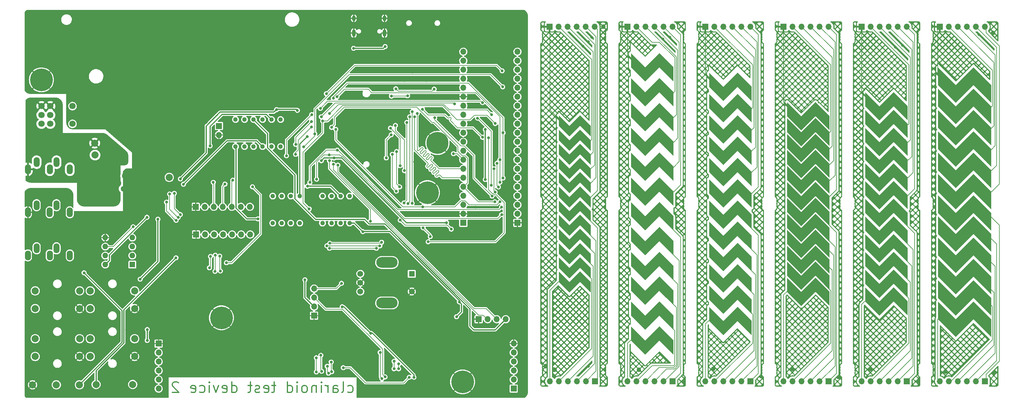
<source format=gbr>
%TF.GenerationSoftware,KiCad,Pcbnew,(6.0.5)*%
%TF.CreationDate,2022-07-17T18:42:08+02:00*%
%TF.ProjectId,clarinoid-devboard,636c6172-696e-46f6-9964-2d646576626f,rev?*%
%TF.SameCoordinates,Original*%
%TF.FileFunction,Copper,L2,Bot*%
%TF.FilePolarity,Positive*%
%FSLAX46Y46*%
G04 Gerber Fmt 4.6, Leading zero omitted, Abs format (unit mm)*
G04 Created by KiCad (PCBNEW (6.0.5)) date 2022-07-17 18:42:08*
%MOMM*%
%LPD*%
G01*
G04 APERTURE LIST*
G04 Aperture macros list*
%AMFreePoly0*
4,1,9,-3.889087,1.767767,1.767767,1.767767,1.767767,-3.889087,-1.060660,-6.717514,-1.060660,-1.060660,-6.717514,-1.060660,-6.717514,4.596194,-3.889087,7.424621,-3.889087,1.767767,-3.889087,1.767767,$1*%
%AMFreePoly1*
4,1,9,-3.535534,2.121320,2.121320,2.121320,2.121320,-3.535534,-0.707107,-6.363961,-0.707107,-0.707107,-6.363961,-0.707107,-6.363961,4.949747,-3.535534,7.778175,-3.535534,2.121320,-3.535534,2.121320,$1*%
%AMFreePoly2*
4,1,9,-4.949747,2.121320,2.121320,2.121320,2.121320,-4.949747,-1.414214,-8.485281,-1.414214,-1.414214,-8.485281,-1.414214,-8.485281,5.656854,-4.949747,9.192388,-4.949747,2.121320,-4.949747,2.121320,$1*%
%AMFreePoly3*
4,1,9,-2.828427,1.414214,1.414214,1.414214,1.414214,-2.828427,-0.707107,-4.949747,-0.707107,-0.707107,-4.949747,-0.707107,-4.949747,3.535534,-2.828427,5.656854,-2.828427,1.414214,-2.828427,1.414214,$1*%
G04 Aperture macros list end*
%ADD10C,0.300000*%
%TA.AperFunction,NonConductor*%
%ADD11C,0.300000*%
%TD*%
%TA.AperFunction,ComponentPad*%
%ADD12R,1.700000X1.700000*%
%TD*%
%TA.AperFunction,ComponentPad*%
%ADD13O,1.700000X1.700000*%
%TD*%
%TA.AperFunction,ComponentPad*%
%ADD14C,2.000000*%
%TD*%
%TA.AperFunction,ComponentPad*%
%ADD15C,1.300000*%
%TD*%
%TA.AperFunction,ComponentPad*%
%ADD16O,1.700000X2.800000*%
%TD*%
%TA.AperFunction,ComponentPad*%
%ADD17C,6.200000*%
%TD*%
%TA.AperFunction,ComponentPad*%
%ADD18C,0.800000*%
%TD*%
%TA.AperFunction,ComponentPad*%
%ADD19C,6.400000*%
%TD*%
%TA.AperFunction,ComponentPad*%
%ADD20O,1.000000X1.600000*%
%TD*%
%TA.AperFunction,ComponentPad*%
%ADD21O,1.000000X2.100000*%
%TD*%
%TA.AperFunction,ComponentPad*%
%ADD22R,1.600000X1.600000*%
%TD*%
%TA.AperFunction,ComponentPad*%
%ADD23O,1.600000X1.600000*%
%TD*%
%TA.AperFunction,ComponentPad*%
%ADD24C,1.800000*%
%TD*%
%TA.AperFunction,ComponentPad*%
%ADD25R,1.650000X1.650000*%
%TD*%
%TA.AperFunction,ComponentPad*%
%ADD26C,1.650000*%
%TD*%
%TA.AperFunction,ComponentPad*%
%ADD27O,6.000000X3.000000*%
%TD*%
%TA.AperFunction,SMDPad,CuDef*%
%ADD28FreePoly0,225.000000*%
%TD*%
%TA.AperFunction,SMDPad,CuDef*%
%ADD29FreePoly1,225.000000*%
%TD*%
%TA.AperFunction,SMDPad,CuDef*%
%ADD30FreePoly2,225.000000*%
%TD*%
%TA.AperFunction,SMDPad,CuDef*%
%ADD31FreePoly3,225.000000*%
%TD*%
%TA.AperFunction,ViaPad*%
%ADD32C,0.800000*%
%TD*%
%TA.AperFunction,ViaPad*%
%ADD33C,1.200000*%
%TD*%
%TA.AperFunction,ViaPad*%
%ADD34C,1.600000*%
%TD*%
%TA.AperFunction,Conductor*%
%ADD35C,0.200000*%
%TD*%
%TA.AperFunction,Conductor*%
%ADD36C,0.300000*%
%TD*%
G04 APERTURE END LIST*
D10*
D11*
X147275804Y-136095819D02*
X147561518Y-136238676D01*
X148132946Y-136238676D01*
X148418661Y-136095819D01*
X148561518Y-135952962D01*
X148704375Y-135667248D01*
X148704375Y-134810105D01*
X148561518Y-134524391D01*
X148418661Y-134381534D01*
X148132946Y-134238676D01*
X147561518Y-134238676D01*
X147275804Y-134381534D01*
X145561518Y-136238676D02*
X145847232Y-136095819D01*
X145990089Y-135810105D01*
X145990089Y-133238676D01*
X143132946Y-136238676D02*
X143132946Y-134667248D01*
X143275804Y-134381534D01*
X143561518Y-134238676D01*
X144132946Y-134238676D01*
X144418661Y-134381534D01*
X143132946Y-136095819D02*
X143418661Y-136238676D01*
X144132946Y-136238676D01*
X144418661Y-136095819D01*
X144561518Y-135810105D01*
X144561518Y-135524391D01*
X144418661Y-135238676D01*
X144132946Y-135095819D01*
X143418661Y-135095819D01*
X143132946Y-134952962D01*
X141704375Y-136238676D02*
X141704375Y-134238676D01*
X141704375Y-134810105D02*
X141561518Y-134524391D01*
X141418661Y-134381534D01*
X141132946Y-134238676D01*
X140847232Y-134238676D01*
X139847232Y-136238676D02*
X139847232Y-134238676D01*
X139847232Y-133238676D02*
X139990089Y-133381534D01*
X139847232Y-133524391D01*
X139704375Y-133381534D01*
X139847232Y-133238676D01*
X139847232Y-133524391D01*
X138418661Y-134238676D02*
X138418661Y-136238676D01*
X138418661Y-134524391D02*
X138275804Y-134381534D01*
X137990089Y-134238676D01*
X137561518Y-134238676D01*
X137275804Y-134381534D01*
X137132946Y-134667248D01*
X137132946Y-136238676D01*
X135275804Y-136238676D02*
X135561518Y-136095819D01*
X135704375Y-135952962D01*
X135847232Y-135667248D01*
X135847232Y-134810105D01*
X135704375Y-134524391D01*
X135561518Y-134381534D01*
X135275804Y-134238676D01*
X134847232Y-134238676D01*
X134561518Y-134381534D01*
X134418661Y-134524391D01*
X134275804Y-134810105D01*
X134275804Y-135667248D01*
X134418661Y-135952962D01*
X134561518Y-136095819D01*
X134847232Y-136238676D01*
X135275804Y-136238676D01*
X132990089Y-136238676D02*
X132990089Y-134238676D01*
X132990089Y-133238676D02*
X133132946Y-133381534D01*
X132990089Y-133524391D01*
X132847232Y-133381534D01*
X132990089Y-133238676D01*
X132990089Y-133524391D01*
X130275804Y-136238676D02*
X130275804Y-133238676D01*
X130275804Y-136095819D02*
X130561518Y-136238676D01*
X131132946Y-136238676D01*
X131418661Y-136095819D01*
X131561518Y-135952962D01*
X131704375Y-135667248D01*
X131704375Y-134810105D01*
X131561518Y-134524391D01*
X131418661Y-134381534D01*
X131132946Y-134238676D01*
X130561518Y-134238676D01*
X130275804Y-134381534D01*
X126990089Y-134238676D02*
X125847232Y-134238676D01*
X126561518Y-133238676D02*
X126561518Y-135810105D01*
X126418661Y-136095819D01*
X126132946Y-136238676D01*
X125847232Y-136238676D01*
X123704375Y-136095819D02*
X123990089Y-136238676D01*
X124561518Y-136238676D01*
X124847232Y-136095819D01*
X124990089Y-135810105D01*
X124990089Y-134667248D01*
X124847232Y-134381534D01*
X124561518Y-134238676D01*
X123990089Y-134238676D01*
X123704375Y-134381534D01*
X123561518Y-134667248D01*
X123561518Y-134952962D01*
X124990089Y-135238676D01*
X122418661Y-136095819D02*
X122132946Y-136238676D01*
X121561518Y-136238676D01*
X121275804Y-136095819D01*
X121132946Y-135810105D01*
X121132946Y-135667248D01*
X121275804Y-135381534D01*
X121561518Y-135238676D01*
X121990089Y-135238676D01*
X122275804Y-135095819D01*
X122418661Y-134810105D01*
X122418661Y-134667248D01*
X122275804Y-134381534D01*
X121990089Y-134238676D01*
X121561518Y-134238676D01*
X121275804Y-134381534D01*
X120275804Y-134238676D02*
X119132946Y-134238676D01*
X119847232Y-133238676D02*
X119847232Y-135810105D01*
X119704375Y-136095819D01*
X119418661Y-136238676D01*
X119132946Y-136238676D01*
X114561518Y-136238676D02*
X114561518Y-133238676D01*
X114561518Y-136095819D02*
X114847232Y-136238676D01*
X115418661Y-136238676D01*
X115704375Y-136095819D01*
X115847232Y-135952962D01*
X115990089Y-135667248D01*
X115990089Y-134810105D01*
X115847232Y-134524391D01*
X115704375Y-134381534D01*
X115418661Y-134238676D01*
X114847232Y-134238676D01*
X114561518Y-134381534D01*
X111990089Y-136095819D02*
X112275804Y-136238676D01*
X112847232Y-136238676D01*
X113132946Y-136095819D01*
X113275804Y-135810105D01*
X113275804Y-134667248D01*
X113132946Y-134381534D01*
X112847232Y-134238676D01*
X112275804Y-134238676D01*
X111990089Y-134381534D01*
X111847232Y-134667248D01*
X111847232Y-134952962D01*
X113275804Y-135238676D01*
X110847232Y-134238676D02*
X110132946Y-136238676D01*
X109418661Y-134238676D01*
X108275804Y-136238676D02*
X108275804Y-134238676D01*
X108275804Y-133238676D02*
X108418661Y-133381534D01*
X108275804Y-133524391D01*
X108132946Y-133381534D01*
X108275804Y-133238676D01*
X108275804Y-133524391D01*
X105561518Y-136095819D02*
X105847232Y-136238676D01*
X106418661Y-136238676D01*
X106704375Y-136095819D01*
X106847232Y-135952962D01*
X106990089Y-135667248D01*
X106990089Y-134810105D01*
X106847232Y-134524391D01*
X106704375Y-134381534D01*
X106418661Y-134238676D01*
X105847232Y-134238676D01*
X105561518Y-134381534D01*
X103132946Y-136095819D02*
X103418661Y-136238676D01*
X103990089Y-136238676D01*
X104275804Y-136095819D01*
X104418661Y-135810105D01*
X104418661Y-134667248D01*
X104275804Y-134381534D01*
X103990089Y-134238676D01*
X103418661Y-134238676D01*
X103132946Y-134381534D01*
X102990089Y-134667248D01*
X102990089Y-134952962D01*
X104418661Y-135238676D01*
X99561518Y-133524391D02*
X99418661Y-133381534D01*
X99132946Y-133238676D01*
X98418661Y-133238676D01*
X98132946Y-133381534D01*
X97990089Y-133524391D01*
X97847232Y-133810105D01*
X97847232Y-134095819D01*
X97990089Y-134524391D01*
X99704375Y-136238676D01*
X97847232Y-136238676D01*
D12*
%TO.P,J15,1,Pin_1*%
%TO.N,Net-(J15-Pad1)*%
X260676804Y-133059034D03*
D13*
%TO.P,J15,2,Pin_2*%
%TO.N,Net-(J15-Pad2)*%
X258136804Y-133059034D03*
%TO.P,J15,3,Pin_3*%
%TO.N,Net-(J15-Pad3)*%
X255596804Y-133059034D03*
%TO.P,J15,4,Pin_4*%
%TO.N,Net-(J15-Pad4)*%
X253056804Y-133059034D03*
%TO.P,J15,5,Pin_5*%
%TO.N,Net-(J15-Pad5)*%
X250516804Y-133059034D03*
%TO.P,J15,6,Pin_6*%
%TO.N,Net-(J15-Pad6)*%
X247976804Y-133059034D03*
%TD*%
D14*
%TO.P,TP7,1,1*%
%TO.N,+3V3*%
X76376804Y-133959034D03*
%TD*%
D12*
%TO.P,J7,1,Pin_1*%
%TO.N,/5v tap input*%
X110976804Y-61059034D03*
D13*
%TO.P,J7,2,Pin_2*%
%TO.N,GND*%
X110976804Y-63599034D03*
%TD*%
D14*
%TO.P,TP4,1,1*%
%TO.N,3.3v Peripheral*%
X86676804Y-133959034D03*
%TD*%
D15*
%TO.P,SW10,1*%
%TO.N,3.3v Peripheral*%
X126116804Y-88464034D03*
%TO.P,SW10,2*%
%TO.N,+3V3*%
X128656804Y-88464034D03*
%TO.P,SW10,3*%
%TO.N,3.3v Peripheral*%
X131196804Y-88464034D03*
%TO.P,SW10,4*%
%TO.N,+3V3*%
X133736804Y-88464034D03*
%TO.P,SW10,5*%
%TO.N,sd_3v3*%
X133736804Y-80844034D03*
%TO.P,SW10,6*%
X131196804Y-80844034D03*
%TO.P,SW10,7*%
%TO.N,spi_3v3*%
X128656804Y-80844034D03*
%TO.P,SW10,8*%
X126116804Y-80844034D03*
%TD*%
D12*
%TO.P,J25,1,Pin_1*%
%TO.N,Net-(J25-Pad1)*%
X326676804Y-133059034D03*
D13*
%TO.P,J25,2,Pin_2*%
%TO.N,Net-(J25-Pad2)*%
X324136804Y-133059034D03*
%TO.P,J25,3,Pin_3*%
%TO.N,Net-(J25-Pad3)*%
X321596804Y-133059034D03*
%TO.P,J25,4,Pin_4*%
%TO.N,Net-(J25-Pad4)*%
X319056804Y-133059034D03*
%TO.P,J25,5,Pin_5*%
%TO.N,Net-(J25-Pad5)*%
X316516804Y-133059034D03*
%TO.P,J25,6,Pin_6*%
%TO.N,Net-(J25-Pad6)*%
X313976804Y-133059034D03*
%TD*%
D12*
%TO.P,U2,1,GND*%
%TO.N,GND*%
X195026804Y-88379034D03*
D13*
%TO.P,U2,2,0_RX1_CRX2_CS1*%
%TO.N,T00 MIDI IN*%
X195026804Y-85839034D03*
%TO.P,U2,3,1_TX1_CTX2_MISO1*%
%TO.N,T01=MIDI OUT*%
X195026804Y-83299034D03*
%TO.P,U2,4,2_OUT2*%
%TO.N,GEN_LED1*%
X195026804Y-80759034D03*
%TO.P,U2,5,3_LRCLK2*%
%TO.N,GEN_LED2*%
X195026804Y-78219034D03*
%TO.P,U2,6,4_BCLK2*%
%TO.N,GEN_LED3*%
X195026804Y-75679034D03*
%TO.P,U2,7,5_IN2*%
%TO.N,GEN_LED4*%
X195026804Y-73139034D03*
%TO.P,U2,8,6_OUT1D*%
%TO.N,ENC_SWITCH*%
X195026804Y-70599034D03*
%TO.P,U2,9,7_RX2_OUT1A*%
%TO.N,I2S_DIN_T4*%
X195026804Y-68059034D03*
%TO.P,U2,10,8_TX2_IN1*%
%TO.N,unconnected-(U2-Pad10)*%
X195026804Y-65519034D03*
%TO.P,U2,11,9_OUT1C*%
%TO.N,ENC_A*%
X195026804Y-62979034D03*
%TO.P,U2,12,10_CS_MQSR*%
%TO.N,OLED_CS*%
X195026804Y-60439034D03*
%TO.P,U2,13,11_MOSI_CTX1*%
%TO.N,SPI0_MOSI*%
X195026804Y-57899034D03*
%TO.P,U2,14,12_MISO_MQSL*%
%TO.N,SPI0_MISO*%
X195026804Y-55359034D03*
%TO.P,U2,15,3V3*%
%TO.N,+3V3*%
X195026804Y-52819034D03*
%TO.P,U2,16,24_A10_TX6_SCL2*%
%TO.N,Peripheral power EN*%
X195026804Y-50279034D03*
%TO.P,U2,17,25_A11_RX6_SDA2*%
%TO.N,unconnected-(U2-Pad17)*%
X195026804Y-47739034D03*
%TO.P,U2,18,26_A12_MOSI1*%
%TO.N,ENC_B*%
X195026804Y-45199034D03*
%TO.P,U2,19,27_A13_SCK1*%
%TO.N,GEN_LED5*%
X195026804Y-42659034D03*
%TO.P,U2,20,28_RX7*%
%TO.N,unconnected-(U2-Pad20)*%
X195026804Y-40119034D03*
%TD*%
D12*
%TO.P,J21,1,Pin_1*%
%TO.N,Net-(J21-Pad1)*%
X282676804Y-133059034D03*
D13*
%TO.P,J21,2,Pin_2*%
%TO.N,Net-(J21-Pad2)*%
X280136804Y-133059034D03*
%TO.P,J21,3,Pin_3*%
%TO.N,Net-(J21-Pad3)*%
X277596804Y-133059034D03*
%TO.P,J21,4,Pin_4*%
%TO.N,Net-(J21-Pad4)*%
X275056804Y-133059034D03*
%TO.P,J21,5,Pin_5*%
%TO.N,Net-(J21-Pad5)*%
X272516804Y-133059034D03*
%TO.P,J21,6,Pin_6*%
%TO.N,Net-(J21-Pad6)*%
X269976804Y-133059034D03*
%TD*%
D14*
%TO.P,SW4,1,1*%
%TO.N,GND*%
X71726804Y-126059034D03*
%TO.P,SW4,2,2*%
%TO.N,Net-(IC1-Pad6)*%
X59226804Y-126059034D03*
%TO.P,SW4,3*%
%TO.N,N/C*%
X71726804Y-121059034D03*
%TO.P,SW4,4*%
X59226804Y-121059034D03*
%TD*%
D12*
%TO.P,J3,1,Pin_1*%
%TO.N,GND*%
X184106804Y-115559034D03*
D13*
%TO.P,J3,2,Pin_2*%
%TO.N,USB data in -*%
X186646804Y-115559034D03*
%TO.P,J3,3,Pin_3*%
%TO.N,USB data in +*%
X189186804Y-115559034D03*
%TO.P,J3,4,Pin_4*%
%TO.N,USB_Vin5v*%
X191726804Y-115559034D03*
%TD*%
D14*
%TO.P,SW3,1,1*%
%TO.N,GND*%
X71726804Y-112559034D03*
%TO.P,SW3,2,2*%
%TO.N,Net-(IC1-Pad5)*%
X59226804Y-112559034D03*
%TO.P,SW3,3*%
%TO.N,N/C*%
X71726804Y-107559034D03*
%TO.P,SW3,4*%
X59226804Y-107559034D03*
%TD*%
D15*
%TO.P,SW8,1*%
%TO.N,3.3v Peripheral*%
X140116804Y-88464034D03*
%TO.P,SW8,2*%
%TO.N,+3V3*%
X142656804Y-88464034D03*
%TO.P,SW8,3*%
%TO.N,3.3v Peripheral*%
X145196804Y-88464034D03*
%TO.P,SW8,4*%
%TO.N,+3V3*%
X147736804Y-88464034D03*
%TO.P,SW8,5*%
%TO.N,dac_3v3*%
X147736804Y-80844034D03*
%TO.P,SW8,6*%
X145196804Y-80844034D03*
%TO.P,SW8,7*%
%TO.N,i2c_3v3*%
X142656804Y-80844034D03*
%TO.P,SW8,8*%
X140116804Y-80844034D03*
%TD*%
D16*
%TO.P,J10,1,S-GND*%
%TO.N,unconnected-(J10-Pad1)*%
X57176804Y-97559034D03*
%TO.P,J10,2,Tip*%
%TO.N,Net-(D6-Pad2)*%
X59626804Y-95559034D03*
%TO.P,J10,3*%
%TO.N,unconnected-(J10-Pad3)*%
X63326804Y-97559034D03*
%TO.P,J10,4,Ring*%
%TO.N,Net-(J10-Pad4)*%
X65226804Y-95559034D03*
%TO.P,J10,5*%
%TO.N,unconnected-(J10-Pad5)*%
X68976804Y-97559034D03*
%TD*%
D17*
%TO.P,H4,1,1*%
%TO.N,GND*%
X172514304Y-65859034D03*
%TD*%
D18*
%TO.P,H2,1,1*%
%TO.N,GND*%
X59279748Y-46361978D03*
X60976804Y-50459034D03*
X63376804Y-48059034D03*
X62673860Y-46361978D03*
X58576804Y-48059034D03*
X59279748Y-49756090D03*
X62673860Y-49756090D03*
D19*
X60976804Y-48059034D03*
D18*
X60976804Y-45659034D03*
%TD*%
D12*
%TO.P,J9,1,Pin_1*%
%TO.N,/captouch 3x3x1 GND*%
X204099304Y-33059034D03*
D13*
%TO.P,J9,2,Pin_2*%
%TO.N,Net-(J20-Pad2)*%
X206639304Y-33059034D03*
%TO.P,J9,3,Pin_3*%
%TO.N,Net-(J20-Pad3)*%
X209179304Y-33059034D03*
%TO.P,J9,4,Pin_4*%
%TO.N,Net-(J20-Pad4)*%
X211719304Y-33059034D03*
%TO.P,J9,5,Pin_5*%
%TO.N,Net-(J20-Pad5)*%
X214259304Y-33059034D03*
%TO.P,J9,6,Pin_6*%
%TO.N,Net-(J20-Pad6)*%
X216799304Y-33059034D03*
%TD*%
D18*
%TO.P,H1,1,1*%
%TO.N,GND*%
X167276804Y-79859034D03*
D19*
X169676804Y-79859034D03*
D18*
X167979748Y-78161978D03*
X171373860Y-78161978D03*
X169676804Y-77459034D03*
X169676804Y-82259034D03*
X172076804Y-79859034D03*
X167979748Y-81556090D03*
X171373860Y-81556090D03*
%TD*%
D12*
%TO.P,J19,1,Pin_1*%
%TO.N,/captouch4x4x.5 GND*%
X269976804Y-33059034D03*
D13*
%TO.P,J19,2,Pin_2*%
%TO.N,Net-(J19-Pad2)*%
X272516804Y-33059034D03*
%TO.P,J19,3,Pin_3*%
%TO.N,Net-(J19-Pad3)*%
X275056804Y-33059034D03*
%TO.P,J19,4,Pin_4*%
%TO.N,Net-(J19-Pad4)*%
X277596804Y-33059034D03*
%TO.P,J19,5,Pin_5*%
%TO.N,Net-(J19-Pad5)*%
X280136804Y-33059034D03*
%TO.P,J19,6,Pin_6*%
%TO.N,Net-(J19-Pad6)*%
X282676804Y-33059034D03*
%TD*%
D12*
%TO.P,J5,1,Pin_1*%
%TO.N,GND*%
X137751804Y-114559034D03*
D13*
%TO.P,J5,2,Pin_2*%
%TO.N,i2c_3v3*%
X137751804Y-112019034D03*
%TO.P,J5,3,Pin_3*%
%TO.N,I2C_SDA*%
X137751804Y-109479034D03*
%TO.P,J5,4,Pin_4*%
%TO.N,I2C_SCL*%
X137751804Y-106939034D03*
%TD*%
D20*
%TO.P,J2,S1,SHIELD*%
%TO.N,GND*%
X148957293Y-30684034D03*
D21*
X157597293Y-34864034D03*
X148957293Y-34864034D03*
D20*
X157597293Y-30684034D03*
%TD*%
D14*
%TO.P,SW2,1,1*%
%TO.N,GND*%
X87226804Y-112559034D03*
%TO.P,SW2,2,2*%
%TO.N,Net-(IC1-Pad4)*%
X74726804Y-112559034D03*
%TO.P,SW2,3*%
%TO.N,N/C*%
X87226804Y-107559034D03*
%TO.P,SW2,4*%
X74726804Y-107559034D03*
%TD*%
%TO.P,TP3,1,1*%
%TO.N,AGND*%
X75985804Y-65899034D03*
%TD*%
D12*
%TO.P,U3,1,VIN*%
%TO.N,Supply+5v*%
X179786804Y-88379034D03*
D13*
%TO.P,U3,2,GND*%
%TO.N,GND*%
X179786804Y-85839034D03*
%TO.P,U3,3,3V3*%
%TO.N,+3V3*%
X179786804Y-83299034D03*
%TO.P,U3,4,23_A9_CRX1_MCLK1*%
%TO.N,unconnected-(U3-Pad4)*%
X179786804Y-80759034D03*
%TO.P,U3,5,22_A8_CTX1*%
%TO.N,GEN_LED6*%
X179786804Y-78219034D03*
%TO.P,U3,6,21_A7_RX5_BCLK1*%
%TO.N,I2S_BCK_T4*%
X179786804Y-75679034D03*
%TO.P,U3,7,20_A6_TX5_LRCLK1*%
%TO.N,I2S_LRCK_T4*%
X179786804Y-73139034D03*
%TO.P,U3,8,19_A5_SCL*%
%TO.N,I2C_SCL*%
X179786804Y-70599034D03*
%TO.P,U3,9,18_A4_SDA*%
%TO.N,I2C_SDA*%
X179786804Y-68059034D03*
%TO.P,U3,10,17_A3_TX4_SDA1*%
%TO.N,unconnected-(U3-Pad10)*%
X179786804Y-65519034D03*
%TO.P,U3,11,16_A2_RX4_SCL1*%
%TO.N,unconnected-(U3-Pad11)*%
X179786804Y-62979034D03*
%TO.P,U3,12,15_A1_RX3_SPDIF_IN*%
%TO.N,unconnected-(U3-Pad12)*%
X179786804Y-60439034D03*
%TO.P,U3,13,14_A0_TX3_SPDIF_OUT*%
%TO.N,WS2812_DATA*%
X179786804Y-57899034D03*
%TO.P,U3,14,13_SCK_LED*%
%TO.N,SPI0_SCK*%
X179786804Y-55359034D03*
%TO.P,U3,15,GND*%
%TO.N,GND*%
X179786804Y-52819034D03*
%TO.P,U3,16,41_A17*%
%TO.N,OLED_DC*%
X179786804Y-50279034D03*
%TO.P,U3,17,40_A16*%
%TO.N,OLED_RES*%
X179786804Y-47739034D03*
%TO.P,U3,18,39_MISO1_OUT1A*%
%TO.N,unconnected-(U3-Pad18)*%
X179786804Y-45199034D03*
%TO.P,U3,19,38_CS1_IN1*%
%TO.N,unconnected-(U3-Pad19)*%
X179786804Y-42659034D03*
%TO.P,U3,20,37_CS*%
%TO.N,unconnected-(U3-Pad20)*%
X179786804Y-40119034D03*
%TD*%
D12*
%TO.P,J13,1,Pin_1*%
%TO.N,Net-(J13-Pad1)*%
X216899304Y-133059034D03*
D13*
%TO.P,J13,2,Pin_2*%
%TO.N,Net-(J13-Pad2)*%
X214359304Y-133059034D03*
%TO.P,J13,3,Pin_3*%
%TO.N,Net-(J13-Pad3)*%
X211819304Y-133059034D03*
%TO.P,J13,4,Pin_4*%
%TO.N,Net-(J13-Pad4)*%
X209279304Y-133059034D03*
%TO.P,J13,5,Pin_5*%
%TO.N,Net-(J13-Pad5)*%
X206739304Y-133059034D03*
%TO.P,J13,6,Pin_6*%
%TO.N,Net-(J13-Pad6)*%
X204199304Y-133059034D03*
%TD*%
D14*
%TO.P,TP6,1,1*%
%TO.N,D3v3*%
X96975804Y-75551534D03*
%TD*%
D12*
%TO.P,J24,1,Pin_1*%
%TO.N,/captouch5x5x1 GND*%
X313976804Y-33059034D03*
D13*
%TO.P,J24,2,Pin_2*%
%TO.N,Net-(J24-Pad2)*%
X316516804Y-33059034D03*
%TO.P,J24,3,Pin_3*%
%TO.N,Net-(J24-Pad3)*%
X319056804Y-33059034D03*
%TO.P,J24,4,Pin_4*%
%TO.N,Net-(J24-Pad4)*%
X321596804Y-33059034D03*
%TO.P,J24,5,Pin_5*%
%TO.N,Net-(J24-Pad5)*%
X324136804Y-33059034D03*
%TO.P,J24,6,Pin_6*%
%TO.N,Net-(J24-Pad6)*%
X326676804Y-33059034D03*
%TD*%
D12*
%TO.P,J18,1,Pin_1*%
%TO.N,Net-(J18-Pad1)*%
X238676804Y-133059034D03*
D13*
%TO.P,J18,2,Pin_2*%
%TO.N,Net-(J18-Pad2)*%
X236136804Y-133059034D03*
%TO.P,J18,3,Pin_3*%
%TO.N,Net-(J18-Pad3)*%
X233596804Y-133059034D03*
%TO.P,J18,4,Pin_4*%
%TO.N,Net-(J18-Pad4)*%
X231056804Y-133059034D03*
%TO.P,J18,5,Pin_5*%
%TO.N,Net-(J18-Pad5)*%
X228516804Y-133059034D03*
%TO.P,J18,6,Pin_6*%
%TO.N,Net-(J18-Pad6)*%
X225976804Y-133059034D03*
%TD*%
D22*
%TO.P,U8,1,NC*%
%TO.N,unconnected-(U8-Pad1)*%
X86576804Y-100159034D03*
D23*
%TO.P,U8,2,C1*%
%TO.N,Net-(D6-Pad1)*%
X86576804Y-97619034D03*
%TO.P,U8,3,C2*%
%TO.N,Net-(D6-Pad2)*%
X86576804Y-95079034D03*
%TO.P,U8,4,NC*%
%TO.N,unconnected-(U8-Pad4)*%
X86576804Y-92539034D03*
%TO.P,U8,5,GND*%
%TO.N,GND*%
X78956804Y-92539034D03*
%TO.P,U8,6,VO2*%
%TO.N,T00 MIDI IN*%
X78956804Y-95079034D03*
%TO.P,U8,7,VO1*%
%TO.N,unconnected-(U8-Pad7)*%
X78956804Y-97619034D03*
%TO.P,U8,8,VCC*%
%TO.N,Supply+5v*%
X78956804Y-100159034D03*
%TD*%
D24*
%TO.P,R13,1,R1_1*%
%TO.N,AGND*%
X60976804Y-55459034D03*
%TO.P,R13,2,R1_2*%
%TO.N,audio out L*%
X60976804Y-57959034D03*
%TO.P,R13,3,R1_3*%
%TO.N,dac output L*%
X60976804Y-60459034D03*
%TO.P,R13,4,R2_1*%
%TO.N,AGND*%
X63476804Y-55459034D03*
%TO.P,R13,5,R2_2*%
%TO.N,audio out R*%
X63476804Y-57959034D03*
%TO.P,R13,6,R2_3*%
%TO.N,dac output R*%
X63476804Y-60459034D03*
%TO.P,R13,7,SW_1*%
%TO.N,+5v before power switch*%
X69726804Y-55459034D03*
%TO.P,R13,8,SW_2*%
%TO.N,Supply+5v*%
X69726804Y-60459034D03*
%TD*%
D12*
%TO.P,J17,1,Pin_1*%
%TO.N,/captouch4x4x3 GND*%
X225976804Y-33059034D03*
D13*
%TO.P,J17,2,Pin_2*%
%TO.N,Net-(J17-Pad2)*%
X228516804Y-33059034D03*
%TO.P,J17,3,Pin_3*%
%TO.N,Net-(J17-Pad3)*%
X231056804Y-33059034D03*
%TO.P,J17,4,Pin_4*%
%TO.N,Net-(J17-Pad4)*%
X233596804Y-33059034D03*
%TO.P,J17,5,Pin_5*%
%TO.N,Net-(J17-Pad5)*%
X236136804Y-33059034D03*
%TO.P,J17,6,Pin_6*%
%TO.N,Net-(J17-Pad6)*%
X238676804Y-33059034D03*
%TD*%
D18*
%TO.P,H5,1,1*%
%TO.N,GND*%
X177878748Y-134928590D03*
X181975804Y-133231534D03*
X181272860Y-134928590D03*
D19*
X179575804Y-133231534D03*
D18*
X177878748Y-131534478D03*
X179575804Y-130831534D03*
X179575804Y-135631534D03*
X177175804Y-133231534D03*
X181272860Y-131534478D03*
%TD*%
D14*
%TO.P,TP8,1,1*%
%TO.N,A3v3*%
X76076804Y-69259034D03*
%TD*%
%TO.P,TP1,1,1*%
%TO.N,+5v before power switch*%
X65176804Y-134059034D03*
%TD*%
D12*
%TO.P,J4,1,Pin_1*%
%TO.N,GND*%
X104436804Y-83859034D03*
D13*
%TO.P,J4,2,Pin_2*%
%TO.N,spi_3v3*%
X106976804Y-83859034D03*
%TO.P,J4,3,Pin_3*%
%TO.N,SPI0_MISO*%
X109516804Y-83859034D03*
%TO.P,J4,4,Pin_4*%
%TO.N,SPI0_MOSI*%
X112056804Y-83859034D03*
%TO.P,J4,5,Pin_5*%
%TO.N,SPI0_SCK*%
X114596804Y-83859034D03*
%TO.P,J4,6,Pin_6*%
%TO.N,unconnected-(J4-Pad6)*%
X117136804Y-83859034D03*
%TO.P,J4,7,Pin_7*%
%TO.N,unconnected-(J4-Pad7)*%
X119676804Y-83859034D03*
%TD*%
D16*
%TO.P,J1,1,S-GND*%
%TO.N,AGND*%
X57176804Y-73259034D03*
%TO.P,J1,2,Tip*%
%TO.N,audio out L*%
X59626804Y-71259034D03*
%TO.P,J1,3*%
%TO.N,unconnected-(J1-Pad3)*%
X63326804Y-73259034D03*
%TO.P,J1,4,Ring*%
%TO.N,audio out R*%
X65226804Y-71259034D03*
%TO.P,J1,5*%
%TO.N,unconnected-(J1-Pad5)*%
X68976804Y-73259034D03*
%TD*%
D12*
%TO.P,J26,1,Pin_1*%
%TO.N,/captouch4x4x1 GND*%
X291976804Y-33059034D03*
D13*
%TO.P,J26,2,Pin_2*%
%TO.N,Net-(J26-Pad2)*%
X294516804Y-33059034D03*
%TO.P,J26,3,Pin_3*%
%TO.N,Net-(J26-Pad3)*%
X297056804Y-33059034D03*
%TO.P,J26,4,Pin_4*%
%TO.N,Net-(J26-Pad4)*%
X299596804Y-33059034D03*
%TO.P,J26,5,Pin_5*%
%TO.N,Net-(J26-Pad5)*%
X302136804Y-33059034D03*
%TO.P,J26,6,Pin_6*%
%TO.N,Net-(J26-Pad6)*%
X304676804Y-33059034D03*
%TD*%
D14*
%TO.P,TP5,1,1*%
%TO.N,Supply+5v*%
X71676804Y-134059034D03*
%TD*%
D12*
%TO.P,J27,1,Pin_1*%
%TO.N,Net-(J27-Pad1)*%
X304676804Y-133059034D03*
D13*
%TO.P,J27,2,Pin_2*%
%TO.N,Net-(J27-Pad2)*%
X302136804Y-133059034D03*
%TO.P,J27,3,Pin_3*%
%TO.N,Net-(J27-Pad3)*%
X299596804Y-133059034D03*
%TO.P,J27,4,Pin_4*%
%TO.N,Net-(J27-Pad4)*%
X297056804Y-133059034D03*
%TO.P,J27,5,Pin_5*%
%TO.N,Net-(J27-Pad5)*%
X294516804Y-133059034D03*
%TO.P,J27,6,Pin_6*%
%TO.N,Net-(J27-Pad6)*%
X291976804Y-133059034D03*
%TD*%
D12*
%TO.P,J12,1,GND*%
%TO.N,GND*%
X104536804Y-91659034D03*
D13*
%TO.P,J12,2,VDD*%
%TO.N,spi_3v3*%
X107076804Y-91659034D03*
%TO.P,J12,3,SCK*%
%TO.N,SPI0_SCK*%
X109616804Y-91659034D03*
%TO.P,J12,4,SDA*%
%TO.N,SPI0_MOSI*%
X112156804Y-91659034D03*
%TO.P,J12,5,RES*%
%TO.N,OLED_RES*%
X114696804Y-91659034D03*
%TO.P,J12,6,DC*%
%TO.N,OLED_DC*%
X117236804Y-91659034D03*
%TO.P,J12,7,CS*%
%TO.N,OLED_CS*%
X119776804Y-91659034D03*
%TD*%
D14*
%TO.P,SW5,1,1*%
%TO.N,GND*%
X87226804Y-126059034D03*
%TO.P,SW5,2,2*%
%TO.N,Net-(IC1-Pad7)*%
X74726804Y-126059034D03*
%TO.P,SW5,3*%
%TO.N,N/C*%
X87226804Y-121059034D03*
%TO.P,SW5,4*%
X74726804Y-121059034D03*
%TD*%
D12*
%TO.P,J8,1,Pin_1*%
%TO.N,captouch_05*%
X193975804Y-135131534D03*
D13*
%TO.P,J8,2,Pin_2*%
%TO.N,captouch_06*%
X193975804Y-132591534D03*
%TO.P,J8,3,Pin_3*%
%TO.N,captouch_07*%
X193975804Y-130051534D03*
%TO.P,J8,4,Pin_4*%
%TO.N,Net-(J8-Pad4)*%
X193975804Y-127511534D03*
%TO.P,J8,5,Pin_5*%
%TO.N,Net-(J8-Pad5)*%
X193975804Y-124971534D03*
%TO.P,J8,6,Pin_6*%
%TO.N,GND*%
X193975804Y-122431534D03*
%TD*%
D15*
%TO.P,SW9,1*%
%TO.N,USB_Vin5v*%
X128326804Y-59249034D03*
%TO.P,SW9,2*%
%TO.N,/charger output*%
X125786804Y-59249034D03*
%TO.P,SW9,3*%
%TO.N,/5v tap input*%
X123246804Y-59249034D03*
%TO.P,SW9,4*%
%TO.N,USB_Vin5v*%
X120706804Y-59249034D03*
%TO.P,SW9,5*%
%TO.N,/5v tap input*%
X118166804Y-59249034D03*
%TO.P,SW9,6*%
%TO.N,3v3 reg output*%
X115626804Y-59249034D03*
%TO.P,SW9,7*%
%TO.N,+3V3*%
X115626804Y-66869034D03*
%TO.P,SW9,8*%
%TO.N,charger input +5v*%
X118166804Y-66869034D03*
%TO.P,SW9,9*%
X120706804Y-66869034D03*
%TO.P,SW9,10*%
%TO.N,+5v before power switch*%
X123246804Y-66869034D03*
%TO.P,SW9,11*%
X125786804Y-66869034D03*
%TO.P,SW9,12*%
X128326804Y-66869034D03*
%TD*%
D16*
%TO.P,J11,1,S-GND*%
%TO.N,GND*%
X57162591Y-85409034D03*
%TO.P,J11,2,Tip*%
%TO.N,Net-(J11-Pad2)*%
X59612591Y-83409034D03*
%TO.P,J11,3*%
%TO.N,unconnected-(J11-Pad3)*%
X63312591Y-85409034D03*
%TO.P,J11,4,Ring*%
%TO.N,Net-(J11-Pad4)*%
X65212591Y-83409034D03*
%TO.P,J11,5*%
%TO.N,unconnected-(J11-Pad5)*%
X68962591Y-85409034D03*
%TD*%
D12*
%TO.P,J6,1,Pin_1*%
%TO.N,GND*%
X93975804Y-122431534D03*
D13*
%TO.P,J6,2,Pin_2*%
%TO.N,captouch_00*%
X93975804Y-124971534D03*
%TO.P,J6,3,Pin_3*%
%TO.N,captouch_01*%
X93975804Y-127511534D03*
%TO.P,J6,4,Pin_4*%
%TO.N,captouch_02*%
X93975804Y-130051534D03*
%TO.P,J6,5,Pin_5*%
%TO.N,captouch_03*%
X93975804Y-132591534D03*
%TO.P,J6,6,Pin_6*%
%TO.N,captouch_04*%
X93975804Y-135131534D03*
%TD*%
D12*
%TO.P,J14,1,Pin_1*%
%TO.N,/captouch4x4x2 GND*%
X247976804Y-33059034D03*
D13*
%TO.P,J14,2,Pin_2*%
%TO.N,Net-(J14-Pad2)*%
X250516804Y-33059034D03*
%TO.P,J14,3,Pin_3*%
%TO.N,Net-(J14-Pad3)*%
X253056804Y-33059034D03*
%TO.P,J14,4,Pin_4*%
%TO.N,Net-(J14-Pad4)*%
X255596804Y-33059034D03*
%TO.P,J14,5,Pin_5*%
%TO.N,Net-(J14-Pad5)*%
X258136804Y-33059034D03*
%TO.P,J14,6,Pin_6*%
%TO.N,Net-(J14-Pad6)*%
X260676804Y-33059034D03*
%TD*%
D18*
%TO.P,H3,1,1*%
%TO.N,GND*%
X113373860Y-113461978D03*
X109979748Y-116856090D03*
X114076804Y-115159034D03*
X109276804Y-115159034D03*
X109979748Y-113461978D03*
X111676804Y-112759034D03*
D19*
X111676804Y-115159034D03*
D18*
X113373860Y-116856090D03*
X111676804Y-117559034D03*
%TD*%
D14*
%TO.P,TP2,1,1*%
%TO.N,GND*%
X58476804Y-134059034D03*
%TD*%
D25*
%TO.P,SW7,1,SWGND*%
%TO.N,ENC_SWITCH*%
X165276804Y-102759034D03*
D26*
%TO.P,SW7,2,SW*%
%TO.N,GND*%
X165276804Y-107759034D03*
%TO.P,SW7,A,A*%
%TO.N,ENC_A*%
X150776804Y-102759034D03*
%TO.P,SW7,B,B*%
%TO.N,ENC_B*%
X150776804Y-107759034D03*
%TO.P,SW7,C,GND*%
%TO.N,GND*%
X150776804Y-105259034D03*
D27*
%TO.P,SW7,S1*%
%TO.N,N/C*%
X158276804Y-99559034D03*
%TO.P,SW7,S2*%
X158276804Y-110959034D03*
%TD*%
D28*
%TO.P,J16,1,Pin_1*%
%TO.N,/captouch4x4x2 GND*%
X252976804Y-51559034D03*
%TO.P,J16,2,Pin_2*%
%TO.N,Net-(J14-Pad2)*%
X252976804Y-57559034D03*
%TO.P,J16,3,Pin_3*%
%TO.N,Net-(J14-Pad3)*%
X252976804Y-63559034D03*
%TO.P,J16,4,Pin_4*%
%TO.N,Net-(J14-Pad4)*%
X252976804Y-69559034D03*
%TO.P,J16,5,Pin_5*%
%TO.N,Net-(J14-Pad5)*%
X252976804Y-75559034D03*
%TO.P,J16,6,Pin_6*%
%TO.N,Net-(J14-Pad6)*%
X252976804Y-81559034D03*
%TO.P,J16,7,Pin_7*%
%TO.N,Net-(J15-Pad1)*%
X252976804Y-87559034D03*
%TO.P,J16,8,Pin_8*%
%TO.N,Net-(J15-Pad2)*%
X252976804Y-93559034D03*
%TO.P,J16,9,Pin_9*%
%TO.N,Net-(J15-Pad3)*%
X252976804Y-99559034D03*
%TO.P,J16,10,Pin_10*%
%TO.N,Net-(J15-Pad4)*%
X252976804Y-105559034D03*
%TO.P,J16,11,Pin_11*%
%TO.N,Net-(J15-Pad5)*%
X252976804Y-111559034D03*
%TO.P,J16,12,Pin_12*%
%TO.N,Net-(J15-Pad6)*%
X252976804Y-117559034D03*
%TD*%
D29*
%TO.P,J23,1,Pin_1*%
%TO.N,/captouch4x4x.5 GND*%
X274976804Y-59309034D03*
%TO.P,J23,2,Pin_2*%
%TO.N,Net-(J19-Pad2)*%
X274976804Y-63809034D03*
%TO.P,J23,3,Pin_3*%
%TO.N,Net-(J19-Pad3)*%
X274976804Y-68309034D03*
%TO.P,J23,4,Pin_4*%
%TO.N,Net-(J19-Pad4)*%
X274976804Y-72809034D03*
%TO.P,J23,5,Pin_5*%
%TO.N,Net-(J19-Pad5)*%
X274976804Y-77309034D03*
%TO.P,J23,6,Pin_6*%
%TO.N,Net-(J19-Pad6)*%
X274976804Y-81809034D03*
%TO.P,J23,7,Pin_7*%
%TO.N,Net-(J21-Pad1)*%
X274976804Y-86309034D03*
%TO.P,J23,8,Pin_8*%
%TO.N,Net-(J21-Pad2)*%
X274976804Y-90809034D03*
%TO.P,J23,9,Pin_9*%
%TO.N,Net-(J21-Pad3)*%
X274976804Y-95309034D03*
%TO.P,J23,10,Pin_10*%
%TO.N,Net-(J21-Pad4)*%
X274976804Y-99809034D03*
%TO.P,J23,11,Pin_11*%
%TO.N,Net-(J21-Pad5)*%
X274976804Y-104309034D03*
%TO.P,J23,12,Pin_12*%
%TO.N,Net-(J21-Pad6)*%
X274976804Y-108809034D03*
%TD*%
D30*
%TO.P,J28,1,Pin_1*%
%TO.N,/captouch5x5x1 GND*%
X318476804Y-51559034D03*
%TO.P,J28,2,Pin_2*%
%TO.N,Net-(J24-Pad2)*%
X318476804Y-57559034D03*
%TO.P,J28,3,Pin_3*%
%TO.N,Net-(J24-Pad3)*%
X318476804Y-63559034D03*
%TO.P,J28,4,Pin_4*%
%TO.N,Net-(J24-Pad4)*%
X318476804Y-69559034D03*
%TO.P,J28,5,Pin_5*%
%TO.N,Net-(J24-Pad5)*%
X318476804Y-75559034D03*
%TO.P,J28,6,Pin_6*%
%TO.N,Net-(J24-Pad6)*%
X318476804Y-81559034D03*
%TO.P,J28,7,Pin_7*%
%TO.N,Net-(J25-Pad1)*%
X318476804Y-87559034D03*
%TO.P,J28,8,Pin_8*%
%TO.N,Net-(J25-Pad2)*%
X318476804Y-93559034D03*
%TO.P,J28,9,Pin_9*%
%TO.N,Net-(J25-Pad3)*%
X318476804Y-99559034D03*
%TO.P,J28,10,Pin_10*%
%TO.N,Net-(J25-Pad4)*%
X318476804Y-105559034D03*
%TO.P,J28,11,Pin_11*%
%TO.N,Net-(J25-Pad5)*%
X318476804Y-111559034D03*
%TO.P,J28,12,Pin_12*%
%TO.N,Net-(J25-Pad6)*%
X318476804Y-117559034D03*
%TD*%
D31*
%TO.P,J20,1,Pin_1*%
%TO.N,/captouch 3x3x1 GND*%
X209649304Y-62059034D03*
%TO.P,J20,2,Pin_2*%
%TO.N,Net-(J20-Pad2)*%
X209649304Y-66059034D03*
%TO.P,J20,3,Pin_3*%
%TO.N,Net-(J20-Pad3)*%
X209649304Y-70059034D03*
%TO.P,J20,4,Pin_4*%
%TO.N,Net-(J20-Pad4)*%
X209649304Y-74059034D03*
%TO.P,J20,5,Pin_5*%
%TO.N,Net-(J20-Pad5)*%
X209649304Y-78059034D03*
%TO.P,J20,6,Pin_6*%
%TO.N,Net-(J20-Pad6)*%
X209649304Y-82059034D03*
%TO.P,J20,7,Pin_7*%
%TO.N,Net-(J13-Pad1)*%
X209649304Y-86059034D03*
%TO.P,J20,8,Pin_8*%
%TO.N,Net-(J13-Pad2)*%
X209649304Y-90059034D03*
%TO.P,J20,9,Pin_9*%
%TO.N,Net-(J13-Pad3)*%
X209649304Y-94059034D03*
%TO.P,J20,10,Pin_10*%
%TO.N,Net-(J13-Pad4)*%
X209649304Y-98059034D03*
%TO.P,J20,11,Pin_11*%
%TO.N,Net-(J13-Pad5)*%
X209649304Y-102059034D03*
%TO.P,J20,12,Pin_12*%
%TO.N,Net-(J13-Pad6)*%
X209649304Y-106059034D03*
%TD*%
D28*
%TO.P,J22,1,Pin_1*%
%TO.N,/captouch4x4x3 GND*%
X230976804Y-46059034D03*
%TO.P,J22,2,Pin_2*%
%TO.N,Net-(J17-Pad2)*%
X230976804Y-53059034D03*
%TO.P,J22,3,Pin_3*%
%TO.N,Net-(J17-Pad3)*%
X230976804Y-60059034D03*
%TO.P,J22,4,Pin_4*%
%TO.N,Net-(J17-Pad4)*%
X230976804Y-67059034D03*
%TO.P,J22,5,Pin_5*%
%TO.N,Net-(J17-Pad5)*%
X230976804Y-74059034D03*
%TO.P,J22,6,Pin_6*%
%TO.N,Net-(J17-Pad6)*%
X230976804Y-81059034D03*
%TO.P,J22,7,Pin_7*%
%TO.N,Net-(J18-Pad1)*%
X230976804Y-88059034D03*
%TO.P,J22,8,Pin_8*%
%TO.N,Net-(J18-Pad2)*%
X230976804Y-95059034D03*
%TO.P,J22,9,Pin_9*%
%TO.N,Net-(J18-Pad3)*%
X230976804Y-102059034D03*
%TO.P,J22,10,Pin_10*%
%TO.N,Net-(J18-Pad4)*%
X230976804Y-109059034D03*
%TO.P,J22,11,Pin_11*%
%TO.N,Net-(J18-Pad5)*%
X230976804Y-116059034D03*
%TO.P,J22,12,Pin_12*%
%TO.N,Net-(J18-Pad6)*%
X230976804Y-123059034D03*
%TD*%
D29*
%TO.P,J29,1,Pin_1*%
%TO.N,/captouch4x4x1 GND*%
X296976804Y-56559034D03*
%TO.P,J29,2,Pin_2*%
%TO.N,Net-(J26-Pad2)*%
X296976804Y-61559034D03*
%TO.P,J29,3,Pin_3*%
%TO.N,Net-(J26-Pad3)*%
X296976804Y-66559034D03*
%TO.P,J29,4,Pin_4*%
%TO.N,Net-(J26-Pad4)*%
X296976804Y-71559034D03*
%TO.P,J29,5,Pin_5*%
%TO.N,Net-(J26-Pad5)*%
X296976804Y-76559034D03*
%TO.P,J29,6,Pin_6*%
%TO.N,Net-(J26-Pad6)*%
X296976804Y-81559034D03*
%TO.P,J29,7,Pin_7*%
%TO.N,Net-(J27-Pad1)*%
X296976804Y-86559034D03*
%TO.P,J29,8,Pin_8*%
%TO.N,Net-(J27-Pad2)*%
X296976804Y-91559034D03*
%TO.P,J29,9,Pin_9*%
%TO.N,Net-(J27-Pad3)*%
X296976804Y-96559034D03*
%TO.P,J29,10,Pin_10*%
%TO.N,Net-(J27-Pad4)*%
X296976804Y-101559034D03*
%TO.P,J29,11,Pin_11*%
%TO.N,Net-(J27-Pad5)*%
X296976804Y-106559034D03*
%TO.P,J29,12,Pin_12*%
%TO.N,Net-(J27-Pad6)*%
X296976804Y-111559034D03*
%TD*%
D32*
%TO.N,GND*%
X168536682Y-72399156D03*
X184775804Y-130931034D03*
X74176804Y-54059034D03*
X188685804Y-63259034D03*
X100876804Y-67659034D03*
X166175804Y-124731534D03*
X140476804Y-118559034D03*
X102476804Y-57459034D03*
X158675804Y-129631534D03*
X163186304Y-77938736D03*
X158185804Y-85199034D03*
X108576804Y-87359034D03*
X192385804Y-69299034D03*
X164075804Y-130631534D03*
X126976804Y-85859034D03*
X117076804Y-77759034D03*
X166685804Y-85959034D03*
X189976804Y-89659034D03*
X162376804Y-81859034D03*
X157276803Y-62359033D03*
X107376804Y-59959034D03*
X167276804Y-100559034D03*
X173585804Y-50459034D03*
X124476804Y-82659034D03*
X89085804Y-72759034D03*
X157085804Y-50059034D03*
D33*
X100476804Y-54559034D03*
D32*
X89476804Y-61659034D03*
X135075804Y-130831534D03*
X143575804Y-124331534D03*
X167785804Y-50459034D03*
X163176804Y-48259534D03*
X132176804Y-57759034D03*
X127476804Y-91859034D03*
X161348956Y-94485125D03*
X195976804Y-135559034D03*
X83675804Y-124031534D03*
X157975804Y-120731534D03*
X131876804Y-65059034D03*
X176785804Y-30859034D03*
X132476804Y-108259034D03*
X143385804Y-65559034D03*
X100275804Y-130931534D03*
X142075804Y-108431534D03*
X132576804Y-105559034D03*
X174976804Y-109059034D03*
X149675804Y-118631534D03*
D33*
X97976804Y-54559034D03*
D32*
X185685804Y-51059034D03*
X152275804Y-132331534D03*
X109175804Y-126331534D03*
X94476804Y-66359034D03*
X112226804Y-58809034D03*
X89376804Y-58259034D03*
X180476804Y-118659034D03*
X146376804Y-125859034D03*
X88975804Y-93431534D03*
X196576804Y-91559034D03*
X137476804Y-73309034D03*
X88176804Y-79459034D03*
X119976804Y-95759034D03*
X183985804Y-49759034D03*
X176055926Y-101679912D03*
X174775804Y-129831534D03*
X150775804Y-125132034D03*
D33*
X97381804Y-60309034D03*
D32*
X96375804Y-124331534D03*
D34*
X84476804Y-75159034D03*
D32*
X136285804Y-69399034D03*
X98975804Y-77551534D03*
X176885804Y-38759034D03*
X162785804Y-62799034D03*
X188882427Y-81259534D03*
X106226804Y-81309034D03*
X150675804Y-136431534D03*
X116276804Y-94359034D03*
X84476804Y-86959034D03*
X168875804Y-105031534D03*
X85776804Y-84359034D03*
X154976804Y-89759034D03*
X72876804Y-94659034D03*
X169376804Y-48259534D03*
X137576804Y-122659034D03*
X147785804Y-75099034D03*
X91175804Y-103731534D03*
X138276804Y-86059034D03*
X89676804Y-54359034D03*
X90851327Y-112433557D03*
X166376804Y-89859034D03*
X165476804Y-45859534D03*
X161475804Y-124531534D03*
X174253266Y-57226496D03*
X84934815Y-118531534D03*
X113276804Y-81659034D03*
X162285804Y-50059034D03*
X120076804Y-50359034D03*
X91585804Y-90859034D03*
X191475804Y-128931534D03*
X89975804Y-77051534D03*
X150185804Y-37899034D03*
X132276804Y-110559034D03*
X117676804Y-63859034D03*
X107976804Y-77559034D03*
X175685804Y-76899034D03*
X184976804Y-92359034D03*
X183885804Y-66059034D03*
X147575804Y-108931534D03*
X131976804Y-116059034D03*
X184185804Y-71959034D03*
X107476804Y-50459034D03*
X130776804Y-122959034D03*
X166485804Y-53259034D03*
X182985804Y-55159034D03*
X175176804Y-92659034D03*
X100275804Y-96831534D03*
X189276804Y-125132034D03*
X184085804Y-79799034D03*
X161625804Y-132381534D03*
X190770426Y-130936912D03*
X140975804Y-110431534D03*
X184285804Y-75559034D03*
X168676804Y-118959034D03*
X160775804Y-136731534D03*
X159085804Y-59799034D03*
X113576804Y-73359034D03*
X192585804Y-64459034D03*
X157776804Y-71959034D03*
X192185804Y-47799034D03*
X182755926Y-108379912D03*
X100675804Y-115731534D03*
X151775804Y-115431534D03*
X123776804Y-92059034D03*
X175185804Y-71559034D03*
X122076804Y-68159034D03*
X130076804Y-51759034D03*
X126175804Y-126131534D03*
X161185804Y-45099034D03*
X74376804Y-92659034D03*
X92475804Y-70551534D03*
X77726804Y-89559034D03*
X104976804Y-86859034D03*
X145375804Y-114331534D03*
X65976804Y-87059034D03*
X182285804Y-77399034D03*
X121324486Y-82493045D03*
X126176804Y-119059034D03*
X186475804Y-111431534D03*
X182685804Y-60099034D03*
X81176804Y-90059034D03*
D33*
X98981804Y-61109034D03*
D32*
X192075804Y-118231534D03*
X111376804Y-54559034D03*
X152585804Y-79699034D03*
X166275804Y-134031534D03*
X77876804Y-86459034D03*
X192275804Y-112931534D03*
X90176804Y-133159034D03*
X166085304Y-71188519D03*
X150585804Y-47759034D03*
X175485804Y-59799534D03*
X103376804Y-60359034D03*
X112075804Y-68731534D03*
D33*
X98976804Y-53559034D03*
D32*
X187185804Y-60199034D03*
X183175804Y-124931534D03*
X132876804Y-60559034D03*
X96076804Y-81159034D03*
X167275804Y-130231534D03*
X138976804Y-60659034D03*
X192385804Y-72099034D03*
X96964577Y-106320307D03*
X155585804Y-38099034D03*
X157291012Y-65558044D03*
X118362182Y-81644412D03*
X104176804Y-65459034D03*
X185576804Y-95359034D03*
D33*
X96476804Y-53559034D03*
D32*
X160176804Y-65759034D03*
D34*
X84076804Y-78759034D03*
D32*
X195876804Y-129859034D03*
X142876804Y-91859034D03*
X127476804Y-77759034D03*
X139176804Y-48159034D03*
X192085804Y-77399034D03*
X170730815Y-45729556D03*
X136876804Y-56159034D03*
X190376804Y-80159034D03*
X116676804Y-73259034D03*
X87550081Y-66692265D03*
X183285804Y-83958534D03*
X78675804Y-102431534D03*
X189485804Y-54859034D03*
X92975804Y-84051534D03*
X151775804Y-129631534D03*
X105076804Y-68459034D03*
X140276804Y-73259034D03*
X174676804Y-98259034D03*
X114876804Y-86759034D03*
X153675804Y-122831534D03*
X158275804Y-125331534D03*
X99624815Y-100540454D03*
%TO.N,SPI0_MISO*%
X129976804Y-69459034D03*
X139526804Y-56109034D03*
X185176804Y-54459034D03*
X109376804Y-76959034D03*
X137076804Y-57859034D03*
%TO.N,I2C_SCL*%
X156875804Y-132331534D03*
X161856781Y-78239011D03*
X145475804Y-105431534D03*
X160976804Y-68259034D03*
X177005804Y-68869034D03*
X156375804Y-124931534D03*
%TO.N,I2C_SDA*%
X159776804Y-69059034D03*
X160925304Y-79439011D03*
X157775804Y-131831534D03*
%TO.N,USB data in +*%
X144455926Y-72079912D03*
%TO.N,USB data in -*%
X143185804Y-71859034D03*
%TO.N,T01=MIDI OUT*%
X144295926Y-67878156D03*
X136575768Y-76970825D03*
X190576804Y-83959034D03*
%TO.N,USB_Vin5v*%
X157776804Y-38659034D03*
X148876804Y-39159034D03*
%TO.N,Supply+5v*%
X133076804Y-56659034D03*
X175076804Y-88359034D03*
X100096632Y-75986665D03*
X139790920Y-70873150D03*
X143385804Y-70099034D03*
X90685804Y-86808534D03*
X127176804Y-56459034D03*
X72976804Y-102459034D03*
%TO.N,T00 MIDI IN*%
X141985804Y-69199034D03*
X138476804Y-76059034D03*
X190577793Y-86055250D03*
X86785804Y-89499034D03*
%TO.N,I2S_LRCK*%
X98385804Y-80059034D03*
X100091170Y-86051859D03*
X111185804Y-97759034D03*
X156285804Y-94859034D03*
X164185804Y-82959034D03*
X111385804Y-101959534D03*
X164685804Y-58459034D03*
X141379049Y-94852279D03*
%TO.N,I2S_DIN*%
X109941182Y-97503656D03*
X97085804Y-80259034D03*
X155285804Y-95559034D03*
X142085804Y-95559034D03*
X165385804Y-57058534D03*
X109885804Y-102059034D03*
X165385804Y-82859034D03*
X99492559Y-86852279D03*
%TO.N,I2S_BCK*%
X163885804Y-60059034D03*
X156785804Y-93859034D03*
X98885804Y-87659034D03*
X142185804Y-94159034D03*
X163085804Y-82759034D03*
X96185804Y-82559034D03*
X108585804Y-97858044D03*
X108285804Y-101059034D03*
%TO.N,SPI0_SCK*%
X137025815Y-61311641D03*
X132576804Y-69059034D03*
X114876804Y-76359034D03*
X139782918Y-58465148D03*
X177285804Y-54799034D03*
%TO.N,SPI0_MOSI*%
X142079531Y-57559034D03*
X112676804Y-77459034D03*
X132585804Y-66259034D03*
X187776804Y-57859034D03*
X137025815Y-59812622D03*
%TO.N,OLED_RES*%
X159276804Y-61659034D03*
X161976804Y-72259034D03*
%TO.N,OLED_DC*%
X163176804Y-73659034D03*
X160675676Y-60899034D03*
%TO.N,OLED_CS*%
X140185804Y-59659034D03*
X188785804Y-60359034D03*
X136385804Y-84459034D03*
%TO.N,WS2812_DATA*%
X183777803Y-58858044D03*
X187677304Y-77741531D03*
%TO.N,ENC_A*%
X190985804Y-62999034D03*
X143176804Y-53259034D03*
X190976804Y-75759034D03*
X162015804Y-87639790D03*
X176385804Y-90159034D03*
%TO.N,ENC_B*%
X186876804Y-64359034D03*
X141220486Y-51949008D03*
X190721426Y-45503656D03*
X169875804Y-93731534D03*
%TO.N,ENC_SWITCH*%
X190076804Y-76959034D03*
X190085804Y-70599034D03*
X144226804Y-52809034D03*
%TO.N,GEN_LED1*%
X168465038Y-89758534D03*
X168385804Y-83859034D03*
X143885804Y-62012873D03*
X190082182Y-82453656D03*
X170476804Y-92258045D03*
%TO.N,GEN_LED2*%
X189676804Y-78259034D03*
X189276804Y-71559034D03*
%TO.N,GEN_LED4*%
X188747760Y-79699955D03*
X188376804Y-73159034D03*
%TO.N,GEN_LED5*%
X171731984Y-58758534D03*
X158076804Y-70059034D03*
X159476804Y-63559034D03*
X187929339Y-80860023D03*
%TO.N,GEN_LED6*%
X142685804Y-61459034D03*
X188685804Y-82459034D03*
%TO.N,+3V3*%
X178663475Y-110672363D03*
X185985804Y-76159034D03*
X121976804Y-87259034D03*
X185985804Y-62059034D03*
X151476804Y-90859034D03*
X177877304Y-114859034D03*
X98875315Y-98232023D03*
%TO.N,/charger output*%
X108476804Y-66659034D03*
%TO.N,3.3v Peripheral*%
X90765855Y-121545352D03*
X90776804Y-118459034D03*
%TO.N,captouch_00*%
X139870426Y-130236912D03*
X139675804Y-125731534D03*
%TO.N,captouch_01*%
X138375804Y-130431534D03*
X138375804Y-126431534D03*
%TO.N,captouch_04*%
X145975804Y-129231534D03*
X164575804Y-131931534D03*
%TO.N,captouch_06*%
X161575804Y-129531534D03*
X161575804Y-128131534D03*
%TO.N,captouch_07*%
X160275804Y-127431534D03*
X160275804Y-129531534D03*
%TO.N,/captouch 3x3x1 GND*%
X213476804Y-38559034D03*
X205476804Y-129809034D03*
X215976804Y-36059034D03*
X214976804Y-37309034D03*
X219226804Y-33059034D03*
X214976804Y-128809034D03*
X202976804Y-128809034D03*
%TO.N,/captouch4x4x2 GND*%
X250149304Y-129559034D03*
X263649304Y-131559034D03*
%TO.N,/captouch4x4x3 GND*%
X235976804Y-36559034D03*
X241899304Y-133059034D03*
X237976804Y-36059034D03*
X229226804Y-129809034D03*
%TO.N,/captouch4x4x.5 GND*%
X285399304Y-131809034D03*
X272399304Y-129559034D03*
%TO.N,/captouch5x5x1 GND*%
X324976804Y-35309034D03*
X315569304Y-130309034D03*
X328976804Y-34809034D03*
X329069304Y-130559034D03*
%TO.N,/captouch4x4x1 GND*%
X303476804Y-38309034D03*
X301476804Y-38809034D03*
X294399304Y-129559034D03*
X307899304Y-133059034D03*
%TO.N,SDIO_MISO*%
X159532182Y-52660023D03*
X164085804Y-52559034D03*
%TO.N,SDIO_DAT1*%
X171585804Y-50659034D03*
X160785804Y-50559034D03*
%TO.N,Net-(SW6-Pad1)*%
X153585804Y-87959034D03*
X142085804Y-70848534D03*
%TO.N,dac_3v3*%
X135885304Y-78058534D03*
%TO.N,Peripheral power EN*%
X190877304Y-50028517D03*
X134826304Y-66939089D03*
X120396443Y-78209534D03*
X113054762Y-99634054D03*
X137976804Y-63259034D03*
%TO.N,+5v before power switch*%
X93785804Y-87359034D03*
X100985804Y-77499034D03*
X88785804Y-104259034D03*
%TO.N,AGND*%
X71575804Y-74131534D03*
D34*
X82676804Y-77159034D03*
D32*
X66976804Y-65059034D03*
X75575804Y-81431534D03*
X57176804Y-54359034D03*
%TO.N,i2c_3v3*%
X165875804Y-131931534D03*
X145675804Y-112031534D03*
X135176804Y-104459034D03*
X153675804Y-119531534D03*
%TO.N,sd_3v3*%
X135876804Y-64059034D03*
%TO.N,captouch_02*%
X142723305Y-130358175D03*
X142575804Y-127631534D03*
%TO.N,captouch_03*%
X141475804Y-128831534D03*
X141820426Y-130786912D03*
%TO.N,I2S_LRCK_T4*%
X166785804Y-57559034D03*
%TO.N,I2S_DIN_T4*%
X185185804Y-64259034D03*
X168285804Y-56359034D03*
%TO.N,I2S_BCK_T4*%
X166085804Y-58459034D03*
%TD*%
D35*
%TO.N,GND*%
X77726804Y-89559034D02*
X74626804Y-92659034D01*
X175485804Y-60399534D02*
X175485804Y-59799534D01*
X77876804Y-86459034D02*
X77876804Y-89409034D01*
X74626804Y-92659034D02*
X74376804Y-92659034D01*
X183885804Y-66059034D02*
X182196293Y-64369523D01*
X188882427Y-81259534D02*
X188582438Y-81559523D01*
X188582438Y-81559523D02*
X185846293Y-81559523D01*
X84476804Y-78050534D02*
X84476804Y-75159034D01*
X83975804Y-78551534D02*
X84476804Y-78050534D01*
X185846293Y-81559523D02*
X184085804Y-79799034D01*
X77876804Y-89409034D02*
X77726804Y-89559034D01*
X182196293Y-64369523D02*
X179455793Y-64369523D01*
X179455793Y-64369523D02*
X175485804Y-60399534D01*
%TO.N,SPI0_MISO*%
X109376804Y-76959034D02*
X109516804Y-77099034D01*
X139526804Y-56109034D02*
X141536305Y-54099533D01*
X109516804Y-77099034D02*
X109516804Y-83859034D01*
X137076804Y-57859034D02*
X129976804Y-64959034D01*
X141536305Y-54099533D02*
X184817303Y-54099533D01*
X184817303Y-54099533D02*
X185176804Y-54459034D01*
X129976804Y-64959034D02*
X129976804Y-69459034D01*
%TO.N,I2C_SCL*%
X156375804Y-131831534D02*
X156875804Y-132331534D01*
X160976804Y-77359034D02*
X161856781Y-78239011D01*
X156375804Y-124931534D02*
X156375804Y-131831534D01*
X143968304Y-106939034D02*
X145475804Y-105431534D01*
X137751804Y-106939034D02*
X143968304Y-106939034D01*
X160976804Y-68259034D02*
X160976804Y-77359034D01*
X177005804Y-68869034D02*
X178056804Y-68869034D01*
X178056804Y-68869034D02*
X179786804Y-70599034D01*
%TO.N,I2C_SDA*%
X137751804Y-109479034D02*
X141003805Y-112731035D01*
X157075804Y-124031534D02*
X157075804Y-131131534D01*
X159776804Y-69059034D02*
X159776804Y-78290511D01*
X141003805Y-112731035D02*
X145775305Y-112731035D01*
X157075804Y-131131534D02*
X157775804Y-131831534D01*
X145775305Y-112731035D02*
X157075804Y-124031534D01*
X159776804Y-78290511D02*
X160925304Y-79439011D01*
%TO.N,USB data in +*%
X182845804Y-112559034D02*
X144455926Y-74169156D01*
X144455926Y-74169156D02*
X144455926Y-72079912D01*
X189186804Y-115559034D02*
X186186804Y-112559034D01*
X186186804Y-112559034D02*
X182845804Y-112559034D01*
%TO.N,USB data in -*%
X185362997Y-114409523D02*
X184096293Y-114409523D01*
X143185804Y-73499034D02*
X143185804Y-71859034D01*
X184096293Y-114409523D02*
X143185804Y-73499034D01*
X186322566Y-115369092D02*
X185362997Y-114409523D01*
%TO.N,T01=MIDI OUT*%
X190576804Y-83959034D02*
X189877803Y-84658035D01*
X144514824Y-67878156D02*
X144295926Y-67878156D01*
X161294703Y-84658035D02*
X144514824Y-67878156D01*
X141231676Y-67878156D02*
X144295926Y-67878156D01*
X136685315Y-76861278D02*
X136685315Y-72424517D01*
X136685315Y-72424517D02*
X141231676Y-67878156D01*
X136575768Y-76970825D02*
X136685315Y-76861278D01*
X189877803Y-84658035D02*
X161294703Y-84658035D01*
D36*
%TO.N,USB_Vin5v*%
X153275349Y-88708535D02*
X157759601Y-88708535D01*
X188726804Y-118559034D02*
X191726804Y-115559034D01*
X157276804Y-39159034D02*
X148876804Y-39159034D01*
X124676804Y-63219034D02*
X124676804Y-67172557D01*
X132385804Y-81568034D02*
X138226305Y-87408535D01*
X138226305Y-87408535D02*
X151975349Y-87408535D01*
X157759601Y-88708535D02*
X181676804Y-112625738D01*
X157776804Y-38659034D02*
X157276804Y-39159034D01*
X151975349Y-87408535D02*
X153275349Y-88708535D01*
X132385804Y-74881557D02*
X132385804Y-81568034D01*
X181676804Y-112625738D02*
X181676804Y-117459034D01*
X120706804Y-59249034D02*
X124676804Y-63219034D01*
X182776804Y-118559034D02*
X188726804Y-118559034D01*
X181676804Y-117459034D02*
X182776804Y-118559034D01*
X124676804Y-67172557D02*
X132385804Y-74881557D01*
%TO.N,Supply+5v*%
X78956804Y-100159034D02*
X80106315Y-99009523D01*
X140565036Y-70099034D02*
X143385804Y-70099034D01*
X163795004Y-88359034D02*
X145535004Y-70099034D01*
X139790920Y-70873150D02*
X140565036Y-70099034D01*
X127176804Y-56459034D02*
X127276804Y-56359034D01*
X132776804Y-56359034D02*
X133076804Y-56659034D01*
X111276804Y-57159034D02*
X107376804Y-61059034D01*
X175076804Y-88359034D02*
X163795004Y-88359034D01*
X90681649Y-86808534D02*
X90685804Y-86808534D01*
X126476804Y-57159034D02*
X111276804Y-57159034D01*
X107376804Y-68659034D02*
X100096632Y-75939206D01*
X72976804Y-102459034D02*
X83685804Y-113168034D01*
X80106315Y-97383868D02*
X90681649Y-86808534D01*
X83685804Y-122050034D02*
X71676804Y-134059034D01*
X127276804Y-56359034D02*
X132776804Y-56359034D01*
X100096632Y-75939206D02*
X100096632Y-75986665D01*
X127176804Y-56459034D02*
X126476804Y-57159034D01*
X83685804Y-113168034D02*
X83685804Y-122050034D01*
X80106315Y-99009523D02*
X80106315Y-97383868D01*
X107376804Y-61059034D02*
X107376804Y-68659034D01*
X145535004Y-70099034D02*
X143385804Y-70099034D01*
D35*
%TO.N,T00 MIDI IN*%
X81205804Y-95079034D02*
X86785804Y-89499034D01*
X145021508Y-69199034D02*
X141985804Y-69199034D01*
X138476804Y-71198022D02*
X140475792Y-69199034D01*
X140475792Y-69199034D02*
X141985804Y-69199034D01*
X78956804Y-95079034D02*
X81205804Y-95079034D01*
X189489902Y-87143141D02*
X163214815Y-87143141D01*
X163214815Y-87143141D02*
X145721197Y-69649523D01*
X145471998Y-69649524D02*
X145021508Y-69199034D01*
X138476804Y-76059034D02*
X138476804Y-71198022D01*
X190577793Y-86055250D02*
X189489902Y-87143141D01*
X145721197Y-69649523D02*
X145471998Y-69649524D01*
%TO.N,I2S_LRCK*%
X141385804Y-94859034D02*
X141379049Y-94852279D01*
X98385804Y-80059034D02*
X98385804Y-84359034D01*
X111185804Y-101759534D02*
X111385804Y-101959534D01*
X100078629Y-86051859D02*
X100091170Y-86051859D01*
X156285804Y-94859034D02*
X141385804Y-94859034D01*
X98385804Y-84359034D02*
X100078629Y-86051859D01*
X111185804Y-97759034D02*
X111185804Y-101759534D01*
X164685804Y-82459034D02*
X164185804Y-82959034D01*
X164685804Y-58459034D02*
X164685804Y-82459034D01*
%TO.N,I2S_DIN*%
X99379049Y-86852279D02*
X99492559Y-86852279D01*
X109941182Y-97503656D02*
X109941182Y-102003656D01*
X97085804Y-84559034D02*
X99379049Y-86852279D01*
X97085804Y-80259034D02*
X97085804Y-84559034D01*
X109941182Y-102003656D02*
X109885804Y-102059034D01*
X142085804Y-95559034D02*
X155285804Y-95559034D01*
X165385804Y-82859034D02*
X165385804Y-57058534D01*
%TO.N,I2S_BCK*%
X108585804Y-97858044D02*
X108585804Y-100759034D01*
X163885804Y-81959034D02*
X163085804Y-82759034D01*
X98785804Y-87659034D02*
X98885804Y-87659034D01*
X163885804Y-60059034D02*
X163885804Y-81959034D01*
X96185804Y-82559034D02*
X96185804Y-85059034D01*
X108585804Y-100759034D02*
X108285804Y-101059034D01*
X156485804Y-94159034D02*
X156785804Y-93859034D01*
X96185804Y-85059034D02*
X98785804Y-87659034D01*
X142185804Y-94159034D02*
X156485804Y-94159034D01*
%TO.N,SPI0_SCK*%
X139782918Y-58465148D02*
X143687732Y-54560334D01*
X177047104Y-54560334D02*
X177285804Y-54799034D01*
X132576804Y-69059034D02*
X132576804Y-68547279D01*
X133285804Y-67838279D02*
X133285804Y-65051652D01*
X143687732Y-54560334D02*
X177047104Y-54560334D01*
X132576804Y-68547279D02*
X133285804Y-67838279D01*
X114876804Y-76359034D02*
X114596804Y-76639034D01*
X133285804Y-65051652D02*
X137025815Y-61311641D01*
X114596804Y-76639034D02*
X114596804Y-83859034D01*
%TO.N,SPI0_MOSI*%
X112676804Y-77459034D02*
X112056804Y-78079034D01*
X144678553Y-54960012D02*
X142079531Y-57559034D01*
X175851287Y-56559524D02*
X174251775Y-54960012D01*
X137025815Y-59812622D02*
X132585804Y-64252633D01*
X174251775Y-54960012D02*
X144678553Y-54960012D01*
X187776804Y-57859034D02*
X186477294Y-56559524D01*
X112056804Y-78079034D02*
X112056804Y-83859034D01*
X132585804Y-64252633D02*
X132585804Y-66259034D01*
X186477294Y-56559524D02*
X175851287Y-56559524D01*
%TO.N,OLED_RES*%
X161976804Y-64359034D02*
X161976804Y-72259034D01*
X159276804Y-61659034D02*
X161976804Y-64359034D01*
%TO.N,OLED_DC*%
X163176804Y-73659034D02*
X163176804Y-64980022D01*
X163176804Y-64980022D02*
X160675676Y-62478894D01*
X160675676Y-62478894D02*
X160675676Y-60899034D01*
%TO.N,OLED_CS*%
X141485804Y-59659034D02*
X145785314Y-55359524D01*
X140185804Y-59659034D02*
X140185804Y-62959034D01*
X145785314Y-55359524D02*
X174086294Y-55359524D01*
X178016293Y-59289523D02*
X181655315Y-59289523D01*
X182885804Y-58059034D02*
X186485804Y-58059034D01*
X134686315Y-82759545D02*
X136385804Y-84459034D01*
X140185804Y-59659034D02*
X141485804Y-59659034D01*
X174086294Y-55359524D02*
X178016293Y-59289523D01*
X181655315Y-59289523D02*
X182885804Y-58059034D01*
X140185804Y-62959034D02*
X134686315Y-68458523D01*
X134686315Y-68458523D02*
X134686315Y-82759545D01*
X186485804Y-58059034D02*
X188785804Y-60359034D01*
%TO.N,WS2812_DATA*%
X183975814Y-58858044D02*
X183777803Y-58858044D01*
X187677304Y-77741531D02*
X187677304Y-62559534D01*
X187677304Y-62559534D02*
X183975814Y-58858044D01*
%TO.N,ENC_A*%
X190976804Y-75759034D02*
X190976804Y-63008034D01*
X181231042Y-48959034D02*
X190985804Y-58713796D01*
X147087559Y-48959034D02*
X181231042Y-48959034D01*
X190985804Y-58713796D02*
X190985804Y-62999034D01*
X143176804Y-53259034D02*
X143176804Y-52869789D01*
X190976804Y-63008034D02*
X190985804Y-62999034D01*
X176385804Y-90159034D02*
X175285804Y-89059034D01*
X143176804Y-52869789D02*
X147087559Y-48959034D01*
X163435048Y-89059034D02*
X162015804Y-87639790D01*
X175285804Y-89059034D02*
X163435048Y-89059034D01*
%TO.N,ENC_B*%
X141220486Y-51949008D02*
X149210460Y-43959034D01*
X188219083Y-80160522D02*
X188518094Y-80459533D01*
X188518094Y-80459533D02*
X189088058Y-80459533D01*
X186876804Y-79070778D02*
X187966548Y-80160522D01*
X191277293Y-91258545D02*
X188804304Y-93731534D01*
X187966548Y-80160522D02*
X188219083Y-80160522D01*
X149210460Y-43959034D02*
X189176804Y-43959034D01*
X186876804Y-64359034D02*
X186876804Y-79070778D01*
X191277293Y-82648768D02*
X191277293Y-91258545D01*
X188804304Y-93731534D02*
X169875804Y-93731534D01*
X189176804Y-43959034D02*
X190721426Y-45503656D01*
X189088058Y-80459533D02*
X191277293Y-82648768D01*
%TO.N,ENC_SWITCH*%
X190076804Y-70608034D02*
X190085804Y-70599034D01*
X153975329Y-51659034D02*
X183366049Y-51659034D01*
X190085804Y-58378789D02*
X190085804Y-70599034D01*
X153000808Y-50684513D02*
X153975329Y-51659034D01*
X146351325Y-50684513D02*
X153000808Y-50684513D01*
X183366049Y-51659034D02*
X190085804Y-58378789D01*
X144226804Y-52809034D02*
X146351325Y-50684513D01*
X190076804Y-76959034D02*
X190076804Y-70608034D01*
%TO.N,GEN_LED1*%
X170476804Y-92258045D02*
X170476804Y-91770300D01*
X143885804Y-64969534D02*
X162775304Y-83859034D01*
X180262948Y-82149523D02*
X179095315Y-82149523D01*
X190082182Y-82453656D02*
X189276804Y-83259034D01*
X170476804Y-91770300D02*
X168465038Y-89758534D01*
X162775304Y-83859034D02*
X168385804Y-83859034D01*
X177385804Y-83859034D02*
X168385804Y-83859034D01*
X181372459Y-83259034D02*
X180262948Y-82149523D01*
X189276804Y-83259034D02*
X181372459Y-83259034D01*
X179095315Y-82149523D02*
X177385804Y-83859034D01*
X143885804Y-62012873D02*
X143885804Y-64969534D01*
%TO.N,GEN_LED2*%
X189676804Y-78259034D02*
X189276804Y-77859034D01*
X189276804Y-77859034D02*
X189276804Y-71559034D01*
%TO.N,GEN_LED4*%
X188376804Y-79328999D02*
X188747760Y-79699955D01*
X188376804Y-73159034D02*
X188376804Y-79328999D01*
%TO.N,GEN_LED5*%
X187929339Y-80860023D02*
X182785804Y-75716488D01*
X179095315Y-66668545D02*
X171731984Y-59305214D01*
X182785804Y-75716488D02*
X182785804Y-69432379D01*
X180021970Y-66668545D02*
X179095315Y-66668545D01*
X158076804Y-64959034D02*
X159476804Y-63559034D01*
X158076804Y-70059034D02*
X158076804Y-64959034D01*
X182785804Y-69432379D02*
X180021970Y-66668545D01*
X171731984Y-59305214D02*
X171731984Y-58758534D01*
%TO.N,GEN_LED6*%
X171521940Y-60059034D02*
X178285804Y-66822898D01*
X179786804Y-78219034D02*
X184026804Y-82459034D01*
X178285804Y-66822898D02*
X178285804Y-68183689D01*
X184026804Y-82459034D02*
X188685804Y-82459034D01*
X142685804Y-61459034D02*
X143485804Y-60659034D01*
X180262948Y-69449523D02*
X180936315Y-70122890D01*
X178285804Y-68183689D02*
X179551638Y-69449523D01*
X166685804Y-55759034D02*
X170985804Y-60059034D01*
X143485804Y-58559034D02*
X146285804Y-55759034D01*
X180936315Y-77069523D02*
X179786804Y-78219034D01*
X170985804Y-60059034D02*
X171521940Y-60059034D01*
X180936315Y-70122890D02*
X180936315Y-77069523D01*
X146285804Y-55759034D02*
X166685804Y-55759034D01*
X143485804Y-60659034D02*
X143485804Y-58559034D01*
X179551638Y-69449523D02*
X180262948Y-69449523D01*
D36*
%TO.N,+3V3*%
X179272566Y-113463772D02*
X179272566Y-111281454D01*
X177877304Y-114859034D02*
X179272566Y-113463772D01*
X121976804Y-87259034D02*
X118840438Y-87259034D01*
X149081804Y-88464034D02*
X151476804Y-90859034D01*
X115796315Y-84214911D02*
X115796315Y-67038545D01*
X84185315Y-122256938D02*
X84185315Y-112922023D01*
X151526305Y-90809533D02*
X159154183Y-90809533D01*
X151476804Y-90859034D02*
X151526305Y-90809533D01*
X76376804Y-130065449D02*
X84185315Y-122256938D01*
X147736804Y-88464034D02*
X149081804Y-88464034D01*
X76376804Y-133959034D02*
X76376804Y-130065449D01*
X118840438Y-87259034D02*
X115796315Y-84214911D01*
X178663475Y-110318825D02*
X178663475Y-110672363D01*
X84185315Y-112922023D02*
X98875315Y-98232023D01*
X185985804Y-76159034D02*
X185985804Y-62059034D01*
X179272566Y-111281454D02*
X178663475Y-110672363D01*
X159154183Y-90809533D02*
X178663475Y-110318825D01*
%TO.N,/charger output*%
X111876804Y-57759034D02*
X108476804Y-61159034D01*
X125786804Y-59249034D02*
X124296804Y-57759034D01*
X124296804Y-57759034D02*
X111876804Y-57759034D01*
X108476804Y-61159034D02*
X108476804Y-66659034D01*
%TO.N,3.3v Peripheral*%
X90776804Y-121534403D02*
X90765855Y-121545352D01*
X90776804Y-118459034D02*
X90776804Y-121534403D01*
D35*
%TO.N,Net-(J13-Pad1)*%
X217549304Y-89817584D02*
X217549304Y-132359034D01*
X212690734Y-84959014D02*
X217549304Y-89817584D01*
%TO.N,Net-(J13-Pad2)*%
X212690734Y-88959014D02*
X217149304Y-93417584D01*
X217149304Y-93417584D02*
X217149304Y-130219034D01*
X217149304Y-130219034D02*
X214309304Y-133059034D01*
%TO.N,Net-(J13-Pad3)*%
X216749304Y-128079034D02*
X211769304Y-133059034D01*
X212690734Y-92959014D02*
X216749304Y-97017584D01*
X216749304Y-97017584D02*
X216749304Y-128079034D01*
%TO.N,Net-(J13-Pad4)*%
X216349304Y-100617584D02*
X216349304Y-125939034D01*
X212690734Y-96959014D02*
X216349304Y-100617584D01*
X216349304Y-125939034D02*
X209229304Y-133059034D01*
%TO.N,captouch_00*%
X139675804Y-130042290D02*
X139870426Y-130236912D01*
X139675804Y-125731534D02*
X139675804Y-130042290D01*
%TO.N,captouch_01*%
X138375804Y-130431534D02*
X138375804Y-126431534D01*
%TO.N,captouch_04*%
X162976303Y-133531035D02*
X152275305Y-133531035D01*
X164575804Y-131931534D02*
X162976303Y-133531035D01*
X147975804Y-129231534D02*
X145975804Y-129231534D01*
X152275305Y-133531035D02*
X147975804Y-129231534D01*
%TO.N,captouch_06*%
X161575804Y-129531534D02*
X161575804Y-128131534D01*
%TO.N,captouch_07*%
X160275804Y-129531534D02*
X160275804Y-127431534D01*
%TO.N,/captouch 3x3x1 GND*%
X209649304Y-62059034D02*
X204149304Y-56559034D01*
X204149304Y-56559034D02*
X204149304Y-33059034D01*
%TO.N,Net-(J20-Pad2)*%
X215407834Y-64959014D02*
X215607874Y-65159054D01*
X215948824Y-42318554D02*
X206689304Y-33059034D01*
X215948824Y-64900964D02*
X215948824Y-42318554D01*
X215607874Y-65159054D02*
X215690734Y-65159054D01*
X215690734Y-65159054D02*
X215948824Y-64900964D01*
%TO.N,Net-(J20-Pad3)*%
X216349304Y-40179034D02*
X209229304Y-33059034D01*
X216349304Y-68500484D02*
X216349304Y-40179034D01*
X214807375Y-68358555D02*
X215607874Y-69159054D01*
X215607874Y-69159054D02*
X215690734Y-69159054D01*
X215690734Y-69159054D02*
X216349304Y-68500484D01*
%TO.N,Net-(J20-Pad4)*%
X215407834Y-72959014D02*
X215607874Y-73159054D01*
X216749304Y-72100484D02*
X216749304Y-38039034D01*
X216749304Y-38039034D02*
X211769304Y-33059034D01*
X215607874Y-73159054D02*
X215690734Y-73159054D01*
X215690734Y-73159054D02*
X216749304Y-72100484D01*
%TO.N,Net-(J20-Pad5)*%
X215690734Y-77159054D02*
X217149304Y-75700484D01*
X217149304Y-35899034D02*
X214309304Y-33059034D01*
X217149304Y-75700484D02*
X217149304Y-35899034D01*
X215607874Y-77159054D02*
X215690734Y-77159054D01*
X215407834Y-76959014D02*
X215607874Y-77159054D01*
%TO.N,Net-(J20-Pad6)*%
X217549304Y-33759034D02*
X216849304Y-33059034D01*
X215690734Y-81159054D02*
X217549304Y-79300484D01*
X215607874Y-81159054D02*
X215690734Y-81159054D01*
X215407834Y-80959014D02*
X215607874Y-81159054D01*
X217549304Y-79300484D02*
X217549304Y-33759034D01*
%TO.N,Net-(J13-Pad5)*%
X212090275Y-100358555D02*
X215948824Y-104217104D01*
X215948824Y-104217104D02*
X215948824Y-123799514D01*
X215948824Y-123799514D02*
X206689304Y-133059034D01*
%TO.N,Net-(J13-Pad6)*%
X204149304Y-107417584D02*
X204149304Y-133059034D01*
X208549284Y-104959014D02*
X206607874Y-104959014D01*
X206607874Y-104959014D02*
X204149304Y-107417584D01*
%TO.N,/captouch4x4x2 GND*%
X247976804Y-46559034D02*
X247976804Y-33059034D01*
X252976804Y-51559034D02*
X247976804Y-46559034D01*
%TO.N,Net-(J14-Pad2)*%
X261276324Y-43818554D02*
X250516804Y-33059034D01*
X260935374Y-56159054D02*
X261018234Y-56159054D01*
X260735334Y-55959014D02*
X260935374Y-56159054D01*
X261018234Y-56159054D02*
X261276324Y-55900964D01*
X261276324Y-55900964D02*
X261276324Y-43818554D01*
%TO.N,Net-(J14-Pad3)*%
X260735334Y-61959014D02*
X260935374Y-62159054D01*
X261676804Y-41679034D02*
X253056804Y-33059034D01*
X261676804Y-61500484D02*
X261676804Y-41679034D01*
X261018234Y-62159054D02*
X261676804Y-61500484D01*
X260935374Y-62159054D02*
X261018234Y-62159054D01*
%TO.N,Net-(J14-Pad4)*%
X262076804Y-39539034D02*
X255596804Y-33059034D01*
X262076804Y-67100484D02*
X262076804Y-39539034D01*
X261018234Y-68159054D02*
X262076804Y-67100484D01*
X257276824Y-68159054D02*
X261018234Y-68159054D01*
%TO.N,Net-(J14-Pad5)*%
X260935374Y-74159054D02*
X261018234Y-74159054D01*
X261018234Y-74159054D02*
X262476804Y-72700484D01*
X260735334Y-73959014D02*
X260935374Y-74159054D01*
X262476804Y-72700484D02*
X262476804Y-37399034D01*
X262476804Y-37399034D02*
X258136804Y-33059034D01*
%TO.N,Net-(J14-Pad6)*%
X262876804Y-78300484D02*
X262876804Y-35259034D01*
X261018234Y-80159054D02*
X262876804Y-78300484D01*
X259885354Y-79109034D02*
X260935374Y-80159054D01*
X260935374Y-80159054D02*
X261018234Y-80159054D01*
X262876804Y-35259034D02*
X260676804Y-33059034D01*
%TO.N,Net-(J15-Pad1)*%
X257018234Y-85959014D02*
X262876804Y-91817584D01*
X262876804Y-130859034D02*
X260676804Y-133059034D01*
X262876804Y-91817584D02*
X262876804Y-130859034D01*
%TO.N,Net-(J15-Pad2)*%
X257018234Y-91959014D02*
X262476804Y-97417584D01*
X262476804Y-128719034D02*
X258136804Y-133059034D01*
X262476804Y-97417584D02*
X262476804Y-128719034D01*
%TO.N,Net-(J15-Pad3)*%
X262076804Y-103017584D02*
X262076804Y-126579034D01*
X262076804Y-126579034D02*
X255596804Y-133059034D01*
X257018234Y-97959014D02*
X262076804Y-103017584D01*
%TO.N,Net-(J15-Pad4)*%
X261676804Y-124439034D02*
X253056804Y-133059034D01*
X261676804Y-108617584D02*
X261676804Y-124439034D01*
X257018234Y-103959014D02*
X261676804Y-108617584D01*
%TO.N,Net-(J15-Pad5)*%
X261276324Y-114217104D02*
X261276324Y-122299514D01*
X261276324Y-122299514D02*
X250516804Y-133059034D01*
X257018234Y-109959014D02*
X261276324Y-114217104D01*
%TO.N,Net-(J15-Pad6)*%
X247976804Y-116917584D02*
X247976804Y-133059034D01*
X251376784Y-115959014D02*
X248935374Y-115959014D01*
X248935374Y-115959014D02*
X247976804Y-116917584D01*
%TO.N,Net-(J18-Pad1)*%
X240976804Y-92417584D02*
X240976804Y-130759034D01*
X234968254Y-86409034D02*
X240976804Y-92417584D01*
X240976804Y-130759034D02*
X238676804Y-133059034D01*
%TO.N,Net-(J18-Pad2)*%
X240576804Y-99017584D02*
X240576804Y-128860012D01*
X240576804Y-128860012D02*
X236377782Y-133059034D01*
X235018234Y-93459014D02*
X240576804Y-99017584D01*
%TO.N,Net-(J18-Pad3)*%
X240176804Y-128695018D02*
X239262788Y-129609034D01*
X235018234Y-100459014D02*
X240176804Y-105617584D01*
X240176804Y-105617584D02*
X240176804Y-128695018D01*
X239262788Y-129609034D02*
X237046804Y-129609034D01*
X237046804Y-129609034D02*
X233596804Y-133059034D01*
%TO.N,Net-(J18-Pad4)*%
X234906804Y-129209034D02*
X231056804Y-133059034D01*
X239776804Y-128465478D02*
X239033248Y-129209034D01*
X239776804Y-112217584D02*
X239776804Y-128465478D01*
X235018234Y-107459014D02*
X239776804Y-112217584D01*
X239033248Y-129209034D02*
X234906804Y-129209034D01*
%TO.N,Net-(J18-Pad5)*%
X239276324Y-118717104D02*
X239276324Y-128400964D01*
X232916784Y-128659054D02*
X228516804Y-133059034D01*
X235018234Y-114459014D02*
X239276324Y-118717104D01*
X239276324Y-128400964D02*
X239018234Y-128659054D01*
X239018234Y-128659054D02*
X232916784Y-128659054D01*
%TO.N,Net-(J18-Pad6)*%
X229376784Y-121459014D02*
X226935374Y-121459014D01*
X226935374Y-121459014D02*
X225976804Y-122417584D01*
X225976804Y-122417584D02*
X225976804Y-133059034D01*
%TO.N,/captouch4x4x3 GND*%
X225976804Y-41059034D02*
X225976804Y-33059034D01*
X230976804Y-46059034D02*
X225976804Y-41059034D01*
%TO.N,Net-(J19-Pad2)*%
X283276324Y-62650964D02*
X283276324Y-43818554D01*
X282935374Y-62909054D02*
X283018234Y-62909054D01*
X283018234Y-62909054D02*
X283276324Y-62650964D01*
X282634874Y-62608554D02*
X282935374Y-62909054D01*
X283276324Y-43818554D02*
X272516804Y-33059034D01*
%TO.N,Net-(J19-Pad3)*%
X283676804Y-41679034D02*
X275056804Y-33059034D01*
X283676804Y-66750484D02*
X283676804Y-41679034D01*
X282935374Y-67409054D02*
X283018234Y-67409054D01*
X283018234Y-67409054D02*
X283676804Y-66750484D01*
X282735334Y-67209014D02*
X282935374Y-67409054D01*
%TO.N,Net-(J19-Pad4)*%
X282935374Y-71909054D02*
X283018234Y-71909054D01*
X284076804Y-39539034D02*
X277596804Y-33059034D01*
X282735334Y-71709014D02*
X282935374Y-71909054D01*
X284076804Y-70850484D02*
X284076804Y-39539034D01*
X283018234Y-71909054D02*
X284076804Y-70850484D01*
%TO.N,Net-(J19-Pad5)*%
X283018234Y-76409054D02*
X284476804Y-74950484D01*
X282935374Y-76409054D02*
X283018234Y-76409054D01*
X284476804Y-74950484D02*
X284476804Y-37399034D01*
X284476804Y-37399034D02*
X280136804Y-33059034D01*
X282735334Y-76209014D02*
X282935374Y-76409054D01*
%TO.N,Net-(J19-Pad6)*%
X284876804Y-79050484D02*
X284876804Y-35259034D01*
X283018234Y-80909054D02*
X284876804Y-79050484D01*
X284876804Y-35259034D02*
X282676804Y-33059034D01*
X279218274Y-80909054D02*
X283018234Y-80909054D01*
%TO.N,Net-(J21-Pad1)*%
X284876804Y-130859034D02*
X282676804Y-133059034D01*
X279018234Y-85209014D02*
X284876804Y-91067584D01*
X284876804Y-91067584D02*
X284876804Y-130859034D01*
%TO.N,Net-(J21-Pad2)*%
X284476804Y-95167584D02*
X284476804Y-128719034D01*
X284476804Y-128719034D02*
X280136804Y-133059034D01*
X279018234Y-89709014D02*
X284476804Y-95167584D01*
%TO.N,Net-(J21-Pad3)*%
X284076804Y-126579034D02*
X277596804Y-133059034D01*
X279276804Y-92709034D02*
X284076804Y-97509034D01*
X284076804Y-97509034D02*
X284076804Y-126579034D01*
%TO.N,Net-(J21-Pad4)*%
X283676804Y-124439034D02*
X275056804Y-133059034D01*
X279276804Y-97309034D02*
X283676804Y-101709034D01*
X283676804Y-101709034D02*
X283676804Y-124439034D01*
%TO.N,Net-(J21-Pad5)*%
X279018234Y-103209014D02*
X283276324Y-107467104D01*
X283276324Y-122299514D02*
X272516804Y-133059034D01*
X283276324Y-107467104D02*
X283276324Y-122299514D01*
%TO.N,Net-(J21-Pad6)*%
X270935374Y-107709014D02*
X269976804Y-108667584D01*
X273876784Y-107709014D02*
X270935374Y-107709014D01*
X269976804Y-108667584D02*
X269976804Y-133059034D01*
%TO.N,Net-(J17-Pad2)*%
X235018233Y-37459014D02*
X232916784Y-37459014D01*
X239376804Y-51300484D02*
X239376804Y-41817585D01*
X239018234Y-51659054D02*
X239376804Y-51300484D01*
X232916784Y-37459014D02*
X228516804Y-33059034D01*
X235218274Y-51659054D02*
X239018234Y-51659054D01*
X239376804Y-41817585D02*
X235018233Y-37459014D01*
%TO.N,Net-(J24-Pad2)*%
X328776324Y-55400964D02*
X328776324Y-45318554D01*
X328776324Y-45318554D02*
X316516804Y-33059034D01*
X328518234Y-55659054D02*
X328776324Y-55400964D01*
X328235336Y-55459014D02*
X328435376Y-55659054D01*
X328435376Y-55659054D02*
X328518234Y-55659054D01*
%TO.N,Net-(J24-Pad3)*%
X327634876Y-60858554D02*
X328435376Y-61659054D01*
X328518234Y-61659054D02*
X329176804Y-61000484D01*
X329176804Y-43179034D02*
X319056804Y-33059034D01*
X329176804Y-61000484D02*
X329176804Y-43179034D01*
X328435376Y-61659054D02*
X328518234Y-61659054D01*
%TO.N,Net-(J24-Pad4)*%
X329576804Y-66600484D02*
X329576804Y-41039034D01*
X329576804Y-41039034D02*
X321596804Y-33059034D01*
X328518234Y-67659054D02*
X329576804Y-66600484D01*
X328435376Y-67659054D02*
X328518234Y-67659054D01*
X327634876Y-66858554D02*
X328435376Y-67659054D01*
%TO.N,Net-(J24-Pad5)*%
X328518234Y-73659054D02*
X329976804Y-72200484D01*
X328435376Y-73659054D02*
X328518234Y-73659054D01*
X329976804Y-72200484D02*
X329976804Y-38899034D01*
X329976804Y-38899034D02*
X324136804Y-33059034D01*
X327634876Y-72858554D02*
X328435376Y-73659054D01*
%TO.N,Net-(J24-Pad6)*%
X330719304Y-38459034D02*
X327019304Y-34759034D01*
X328518234Y-79659054D02*
X330719304Y-77457984D01*
X330719304Y-77457984D02*
X330719304Y-38459034D01*
X327019304Y-34759034D02*
X327019304Y-33059034D01*
X328435376Y-79659054D02*
X328518234Y-79659054D01*
X328235336Y-79459014D02*
X328435376Y-79659054D01*
%TO.N,Net-(J25-Pad1)*%
X324519304Y-82809034D02*
X330719304Y-89009034D01*
X327019304Y-131109034D02*
X327019304Y-133059034D01*
X330719304Y-89009034D02*
X330719304Y-127409034D01*
X330719304Y-127409034D02*
X327019304Y-131109034D01*
%TO.N,Net-(J25-Pad2)*%
X329976804Y-94409034D02*
X329976804Y-127219034D01*
X324376804Y-88809034D02*
X329976804Y-94409034D01*
X329976804Y-127219034D02*
X324136804Y-133059034D01*
%TO.N,Net-(J25-Pad3)*%
X329576804Y-100609034D02*
X329576804Y-125079034D01*
X324176804Y-95209034D02*
X329576804Y-100609034D01*
X329576804Y-125079034D02*
X321596804Y-133059034D01*
%TO.N,Net-(J25-Pad4)*%
X329176804Y-108009034D02*
X329176804Y-122939034D01*
X329176804Y-122939034D02*
X319056804Y-133059034D01*
X323176804Y-102009034D02*
X329176804Y-108009034D01*
%TO.N,Net-(J25-Pad5)*%
X328776324Y-121400965D02*
X317118255Y-133059034D01*
X328776324Y-112008554D02*
X328776324Y-121400965D01*
X324176804Y-107409034D02*
X328776324Y-112008554D01*
%TO.N,Net-(J25-Pad6)*%
X316376784Y-115459014D02*
X313435375Y-115459014D01*
X313376785Y-132459015D02*
X313976804Y-133059034D01*
X313435375Y-115459014D02*
X313376785Y-115517604D01*
X313376785Y-115517604D02*
X313376785Y-132459015D01*
%TO.N,Net-(J17-Pad3)*%
X239776804Y-57900484D02*
X239776804Y-41652591D01*
X239018234Y-58659054D02*
X239776804Y-57900484D01*
X237977784Y-58659054D02*
X239018234Y-58659054D01*
X239776804Y-41652591D02*
X231183247Y-33059034D01*
%TO.N,Net-(J26-Pad2)*%
X305276324Y-60509514D02*
X305276324Y-43818554D01*
X305276324Y-43818554D02*
X294516804Y-33059034D01*
X304735334Y-60459014D02*
X304935374Y-60659054D01*
X305126784Y-60659054D02*
X305276324Y-60509514D01*
X304935374Y-60659054D02*
X305126784Y-60659054D01*
%TO.N,Net-(J26-Pad3)*%
X304935374Y-65659054D02*
X305018234Y-65659054D01*
X304134874Y-64858554D02*
X304935374Y-65659054D01*
X305018234Y-65659054D02*
X305676804Y-65000484D01*
X305676804Y-41679034D02*
X297056804Y-33059034D01*
X305676804Y-65000484D02*
X305676804Y-41679034D01*
%TO.N,Net-(J26-Pad4)*%
X305126784Y-70659054D02*
X306076804Y-69709034D01*
X304935374Y-70659054D02*
X305126784Y-70659054D01*
X304735334Y-70459014D02*
X304935374Y-70659054D01*
X306076804Y-69709034D02*
X306076804Y-39539034D01*
X306076804Y-39539034D02*
X299596804Y-33059034D01*
%TO.N,Net-(J26-Pad5)*%
X304935374Y-75659054D02*
X305018234Y-75659054D01*
X305018234Y-75659054D02*
X306476804Y-74200484D01*
X304134874Y-74858554D02*
X304935374Y-75659054D01*
X306476804Y-74200484D02*
X306476804Y-37399034D01*
X306476804Y-37399034D02*
X302136804Y-33059034D01*
%TO.N,Net-(J26-Pad6)*%
X306876804Y-35259034D02*
X304676804Y-33059034D01*
X305018234Y-80659054D02*
X306876804Y-78800484D01*
X306876804Y-78800484D02*
X306876804Y-35259034D01*
X304935374Y-80659054D02*
X305018234Y-80659054D01*
X304134874Y-79858554D02*
X304935374Y-80659054D01*
%TO.N,Net-(J27-Pad1)*%
X306876804Y-130859034D02*
X304676804Y-133059034D01*
X301018234Y-85459014D02*
X306876804Y-91317584D01*
X306876804Y-91317584D02*
X306876804Y-130859034D01*
%TO.N,Net-(J27-Pad2)*%
X300668254Y-90109034D02*
X306476804Y-95917584D01*
X306476804Y-95917584D02*
X306476804Y-128719034D01*
X306476804Y-128719034D02*
X302136804Y-133059034D01*
%TO.N,Net-(J27-Pad3)*%
X301018234Y-95459014D02*
X306076804Y-100517584D01*
X306076804Y-100517584D02*
X306076804Y-126579034D01*
X306076804Y-126579034D02*
X299596804Y-133059034D01*
%TO.N,Net-(J27-Pad4)*%
X305676804Y-124439034D02*
X297056804Y-133059034D01*
X305676804Y-105117584D02*
X305676804Y-124439034D01*
X301018234Y-100459014D02*
X305676804Y-105117584D01*
%TO.N,Net-(J27-Pad5)*%
X305276324Y-122299514D02*
X294516804Y-133059034D01*
X305276324Y-109717104D02*
X305276324Y-122299514D01*
X301018234Y-105459014D02*
X305276324Y-109717104D01*
%TO.N,Net-(J27-Pad6)*%
X292935374Y-110459014D02*
X291976804Y-111417584D01*
X295876784Y-110459014D02*
X292935374Y-110459014D01*
X291976804Y-111417584D02*
X291976804Y-133059034D01*
%TO.N,Net-(J17-Pad4)*%
X240176804Y-39639034D02*
X233596804Y-33059034D01*
X238735334Y-65459014D02*
X238935374Y-65659054D01*
X238935374Y-65659054D02*
X239018234Y-65659054D01*
X239018234Y-65659054D02*
X240176804Y-64500484D01*
X240176804Y-64500484D02*
X240176804Y-39639034D01*
%TO.N,Net-(J17-Pad5)*%
X240576804Y-71100484D02*
X240576804Y-37499034D01*
X238935374Y-72659054D02*
X239018234Y-72659054D01*
X239018234Y-72659054D02*
X240576804Y-71100484D01*
X240576804Y-37499034D02*
X236136804Y-33059034D01*
X238735334Y-72459014D02*
X238935374Y-72659054D01*
%TO.N,Net-(J17-Pad6)*%
X240976804Y-35359034D02*
X238676804Y-33059034D01*
X240976804Y-77700484D02*
X240976804Y-35359034D01*
X238735334Y-79459014D02*
X238935374Y-79659054D01*
X238935374Y-79659054D02*
X239018234Y-79659054D01*
X239018234Y-79659054D02*
X240976804Y-77700484D01*
%TO.N,/captouch4x4x.5 GND*%
X269976804Y-54309034D02*
X269976804Y-33059034D01*
X274976804Y-59309034D02*
X269976804Y-54309034D01*
%TO.N,/captouch5x5x1 GND*%
X313376784Y-46459014D02*
X313376784Y-33659054D01*
X318476804Y-51559034D02*
X313376784Y-46459014D01*
%TO.N,/captouch4x4x1 GND*%
X291976804Y-51559034D02*
X291976804Y-33059034D01*
X296976804Y-56559034D02*
X291976804Y-51559034D01*
%TO.N,SDIO_MISO*%
X163984815Y-52660023D02*
X164085804Y-52559034D01*
X159532182Y-52660023D02*
X163984815Y-52660023D01*
%TO.N,SDIO_DAT1*%
X161486293Y-51259523D02*
X160785804Y-50559034D01*
X170985315Y-51259523D02*
X161486293Y-51259523D01*
X171585804Y-50659034D02*
X170985315Y-51259523D01*
%TO.N,Net-(SW6-Pad1)*%
X153585804Y-87959034D02*
X153585804Y-84499034D01*
X142085804Y-72999034D02*
X142085804Y-70848534D01*
X153585804Y-84499034D02*
X142085804Y-72999034D01*
D36*
%TO.N,dac_3v3*%
X145196804Y-80844034D02*
X142411304Y-78058534D01*
X142411304Y-78058534D02*
X135885304Y-78058534D01*
D35*
%TO.N,Peripheral power EN*%
X122676804Y-91459034D02*
X114501784Y-99634054D01*
X120396443Y-78209534D02*
X122676804Y-80489895D01*
X122676804Y-80489895D02*
X122676804Y-91459034D01*
X134907506Y-66939089D02*
X134826304Y-66939089D01*
X114501784Y-99634054D02*
X113054762Y-99634054D01*
X190877304Y-50028517D02*
X187407821Y-46559034D01*
X137976804Y-63259034D02*
X137976804Y-63869791D01*
X137976804Y-63869791D02*
X134907506Y-66939089D01*
X187407821Y-46559034D02*
X147676804Y-46559034D01*
X137976804Y-56259034D02*
X137976804Y-63259034D01*
X147676804Y-46559034D02*
X137976804Y-56259034D01*
D36*
%TO.N,+5v before power switch*%
X123246804Y-66869034D02*
X121636804Y-65259034D01*
X113225804Y-65259034D02*
X100985804Y-77499034D01*
X93785804Y-99259034D02*
X93785804Y-87359034D01*
X121636804Y-65259034D02*
X113225804Y-65259034D01*
X88785804Y-104259034D02*
X93785804Y-99259034D01*
%TO.N,i2c_3v3*%
X165875804Y-131231534D02*
X165875804Y-131931534D01*
X146175804Y-112031534D02*
X153675804Y-119531534D01*
X135176804Y-104459034D02*
X135176804Y-109444034D01*
X135176804Y-109444034D02*
X137751804Y-112019034D01*
X154175804Y-119531534D02*
X165875804Y-131231534D01*
X153675804Y-119531534D02*
X154175804Y-119531534D01*
X145675804Y-112031534D02*
X146175804Y-112031534D01*
%TO.N,sd_3v3*%
X135876804Y-64059034D02*
X133736804Y-66199034D01*
X133736804Y-66199034D02*
X133736804Y-80844034D01*
D35*
%TO.N,captouch_02*%
X142575804Y-127631534D02*
X142575804Y-130210674D01*
X142575804Y-130210674D02*
X142723305Y-130358175D01*
%TO.N,captouch_03*%
X141475804Y-130442290D02*
X141820426Y-130786912D01*
X141475804Y-128831534D02*
X141475804Y-130442290D01*
%TO.N,I2S_LRCK_T4*%
X167291114Y-67926516D02*
X167310067Y-67907562D01*
X169273563Y-68489646D02*
X168563901Y-69199304D01*
X167715376Y-68775043D02*
X167715375Y-68775042D01*
X170122088Y-69338173D02*
X170122089Y-69338172D01*
X170122089Y-69338172D02*
X169412427Y-70047830D01*
X172965804Y-73139034D02*
X179786804Y-73139034D01*
X169412428Y-70472095D02*
X169412427Y-70472094D01*
X169836692Y-70472093D02*
X169836691Y-70472094D01*
X170970615Y-70186698D02*
X170704172Y-70453138D01*
X170970614Y-70186699D02*
X170970615Y-70186698D01*
X167291115Y-67926515D02*
X167291114Y-67926516D01*
X166885804Y-67483298D02*
X166866850Y-67502251D01*
X166885803Y-67483299D02*
X166885804Y-67483298D01*
X170704172Y-70877402D02*
X172549484Y-72722714D01*
X169273562Y-68489647D02*
X169273563Y-68489646D01*
X168139639Y-68775042D02*
X168849297Y-68065380D01*
X166866849Y-67926516D02*
X166866850Y-67926516D01*
X168139640Y-68775041D02*
X168139639Y-68775042D01*
X168988165Y-69623568D02*
X169697823Y-68913906D01*
X167522199Y-67695429D02*
X168000771Y-67216854D01*
X168563902Y-69623569D02*
X168563901Y-69623568D01*
X166785804Y-66959034D02*
X166885804Y-67059034D01*
X168425036Y-67641121D02*
X168425037Y-67641120D01*
X168425037Y-67641120D02*
X167715375Y-68350778D01*
X168988166Y-69623567D02*
X168988165Y-69623568D01*
X166785804Y-57559034D02*
X166785804Y-66959034D01*
X167310067Y-67907562D02*
X167522199Y-67695429D01*
X169836691Y-70472094D02*
X170546349Y-69762432D01*
X172549484Y-72722714D02*
X172965804Y-73139034D01*
X168563938Y-69623533D02*
G75*
G02*
X168563901Y-69199304I212062J212133D01*
G01*
X169273547Y-68489632D02*
G75*
G03*
X169273562Y-68065383I-212147J212132D01*
G01*
X168988133Y-69623534D02*
G75*
G02*
X168563901Y-69623568I-212133J212134D01*
G01*
X169412391Y-70472132D02*
G75*
G02*
X169412428Y-70047831I212209J212132D01*
G01*
X168425033Y-67216860D02*
G75*
G03*
X168000772Y-67216855I-212133J-212140D01*
G01*
X170122133Y-68913864D02*
G75*
G03*
X169697824Y-68913907I-212133J-212136D01*
G01*
X167291133Y-67926533D02*
G75*
G02*
X166866850Y-67926516I-212133J212133D01*
G01*
X170970647Y-70186732D02*
G75*
G03*
X170970614Y-69762435I-212147J212132D01*
G01*
X170704142Y-70877432D02*
G75*
G02*
X170704172Y-70453138I212158J212132D01*
G01*
X170122048Y-69338133D02*
G75*
G03*
X170122089Y-68913908I-212048J212133D01*
G01*
X170970633Y-69762416D02*
G75*
G03*
X170546350Y-69762433I-212133J-212184D01*
G01*
X169836733Y-70472134D02*
G75*
G02*
X169412427Y-70472094I-212133J212134D01*
G01*
X167715387Y-68775032D02*
G75*
G02*
X167715376Y-68350779I212113J212132D01*
G01*
X166885837Y-67483333D02*
G75*
G03*
X166885804Y-67059034I-212137J212133D01*
G01*
X168139633Y-68775034D02*
G75*
G02*
X167715375Y-68775042I-212133J212134D01*
G01*
X169273533Y-68065412D02*
G75*
G03*
X168849298Y-68065381I-212133J-212088D01*
G01*
X168425047Y-67641132D02*
G75*
G03*
X168425036Y-67216857I-212147J212132D01*
G01*
X166866833Y-67926532D02*
G75*
G02*
X166866850Y-67502251I212167J212132D01*
G01*
%TO.N,I2S_DIN_T4*%
X176289145Y-59128486D02*
X176234331Y-59183297D01*
X168285804Y-56359034D02*
X169885804Y-57959034D01*
X175810069Y-58759033D02*
X175810068Y-58759034D01*
X176234331Y-59607561D02*
X176234332Y-59607562D01*
X182515315Y-61588545D02*
X185185804Y-64259034D01*
X175810068Y-58759034D02*
X175864881Y-58704222D01*
X176234332Y-59607562D02*
X178215315Y-61588545D01*
X174585804Y-57959034D02*
X175385804Y-58759034D01*
X176289144Y-59128487D02*
X176289145Y-59128486D01*
X178215315Y-61588545D02*
X182515315Y-61588545D01*
X169885804Y-57959034D02*
X174585804Y-57959034D01*
X176289144Y-58704223D02*
G75*
G03*
X175864882Y-58704223I-212131J-212131D01*
G01*
X175810032Y-58758996D02*
G75*
G02*
X175385805Y-58759033I-212132J212096D01*
G01*
X176289190Y-59128533D02*
G75*
G03*
X176289145Y-58704222I-212190J212133D01*
G01*
X176234360Y-59607532D02*
G75*
G02*
X176234331Y-59183297I212140J212132D01*
G01*
%TO.N,I2S_BCK_T4*%
X170820886Y-73493795D02*
X171297339Y-73017341D01*
X172145865Y-73865867D02*
X172410185Y-73601544D01*
X171102043Y-72364114D02*
X171102044Y-72364113D01*
X172834451Y-74025810D02*
X172357995Y-74502262D01*
X171102044Y-72364113D02*
X170873076Y-72593078D01*
X169972361Y-72645268D02*
X169972360Y-72645269D01*
X169812417Y-71956685D02*
X169812418Y-71956684D01*
X171669412Y-74342321D02*
X172145865Y-73865867D01*
X166085804Y-67805806D02*
X169812418Y-71532420D01*
X172517939Y-75190846D02*
X172517938Y-75190847D01*
X171669413Y-74342320D02*
X171669412Y-74342321D01*
X172517938Y-75190847D02*
X172782259Y-74926525D01*
X170820887Y-73493794D02*
X170820886Y-73493795D01*
X171297339Y-73017341D02*
X171526304Y-72788373D01*
X171950569Y-73212640D02*
X171950570Y-73212639D01*
X171950570Y-73212639D02*
X171721602Y-73441604D01*
X171721602Y-73441604D02*
X171245148Y-73918057D01*
X172834450Y-74025811D02*
X172834451Y-74025810D01*
X169812418Y-71956684D02*
X169548096Y-72221005D01*
X173206523Y-74926525D02*
X173959032Y-75679034D01*
X173959032Y-75679034D02*
X179786804Y-75679034D01*
X172357995Y-74502262D02*
X172093674Y-74766583D01*
X169972360Y-72645269D02*
X170677778Y-71939847D01*
X166085804Y-58459034D02*
X166085804Y-67805806D01*
X170873076Y-72593078D02*
X170396622Y-73069531D01*
X169812464Y-71956732D02*
G75*
G03*
X169812417Y-71532421I-212164J212132D01*
G01*
X171102061Y-72364132D02*
G75*
G03*
X171102043Y-71939850I-212161J212132D01*
G01*
X170820933Y-73493840D02*
G75*
G02*
X170396622Y-73493795I-212133J212140D01*
G01*
X173206522Y-74926526D02*
G75*
G03*
X172782260Y-74926526I-212131J-212131D01*
G01*
X171950533Y-72788412D02*
G75*
G03*
X171526305Y-72788374I-212133J-212088D01*
G01*
X170396585Y-73493832D02*
G75*
G02*
X170396622Y-73069531I212215J212132D01*
G01*
X172834471Y-74025832D02*
G75*
G03*
X172834450Y-73601547I-212171J212132D01*
G01*
X172834433Y-73601564D02*
G75*
G03*
X172410186Y-73601545I-212133J-212136D01*
G01*
X169548134Y-72645231D02*
G75*
G02*
X169548097Y-72221006I212066J212131D01*
G01*
X169972333Y-72645240D02*
G75*
G02*
X169548096Y-72645269I-212133J212140D01*
G01*
X172517933Y-75190840D02*
G75*
G02*
X172093674Y-75190847I-212133J212140D01*
G01*
X171669433Y-74342340D02*
G75*
G02*
X171245148Y-74342321I-212133J212140D01*
G01*
X172093689Y-75190832D02*
G75*
G02*
X172093674Y-74766583I212111J212132D01*
G01*
X171950561Y-73212632D02*
G75*
G03*
X171950569Y-72788376I-212161J212132D01*
G01*
X171245138Y-74342331D02*
G75*
G02*
X171245149Y-73918058I212162J212131D01*
G01*
X171102033Y-71939860D02*
G75*
G03*
X170677779Y-71939848I-212133J-212140D01*
G01*
%TD*%
%TA.AperFunction,Conductor*%
%TO.N,GND*%
G36*
X101376804Y-55209034D02*
G01*
X95776804Y-55209034D01*
X95776804Y-52709034D01*
X101376804Y-52709034D01*
X101376804Y-55209034D01*
G37*
%TD.AperFunction*%
%TD*%
%TA.AperFunction,Conductor*%
%TO.N,/captouch4x4x.5 GND*%
G36*
X268825532Y-31587537D02*
G01*
X268872025Y-31641193D01*
X268882129Y-31711467D01*
X268852635Y-31776047D01*
X268832975Y-31794362D01*
X268771079Y-31840750D01*
X268758519Y-31853310D01*
X268682018Y-31955385D01*
X268673480Y-31970980D01*
X268628326Y-32091428D01*
X268624699Y-32106683D01*
X268619173Y-32157548D01*
X268618804Y-32164362D01*
X268618804Y-32786919D01*
X268623279Y-32802158D01*
X268624669Y-32803363D01*
X268632352Y-32805034D01*
X270104804Y-32805034D01*
X270172925Y-32825036D01*
X270219418Y-32878692D01*
X270230804Y-32931034D01*
X270230804Y-34398918D01*
X270235279Y-34414157D01*
X270236669Y-34415362D01*
X270244352Y-34417033D01*
X270871473Y-34417033D01*
X270878294Y-34416663D01*
X270929156Y-34411139D01*
X270944408Y-34407513D01*
X271064858Y-34362358D01*
X271080453Y-34353820D01*
X271182528Y-34277319D01*
X271195089Y-34264758D01*
X271271590Y-34162683D01*
X271280128Y-34147088D01*
X271321029Y-34037986D01*
X271363671Y-33981222D01*
X271430232Y-33956522D01*
X271499581Y-33971730D01*
X271534248Y-33999718D01*
X271559669Y-34029065D01*
X271559673Y-34029069D01*
X271563054Y-34032972D01*
X271670667Y-34122314D01*
X271728555Y-34170373D01*
X271734930Y-34175666D01*
X271927804Y-34288372D01*
X271932629Y-34290214D01*
X271932630Y-34290215D01*
X272005416Y-34318009D01*
X272136496Y-34368064D01*
X272141564Y-34369095D01*
X272141567Y-34369096D01*
X272248807Y-34390914D01*
X272355401Y-34412601D01*
X272360576Y-34412791D01*
X272360578Y-34412791D01*
X272573477Y-34420598D01*
X272573481Y-34420598D01*
X272578641Y-34420787D01*
X272583761Y-34420131D01*
X272583763Y-34420131D01*
X272653955Y-34411139D01*
X272800220Y-34392402D01*
X272805174Y-34390916D01*
X272805182Y-34390914D01*
X272873827Y-34370319D01*
X272944822Y-34369901D01*
X272999130Y-34401909D01*
X282630919Y-44033698D01*
X282664945Y-44096010D01*
X282667824Y-44122793D01*
X282667824Y-56970056D01*
X282647822Y-57038177D01*
X282594166Y-57084670D01*
X282523892Y-57094774D01*
X282459312Y-57065280D01*
X282452729Y-57059151D01*
X281004427Y-55610849D01*
X281425861Y-55610849D01*
X282063671Y-56248659D01*
X282301264Y-56011066D01*
X282337236Y-55957229D01*
X282347401Y-55906127D01*
X282337236Y-55855025D01*
X282301262Y-55801185D01*
X281873335Y-55373258D01*
X281819495Y-55337284D01*
X281768393Y-55327119D01*
X281717291Y-55337284D01*
X281663454Y-55373256D01*
X281425861Y-55610849D01*
X281004427Y-55610849D01*
X280155899Y-54762321D01*
X280577333Y-54762321D01*
X281215143Y-55400131D01*
X281452736Y-55162538D01*
X281488708Y-55108701D01*
X281498873Y-55057599D01*
X282037913Y-55057599D01*
X282048078Y-55108701D01*
X282084052Y-55162541D01*
X282369824Y-55448313D01*
X282369824Y-54666885D01*
X282084052Y-54952657D01*
X282048078Y-55006497D01*
X282037913Y-55057599D01*
X281498873Y-55057599D01*
X281488708Y-55006497D01*
X281452734Y-54952657D01*
X281024809Y-54524732D01*
X280970965Y-54488755D01*
X280919865Y-54478590D01*
X280868765Y-54488755D01*
X280814924Y-54524730D01*
X280577333Y-54762321D01*
X280155899Y-54762321D01*
X280032125Y-54638547D01*
X280018181Y-54630933D01*
X280016348Y-54631064D01*
X280009733Y-54635315D01*
X279995504Y-54649544D01*
X279933192Y-54683570D01*
X279862377Y-54678505D01*
X279817314Y-54649544D01*
X279636294Y-54468524D01*
X279602268Y-54406212D01*
X279607333Y-54335397D01*
X279636294Y-54290334D01*
X279647291Y-54279337D01*
X279654905Y-54265393D01*
X279654774Y-54263560D01*
X279650523Y-54256945D01*
X279341310Y-53947732D01*
X279338003Y-53944653D01*
X279302388Y-53913792D01*
X279728804Y-53913792D01*
X279870820Y-54055808D01*
X279879836Y-54065845D01*
X279886006Y-54073502D01*
X279893892Y-54084438D01*
X279922853Y-54129501D01*
X279926344Y-54135267D01*
X279928781Y-54139546D01*
X279940803Y-54168564D01*
X279945552Y-54185873D01*
X279949721Y-54210222D01*
X279954786Y-54281037D01*
X279955087Y-54292284D01*
X279954940Y-54300484D01*
X279949203Y-54335876D01*
X279948341Y-54338629D01*
X279963010Y-54336117D01*
X280033825Y-54331052D01*
X280045072Y-54330751D01*
X280053272Y-54330898D01*
X280088664Y-54336635D01*
X280105792Y-54341998D01*
X280128529Y-54351654D01*
X280190841Y-54385680D01*
X280205963Y-54395399D01*
X280216444Y-54403245D01*
X280230030Y-54415018D01*
X280366615Y-54551603D01*
X280604208Y-54314010D01*
X280640180Y-54260173D01*
X280650345Y-54209071D01*
X281189385Y-54209071D01*
X281199550Y-54260173D01*
X281235524Y-54314013D01*
X281663451Y-54741940D01*
X281717291Y-54777914D01*
X281768393Y-54788079D01*
X281819495Y-54777914D01*
X281873335Y-54741940D01*
X282301262Y-54314013D01*
X282337236Y-54260173D01*
X282347401Y-54209071D01*
X282337236Y-54157969D01*
X282301264Y-54104132D01*
X281873332Y-53676199D01*
X281819495Y-53640227D01*
X281768393Y-53630062D01*
X281717291Y-53640227D01*
X281663454Y-53676199D01*
X281235522Y-54104132D01*
X281199550Y-54157969D01*
X281189385Y-54209071D01*
X280650345Y-54209071D01*
X280640180Y-54157969D01*
X280604208Y-54104132D01*
X280176276Y-53676199D01*
X280122439Y-53640227D01*
X280071337Y-53630062D01*
X280020235Y-53640227D01*
X279966395Y-53676201D01*
X279728804Y-53913792D01*
X279302388Y-53913792D01*
X279289467Y-53902596D01*
X279278447Y-53894944D01*
X279164068Y-53832489D01*
X279147350Y-53826253D01*
X279022220Y-53799033D01*
X279004430Y-53797761D01*
X278876701Y-53806896D01*
X278859265Y-53810689D01*
X278739284Y-53855439D01*
X278723628Y-53863988D01*
X278617504Y-53943432D01*
X278610715Y-53949315D01*
X275065899Y-57494131D01*
X275003587Y-57528157D01*
X274932772Y-57523092D01*
X274887709Y-57494131D01*
X273611319Y-56217741D01*
X274032753Y-56217741D01*
X274668554Y-56853542D01*
X274700483Y-56805757D01*
X274710648Y-56754655D01*
X275249688Y-56754655D01*
X275259853Y-56805757D01*
X275289087Y-56849509D01*
X275923550Y-56215046D01*
X275879798Y-56185812D01*
X275828696Y-56175647D01*
X275777594Y-56185812D01*
X275723754Y-56221786D01*
X275295827Y-56649713D01*
X275259853Y-56703553D01*
X275249688Y-56754655D01*
X274710648Y-56754655D01*
X274700483Y-56703553D01*
X274664509Y-56649713D01*
X274236582Y-56221786D01*
X274182742Y-56185812D01*
X274131640Y-56175647D01*
X274080538Y-56185812D01*
X274032753Y-56217741D01*
X273611319Y-56217741D01*
X272762791Y-55369213D01*
X273184225Y-55369213D01*
X273820026Y-56005014D01*
X273851955Y-55957229D01*
X273862120Y-55906127D01*
X274401160Y-55906127D01*
X274411325Y-55957229D01*
X274447299Y-56011069D01*
X274875226Y-56438996D01*
X274929066Y-56474970D01*
X274980168Y-56485135D01*
X275031270Y-56474970D01*
X275085110Y-56438996D01*
X275513037Y-56011069D01*
X275549011Y-55957229D01*
X275559176Y-55906127D01*
X276098216Y-55906127D01*
X276108381Y-55957229D01*
X276137615Y-56000981D01*
X276772078Y-55366518D01*
X276728326Y-55337284D01*
X276677224Y-55327119D01*
X276626125Y-55337283D01*
X276572278Y-55373262D01*
X276144355Y-55801185D01*
X276108381Y-55855025D01*
X276098216Y-55906127D01*
X275559176Y-55906127D01*
X275549011Y-55855025D01*
X275513037Y-55801185D01*
X275085110Y-55373258D01*
X275031270Y-55337284D01*
X274980168Y-55327119D01*
X274929066Y-55337284D01*
X274875226Y-55373258D01*
X274447299Y-55801185D01*
X274411325Y-55855025D01*
X274401160Y-55906127D01*
X273862120Y-55906127D01*
X273851955Y-55855025D01*
X273815981Y-55801185D01*
X273388054Y-55373258D01*
X273334214Y-55337284D01*
X273283112Y-55327119D01*
X273232010Y-55337284D01*
X273184225Y-55369213D01*
X272762791Y-55369213D01*
X271914263Y-54520685D01*
X272335697Y-54520685D01*
X272971498Y-55156486D01*
X273003427Y-55108701D01*
X273013592Y-55057599D01*
X273552632Y-55057599D01*
X273562797Y-55108701D01*
X273598771Y-55162541D01*
X274026698Y-55590468D01*
X274080538Y-55626442D01*
X274131640Y-55636607D01*
X274182742Y-55626442D01*
X274236582Y-55590468D01*
X274664509Y-55162541D01*
X274700483Y-55108701D01*
X274710648Y-55057599D01*
X275249688Y-55057599D01*
X275259853Y-55108701D01*
X275295827Y-55162541D01*
X275723754Y-55590468D01*
X275777594Y-55626442D01*
X275828696Y-55636607D01*
X275879798Y-55626442D01*
X275933638Y-55590468D01*
X276361563Y-55162543D01*
X276397540Y-55108699D01*
X276407705Y-55057599D01*
X276946744Y-55057599D01*
X276956909Y-55108701D01*
X276986143Y-55152453D01*
X277620606Y-54517990D01*
X277576852Y-54488755D01*
X277525752Y-54478590D01*
X277474652Y-54488755D01*
X277420808Y-54524732D01*
X276992883Y-54952657D01*
X276956909Y-55006497D01*
X276946744Y-55057599D01*
X276407705Y-55057599D01*
X276397540Y-55006499D01*
X276361563Y-54952655D01*
X275933640Y-54524732D01*
X275879796Y-54488755D01*
X275828696Y-54478590D01*
X275777596Y-54488755D01*
X275723752Y-54524732D01*
X275295827Y-54952657D01*
X275259853Y-55006497D01*
X275249688Y-55057599D01*
X274710648Y-55057599D01*
X274700483Y-55006497D01*
X274664509Y-54952657D01*
X274236584Y-54524732D01*
X274182740Y-54488755D01*
X274131640Y-54478590D01*
X274080540Y-54488755D01*
X274026696Y-54524732D01*
X273598771Y-54952657D01*
X273562797Y-55006497D01*
X273552632Y-55057599D01*
X273013592Y-55057599D01*
X273003427Y-55006497D01*
X272967453Y-54952657D01*
X272539528Y-54524732D01*
X272485684Y-54488755D01*
X272434584Y-54478590D01*
X272383484Y-54488755D01*
X272335697Y-54520685D01*
X271914263Y-54520685D01*
X271340503Y-53946925D01*
X271338892Y-53945370D01*
X271317011Y-53924999D01*
X271308164Y-53918125D01*
X271197585Y-53847060D01*
X271181359Y-53839650D01*
X271058488Y-53803572D01*
X271040834Y-53801034D01*
X270912774Y-53801034D01*
X270895120Y-53803572D01*
X270772249Y-53839650D01*
X270756023Y-53847060D01*
X270648294Y-53916294D01*
X270634813Y-53927975D01*
X270550954Y-54024753D01*
X270541308Y-54039762D01*
X270488112Y-54156246D01*
X270483087Y-54173359D01*
X270464219Y-54304588D01*
X270463580Y-54313529D01*
X270463580Y-54418484D01*
X270471110Y-54444129D01*
X274963992Y-58937012D01*
X274977936Y-58944626D01*
X274979769Y-58944495D01*
X274986384Y-58940244D01*
X279208104Y-54718524D01*
X279270416Y-54684498D01*
X279341231Y-54689563D01*
X279386294Y-54718524D01*
X279567314Y-54899544D01*
X279601340Y-54961856D01*
X279596275Y-55032671D01*
X279567314Y-55077734D01*
X275065899Y-59579149D01*
X275003587Y-59613175D01*
X274932772Y-59608110D01*
X274887709Y-59579149D01*
X270476392Y-55167833D01*
X270466303Y-55162324D01*
X270463580Y-55169625D01*
X270463580Y-58305667D01*
X270463940Y-58312382D01*
X270474466Y-58410291D01*
X270478063Y-58425512D01*
X270511466Y-58515069D01*
X270516530Y-58585884D01*
X270508024Y-58611442D01*
X270483885Y-58664300D01*
X270463075Y-58809034D01*
X270463075Y-62809034D01*
X270463435Y-62812381D01*
X270463435Y-62812384D01*
X270466140Y-62837548D01*
X270474815Y-62918235D01*
X270477568Y-62925615D01*
X270511172Y-63015711D01*
X270516237Y-63086527D01*
X270507730Y-63112086D01*
X270483885Y-63164300D01*
X270463075Y-63309034D01*
X270463075Y-67309034D01*
X270474815Y-67418235D01*
X270477568Y-67425615D01*
X270511172Y-67515711D01*
X270516237Y-67586527D01*
X270507730Y-67612086D01*
X270483885Y-67664300D01*
X270463075Y-67809034D01*
X270463075Y-71809034D01*
X270474815Y-71918235D01*
X270477568Y-71925615D01*
X270511172Y-72015711D01*
X270516237Y-72086527D01*
X270507730Y-72112086D01*
X270483885Y-72164300D01*
X270463075Y-72309034D01*
X270463075Y-76309034D01*
X270463435Y-76312381D01*
X270463435Y-76312384D01*
X270466140Y-76337548D01*
X270474815Y-76418235D01*
X270477568Y-76425615D01*
X270511172Y-76515711D01*
X270516237Y-76586527D01*
X270507730Y-76612086D01*
X270483885Y-76664300D01*
X270463075Y-76809034D01*
X270463075Y-80809034D01*
X270463435Y-80812381D01*
X270463435Y-80812384D01*
X270463873Y-80816459D01*
X270474815Y-80918235D01*
X270503070Y-80993989D01*
X270511172Y-81015711D01*
X270516237Y-81086527D01*
X270507730Y-81112086D01*
X270483885Y-81164300D01*
X270463075Y-81309034D01*
X270463075Y-85309034D01*
X270474815Y-85418235D01*
X270477568Y-85425615D01*
X270511172Y-85515711D01*
X270516237Y-85586527D01*
X270507730Y-85612086D01*
X270483885Y-85664300D01*
X270463075Y-85809034D01*
X270463075Y-89809034D01*
X270463435Y-89812381D01*
X270463435Y-89812384D01*
X270466140Y-89837548D01*
X270474815Y-89918235D01*
X270477568Y-89925615D01*
X270511172Y-90015711D01*
X270516237Y-90086527D01*
X270507730Y-90112086D01*
X270483885Y-90164300D01*
X270463075Y-90309034D01*
X270463075Y-94309034D01*
X270474815Y-94418235D01*
X270477568Y-94425615D01*
X270511172Y-94515711D01*
X270516237Y-94586527D01*
X270507730Y-94612086D01*
X270498052Y-94633278D01*
X270483885Y-94664300D01*
X270463075Y-94809034D01*
X270463075Y-98809034D01*
X270474815Y-98918235D01*
X270477568Y-98925615D01*
X270511172Y-99015711D01*
X270516237Y-99086527D01*
X270507730Y-99112086D01*
X270483885Y-99164300D01*
X270463075Y-99309034D01*
X270463075Y-103309034D01*
X270463435Y-103312381D01*
X270463435Y-103312384D01*
X270466140Y-103337548D01*
X270474815Y-103418235D01*
X270477568Y-103425615D01*
X270511172Y-103515711D01*
X270516237Y-103586527D01*
X270507730Y-103612086D01*
X270483885Y-103664300D01*
X270463075Y-103809034D01*
X270463075Y-107268574D01*
X270443073Y-107336695D01*
X270426170Y-107357669D01*
X269580570Y-108203269D01*
X269568179Y-108214136D01*
X269542817Y-108233597D01*
X269518330Y-108265509D01*
X269518327Y-108265512D01*
X269445280Y-108360708D01*
X269445280Y-108360709D01*
X269383966Y-108508734D01*
X269368304Y-108627699D01*
X269368304Y-108627704D01*
X269363054Y-108667584D01*
X269364132Y-108675772D01*
X269367226Y-108699274D01*
X269368304Y-108715720D01*
X269368304Y-131767712D01*
X269348302Y-131835833D01*
X269300487Y-131879473D01*
X269250411Y-131905541D01*
X269246278Y-131908644D01*
X269246275Y-131908646D01*
X269222051Y-131926834D01*
X269071769Y-132039669D01*
X268917433Y-132201172D01*
X268791547Y-132385714D01*
X268771944Y-132427945D01*
X268706551Y-132568824D01*
X268697492Y-132588339D01*
X268637793Y-132803604D01*
X268614055Y-133025729D01*
X268614352Y-133030882D01*
X268614352Y-133030885D01*
X268622563Y-133173287D01*
X268626914Y-133248749D01*
X268628051Y-133253795D01*
X268628052Y-133253801D01*
X268652108Y-133360542D01*
X268676026Y-133466673D01*
X268760070Y-133673650D01*
X268797489Y-133734712D01*
X268874095Y-133859722D01*
X268876791Y-133864122D01*
X269023054Y-134032972D01*
X269107650Y-134103205D01*
X269186158Y-134168383D01*
X269194930Y-134175666D01*
X269387804Y-134288372D01*
X269392629Y-134290214D01*
X269392630Y-134290215D01*
X269436125Y-134306824D01*
X269492628Y-134349812D01*
X269516921Y-134416523D01*
X269501291Y-134485777D01*
X269450700Y-134535588D01*
X269391176Y-134550534D01*
X268026169Y-134550534D01*
X268006784Y-134549034D01*
X267991951Y-134546724D01*
X267991947Y-134546724D01*
X267983078Y-134545343D01*
X267974053Y-134546523D01*
X267943618Y-134546795D01*
X267890769Y-134540841D01*
X267881532Y-134539800D01*
X267854027Y-134533522D01*
X267776938Y-134506549D01*
X267751517Y-134494307D01*
X267682361Y-134450855D01*
X267660304Y-134433266D01*
X267602546Y-134375511D01*
X267584956Y-134353454D01*
X267582668Y-134349812D01*
X267541502Y-134284300D01*
X267529260Y-134258881D01*
X267502282Y-134181790D01*
X267496003Y-134154283D01*
X267489765Y-134098936D01*
X267490096Y-134083151D01*
X267489004Y-134083138D01*
X267489113Y-134074168D01*
X267490495Y-134065293D01*
X267486368Y-134033739D01*
X267485304Y-134017400D01*
X267485304Y-134006201D01*
X267783304Y-134006201D01*
X267785978Y-134026644D01*
X267786822Y-134035547D01*
X267787208Y-134042074D01*
X267787419Y-134051051D01*
X267787110Y-134076383D01*
X267789958Y-134101651D01*
X267804134Y-134142160D01*
X267826966Y-134178496D01*
X267857308Y-134208837D01*
X267893650Y-134231671D01*
X267934152Y-134245842D01*
X267959229Y-134248668D01*
X267959864Y-134248630D01*
X267968841Y-134248419D01*
X268004562Y-134248855D01*
X268013526Y-134249284D01*
X268020042Y-134249829D01*
X268028925Y-134250891D01*
X268039477Y-134252534D01*
X268547936Y-134252534D01*
X268693177Y-134107293D01*
X268651548Y-134059236D01*
X268648262Y-134055282D01*
X268645911Y-134052333D01*
X268642759Y-134048207D01*
X268630563Y-134031544D01*
X268627580Y-134027288D01*
X268625479Y-134024154D01*
X268622704Y-134019827D01*
X268505983Y-133829355D01*
X268503378Y-133824901D01*
X268501540Y-133821606D01*
X268499112Y-133817035D01*
X268489802Y-133798604D01*
X268487563Y-133793936D01*
X268486002Y-133790502D01*
X268483964Y-133785764D01*
X268399920Y-133578787D01*
X268398075Y-133573962D01*
X268396800Y-133570411D01*
X268395153Y-133565508D01*
X268388979Y-133545805D01*
X268387542Y-133540869D01*
X268386562Y-133537227D01*
X268385317Y-133532189D01*
X268383598Y-133524561D01*
X268296882Y-133437844D01*
X268243045Y-133401872D01*
X268191943Y-133391707D01*
X268140841Y-133401872D01*
X268087004Y-133437844D01*
X267783304Y-133741545D01*
X267783304Y-134006201D01*
X267485304Y-134006201D01*
X267485304Y-132502830D01*
X267783304Y-132502830D01*
X268087004Y-132806531D01*
X268140841Y-132842503D01*
X268191943Y-132852668D01*
X268243045Y-132842503D01*
X268296885Y-132806529D01*
X268343170Y-132760244D01*
X268343554Y-132757979D01*
X268347424Y-132737696D01*
X268348496Y-132732642D01*
X268349354Y-132728970D01*
X268350632Y-132723967D01*
X268410331Y-132508702D01*
X268411816Y-132503744D01*
X268412972Y-132500155D01*
X268414652Y-132495281D01*
X268421781Y-132475903D01*
X268423660Y-132471102D01*
X268425107Y-132467616D01*
X268427192Y-132462871D01*
X268521247Y-132260246D01*
X268523520Y-132255602D01*
X268525248Y-132252247D01*
X268527708Y-132247701D01*
X268537908Y-132229747D01*
X268540550Y-132225312D01*
X268542545Y-132222113D01*
X268545370Y-132217784D01*
X268638036Y-132081941D01*
X268296885Y-131740790D01*
X268243045Y-131704816D01*
X268191943Y-131694651D01*
X268140841Y-131704816D01*
X268087001Y-131740790D01*
X267787564Y-132040227D01*
X267788161Y-132049394D01*
X267788383Y-132054246D01*
X267788477Y-132057796D01*
X267788512Y-132062667D01*
X267788359Y-132075219D01*
X267788204Y-132080102D01*
X267788023Y-132083650D01*
X267787683Y-132088485D01*
X267785946Y-132107854D01*
X267785417Y-132112704D01*
X267784963Y-132116227D01*
X267784250Y-132121027D01*
X267783304Y-132126650D01*
X267783304Y-132502830D01*
X267485304Y-132502830D01*
X267485304Y-132112284D01*
X267487050Y-132091379D01*
X267489574Y-132076378D01*
X267489574Y-132076375D01*
X267490380Y-132071586D01*
X267490533Y-132059034D01*
X267489843Y-132054216D01*
X267489840Y-132054169D01*
X267488966Y-132046290D01*
X267478133Y-131908646D01*
X267475412Y-131874078D01*
X267490008Y-131804599D01*
X267539850Y-131754040D01*
X267558035Y-131745754D01*
X267561858Y-131744366D01*
X267561862Y-131744364D01*
X267568741Y-131741867D01*
X267574858Y-131737856D01*
X267574861Y-131737855D01*
X267710537Y-131648902D01*
X267710538Y-131648901D01*
X267716656Y-131644890D01*
X267838294Y-131516487D01*
X267891358Y-131425131D01*
X268461463Y-131425131D01*
X268471628Y-131476233D01*
X268507602Y-131530073D01*
X268834331Y-131856802D01*
X268856325Y-131833786D01*
X268859975Y-131830120D01*
X268862691Y-131827502D01*
X268866481Y-131823996D01*
X268881922Y-131810287D01*
X268885846Y-131806944D01*
X268888767Y-131804557D01*
X268892844Y-131801363D01*
X269070304Y-131668122D01*
X269070304Y-130852057D01*
X269040471Y-130846123D01*
X268989369Y-130856288D01*
X268935529Y-130892262D01*
X268507602Y-131320189D01*
X268471628Y-131374029D01*
X268461463Y-131425131D01*
X267891358Y-131425131D01*
X267927130Y-131363544D01*
X267948490Y-131293021D01*
X267976277Y-131201273D01*
X267978399Y-131194267D01*
X267989351Y-131017736D01*
X267984425Y-130989065D01*
X267960638Y-130850636D01*
X267960638Y-130850635D01*
X267959398Y-130843420D01*
X267945560Y-130810898D01*
X267914003Y-130736734D01*
X267908101Y-130686386D01*
X268216435Y-130686386D01*
X268233608Y-130726744D01*
X268236274Y-130733551D01*
X268238075Y-130738574D01*
X268240342Y-130745526D01*
X268248581Y-130773521D01*
X268250440Y-130780590D01*
X268251647Y-130785787D01*
X268253094Y-130792954D01*
X268283047Y-130967270D01*
X268284076Y-130974512D01*
X268284673Y-130979815D01*
X268285280Y-130987098D01*
X268286858Y-131016238D01*
X268287041Y-131023547D01*
X268287020Y-131028882D01*
X268286779Y-131036188D01*
X268281599Y-131119686D01*
X268296885Y-131109472D01*
X268724812Y-130681545D01*
X268760786Y-130627705D01*
X268770951Y-130576603D01*
X268760786Y-130525501D01*
X268724812Y-130471661D01*
X268296885Y-130043734D01*
X268244162Y-130008506D01*
X268248581Y-130023521D01*
X268250440Y-130030590D01*
X268251647Y-130035787D01*
X268253094Y-130042954D01*
X268283047Y-130217270D01*
X268284076Y-130224512D01*
X268284673Y-130229815D01*
X268285280Y-130237098D01*
X268286858Y-130266238D01*
X268287041Y-130273547D01*
X268287020Y-130278882D01*
X268286779Y-130286188D01*
X268275827Y-130462719D01*
X268275162Y-130470005D01*
X268274523Y-130475303D01*
X268273438Y-130482529D01*
X268268270Y-130511250D01*
X268266767Y-130518405D01*
X268265519Y-130523593D01*
X268263604Y-130530647D01*
X268216435Y-130686386D01*
X267908101Y-130686386D01*
X267905737Y-130666220D01*
X267920990Y-130624117D01*
X267923450Y-130619881D01*
X267923453Y-130619875D01*
X267927130Y-130613544D01*
X267938319Y-130576603D01*
X267976277Y-130451273D01*
X267978399Y-130444267D01*
X267989351Y-130267736D01*
X267984087Y-130237098D01*
X267960638Y-130100636D01*
X267960638Y-130100635D01*
X267959398Y-130093420D01*
X267938258Y-130043738D01*
X267914003Y-129986734D01*
X267905737Y-129916220D01*
X267920990Y-129874117D01*
X267923450Y-129869881D01*
X267923453Y-129869875D01*
X267927130Y-129863544D01*
X267956240Y-129767432D01*
X267968160Y-129728075D01*
X268461463Y-129728075D01*
X268471628Y-129779177D01*
X268507602Y-129833017D01*
X268935529Y-130260944D01*
X268989369Y-130296918D01*
X269040471Y-130307083D01*
X269070304Y-130301149D01*
X269070304Y-129155001D01*
X269040471Y-129149067D01*
X268989369Y-129159232D01*
X268935529Y-129195206D01*
X268507602Y-129623133D01*
X268471628Y-129676973D01*
X268461463Y-129728075D01*
X267968160Y-129728075D01*
X267976277Y-129701273D01*
X267978399Y-129694267D01*
X267989351Y-129517736D01*
X267977436Y-129448391D01*
X267960638Y-129350636D01*
X267960638Y-129350635D01*
X267959398Y-129343420D01*
X267956532Y-129336684D01*
X267914003Y-129236734D01*
X267905737Y-129166220D01*
X267920990Y-129124117D01*
X267923450Y-129119881D01*
X267923453Y-129119875D01*
X267927130Y-129113544D01*
X267933976Y-129090942D01*
X267976277Y-128951273D01*
X267978399Y-128944267D01*
X267989351Y-128767736D01*
X267984087Y-128737098D01*
X267960638Y-128600636D01*
X267960638Y-128600635D01*
X267959398Y-128593420D01*
X267890147Y-128430670D01*
X267885814Y-128424782D01*
X267885811Y-128424777D01*
X267798913Y-128306698D01*
X268160976Y-128306698D01*
X268161293Y-128307336D01*
X268164357Y-128313993D01*
X268233608Y-128476743D01*
X268236276Y-128483557D01*
X268238077Y-128488581D01*
X268240342Y-128495526D01*
X268248581Y-128523521D01*
X268250440Y-128530590D01*
X268251647Y-128535787D01*
X268253094Y-128542954D01*
X268283047Y-128717270D01*
X268284076Y-128724512D01*
X268284673Y-128729815D01*
X268285280Y-128737098D01*
X268286858Y-128766238D01*
X268287041Y-128773547D01*
X268287020Y-128778882D01*
X268286779Y-128786188D01*
X268275827Y-128962719D01*
X268275162Y-128970005D01*
X268274523Y-128975303D01*
X268273438Y-128982529D01*
X268268270Y-129011250D01*
X268266767Y-129018405D01*
X268265519Y-129023593D01*
X268263604Y-129030647D01*
X268216435Y-129186386D01*
X268233608Y-129226744D01*
X268236274Y-129233551D01*
X268238075Y-129238574D01*
X268240342Y-129245526D01*
X268248581Y-129273521D01*
X268250440Y-129280590D01*
X268251647Y-129285787D01*
X268253094Y-129292954D01*
X268276017Y-129426359D01*
X268296885Y-129412416D01*
X268724812Y-128984489D01*
X268760786Y-128930649D01*
X268770951Y-128879547D01*
X268760786Y-128828445D01*
X268724812Y-128774605D01*
X268296887Y-128346680D01*
X268243043Y-128310702D01*
X268191943Y-128300538D01*
X268160976Y-128306698D01*
X267798913Y-128306698D01*
X267789650Y-128294111D01*
X267785312Y-128288216D01*
X267779734Y-128283477D01*
X267779731Y-128283474D01*
X267656098Y-128178440D01*
X267656094Y-128178437D01*
X267650519Y-128173701D01*
X267549885Y-128122314D01*
X267543491Y-128119049D01*
X267491918Y-128070255D01*
X267482959Y-128031019D01*
X268461463Y-128031019D01*
X268471627Y-128082118D01*
X268507606Y-128135965D01*
X268935529Y-128563888D01*
X268989369Y-128599862D01*
X269040471Y-128610027D01*
X269070304Y-128604093D01*
X269070304Y-127457944D01*
X269040471Y-127452010D01*
X268989369Y-127462175D01*
X268935532Y-127498147D01*
X268507600Y-127926080D01*
X268471628Y-127979917D01*
X268461463Y-128031019D01*
X267482959Y-128031019D01*
X267475180Y-127996947D01*
X267487315Y-127842746D01*
X267488675Y-127831718D01*
X267489572Y-127826390D01*
X267489572Y-127826385D01*
X267490380Y-127821586D01*
X267490533Y-127809034D01*
X267486577Y-127781410D01*
X267485304Y-127763548D01*
X267485304Y-127411663D01*
X267783304Y-127411663D01*
X268087001Y-127715360D01*
X268140841Y-127751334D01*
X268191943Y-127761499D01*
X268243045Y-127751334D01*
X268296885Y-127715360D01*
X268724808Y-127287437D01*
X268760787Y-127233590D01*
X268770951Y-127182491D01*
X268760786Y-127131389D01*
X268724814Y-127077552D01*
X268296882Y-126649619D01*
X268243045Y-126613647D01*
X268191943Y-126603482D01*
X268140841Y-126613647D01*
X268087004Y-126649619D01*
X267783304Y-126953320D01*
X267783304Y-127411663D01*
X267485304Y-127411663D01*
X267485304Y-126333962D01*
X268461463Y-126333962D01*
X268471628Y-126385064D01*
X268507600Y-126438901D01*
X268935532Y-126866834D01*
X268989369Y-126902806D01*
X269040471Y-126912971D01*
X269070304Y-126907037D01*
X269070304Y-125760888D01*
X269040471Y-125754954D01*
X268989369Y-125765119D01*
X268935529Y-125801093D01*
X268507606Y-126229016D01*
X268471627Y-126282863D01*
X268461463Y-126333962D01*
X267485304Y-126333962D01*
X267485304Y-125714605D01*
X267783304Y-125714605D01*
X268087004Y-126018306D01*
X268140841Y-126054278D01*
X268191943Y-126064443D01*
X268243045Y-126054278D01*
X268296882Y-126018306D01*
X268724814Y-125590373D01*
X268760786Y-125536536D01*
X268770951Y-125485434D01*
X268760786Y-125434332D01*
X268724812Y-125380492D01*
X268296885Y-124952565D01*
X268243045Y-124916591D01*
X268191943Y-124906426D01*
X268140841Y-124916591D01*
X268087001Y-124952565D01*
X267783304Y-125256262D01*
X267783304Y-125714605D01*
X267485304Y-125714605D01*
X267485304Y-124636906D01*
X268461463Y-124636906D01*
X268471628Y-124688008D01*
X268507602Y-124741848D01*
X268935529Y-125169775D01*
X268989369Y-125205749D01*
X269040471Y-125215914D01*
X269070304Y-125209980D01*
X269070304Y-124063832D01*
X269040471Y-124057898D01*
X268989369Y-124068063D01*
X268935529Y-124104037D01*
X268507602Y-124531964D01*
X268471628Y-124585804D01*
X268461463Y-124636906D01*
X267485304Y-124636906D01*
X267485304Y-124017550D01*
X267783304Y-124017550D01*
X268087001Y-124321247D01*
X268140841Y-124357221D01*
X268191943Y-124367386D01*
X268243045Y-124357221D01*
X268296885Y-124321247D01*
X268724812Y-123893320D01*
X268760786Y-123839480D01*
X268770951Y-123788378D01*
X268760786Y-123737276D01*
X268724812Y-123683436D01*
X268296885Y-123255509D01*
X268243045Y-123219535D01*
X268191943Y-123209370D01*
X268140841Y-123219535D01*
X268087001Y-123255509D01*
X267783304Y-123559206D01*
X267783304Y-124017550D01*
X267485304Y-124017550D01*
X267485304Y-122939850D01*
X268461463Y-122939850D01*
X268471628Y-122990952D01*
X268507602Y-123044792D01*
X268935529Y-123472719D01*
X268989369Y-123508693D01*
X269040471Y-123518858D01*
X269070304Y-123512924D01*
X269070304Y-122366775D01*
X269040471Y-122360841D01*
X268989371Y-122371006D01*
X268935527Y-122406983D01*
X268507602Y-122834908D01*
X268471628Y-122888748D01*
X268461463Y-122939850D01*
X267485304Y-122939850D01*
X267485304Y-122320494D01*
X267783304Y-122320494D01*
X268087001Y-122624191D01*
X268140841Y-122660165D01*
X268191943Y-122670330D01*
X268243045Y-122660165D01*
X268296885Y-122624191D01*
X268724808Y-122196268D01*
X268760787Y-122142421D01*
X268770951Y-122091322D01*
X268760786Y-122040220D01*
X268724814Y-121986383D01*
X268296882Y-121558450D01*
X268243045Y-121522478D01*
X268191943Y-121512313D01*
X268140841Y-121522478D01*
X268087004Y-121558450D01*
X267783304Y-121862151D01*
X267783304Y-122320494D01*
X267485304Y-122320494D01*
X267485304Y-121242794D01*
X268461463Y-121242794D01*
X268471627Y-121293893D01*
X268507606Y-121347740D01*
X268935529Y-121775663D01*
X268989369Y-121811637D01*
X269040471Y-121821802D01*
X269070304Y-121815868D01*
X269070304Y-120669719D01*
X269040471Y-120663785D01*
X268989369Y-120673950D01*
X268935532Y-120709922D01*
X268507600Y-121137855D01*
X268471628Y-121191692D01*
X268461463Y-121242794D01*
X267485304Y-121242794D01*
X267485304Y-120623436D01*
X267783304Y-120623436D01*
X268087004Y-120927137D01*
X268140841Y-120963109D01*
X268191943Y-120973274D01*
X268243045Y-120963109D01*
X268296882Y-120927137D01*
X268724814Y-120499204D01*
X268760786Y-120445367D01*
X268770951Y-120394265D01*
X268760787Y-120343166D01*
X268724808Y-120289319D01*
X268296885Y-119861396D01*
X268243045Y-119825422D01*
X268191943Y-119815257D01*
X268140841Y-119825422D01*
X268087001Y-119861396D01*
X267783304Y-120165093D01*
X267783304Y-120623436D01*
X267485304Y-120623436D01*
X267485304Y-119545737D01*
X268461463Y-119545737D01*
X268471628Y-119596839D01*
X268507600Y-119650676D01*
X268935532Y-120078609D01*
X268989369Y-120114581D01*
X269040471Y-120124746D01*
X269070304Y-120118812D01*
X269070304Y-118972663D01*
X269040471Y-118966729D01*
X268989369Y-118976894D01*
X268935529Y-119012868D01*
X268507602Y-119440795D01*
X268471628Y-119494635D01*
X268461463Y-119545737D01*
X267485304Y-119545737D01*
X267485304Y-118926381D01*
X267783304Y-118926381D01*
X268086999Y-119230076D01*
X268140843Y-119266053D01*
X268191943Y-119276218D01*
X268243043Y-119266053D01*
X268296887Y-119230076D01*
X268724812Y-118802151D01*
X268760786Y-118748311D01*
X268770951Y-118697209D01*
X268760786Y-118646107D01*
X268724812Y-118592267D01*
X268296885Y-118164340D01*
X268243045Y-118128366D01*
X268191943Y-118118201D01*
X268140841Y-118128366D01*
X268087001Y-118164340D01*
X267783304Y-118468037D01*
X267783304Y-118926381D01*
X267485304Y-118926381D01*
X267485304Y-117848681D01*
X268461463Y-117848681D01*
X268471628Y-117899783D01*
X268507602Y-117953623D01*
X268935529Y-118381550D01*
X268989369Y-118417524D01*
X269040471Y-118427689D01*
X269070304Y-118421755D01*
X269070304Y-117275607D01*
X269040471Y-117269673D01*
X268989369Y-117279838D01*
X268935529Y-117315812D01*
X268507602Y-117743739D01*
X268471628Y-117797579D01*
X268461463Y-117848681D01*
X267485304Y-117848681D01*
X267485304Y-117229325D01*
X267783304Y-117229325D01*
X268087001Y-117533022D01*
X268140841Y-117568996D01*
X268191943Y-117579161D01*
X268243045Y-117568996D01*
X268296885Y-117533022D01*
X268724812Y-117105095D01*
X268760786Y-117051255D01*
X268770951Y-117000153D01*
X268760786Y-116949051D01*
X268724812Y-116895211D01*
X268296885Y-116467284D01*
X268243045Y-116431310D01*
X268191943Y-116421145D01*
X268140841Y-116431310D01*
X268087001Y-116467284D01*
X267783304Y-116770981D01*
X267783304Y-117229325D01*
X267485304Y-117229325D01*
X267485304Y-116151625D01*
X268461463Y-116151625D01*
X268471628Y-116202727D01*
X268507602Y-116256567D01*
X268935529Y-116684494D01*
X268989369Y-116720468D01*
X269040471Y-116730633D01*
X269070304Y-116724699D01*
X269070304Y-115578550D01*
X269040471Y-115572616D01*
X268989369Y-115582781D01*
X268935532Y-115618753D01*
X268507600Y-116046686D01*
X268471628Y-116100523D01*
X268461463Y-116151625D01*
X267485304Y-116151625D01*
X267485304Y-115532269D01*
X267783304Y-115532269D01*
X268087001Y-115835966D01*
X268140841Y-115871940D01*
X268191943Y-115882105D01*
X268243045Y-115871940D01*
X268296885Y-115835966D01*
X268724808Y-115408043D01*
X268760787Y-115354196D01*
X268770951Y-115303097D01*
X268760786Y-115251995D01*
X268724814Y-115198158D01*
X268296882Y-114770225D01*
X268243045Y-114734253D01*
X268191943Y-114724088D01*
X268140841Y-114734253D01*
X268087004Y-114770225D01*
X267783304Y-115073926D01*
X267783304Y-115532269D01*
X267485304Y-115532269D01*
X267485304Y-114454568D01*
X268461463Y-114454568D01*
X268471628Y-114505670D01*
X268507600Y-114559507D01*
X268935532Y-114987440D01*
X268989369Y-115023412D01*
X269040471Y-115033577D01*
X269070304Y-115027643D01*
X269070304Y-113881494D01*
X269040471Y-113875560D01*
X268989369Y-113885725D01*
X268935529Y-113921699D01*
X268507606Y-114349622D01*
X268471627Y-114403469D01*
X268461463Y-114454568D01*
X267485304Y-114454568D01*
X267485304Y-113835211D01*
X267783304Y-113835211D01*
X268087004Y-114138912D01*
X268140841Y-114174884D01*
X268191943Y-114185049D01*
X268243045Y-114174884D01*
X268296882Y-114138912D01*
X268724814Y-113710979D01*
X268760786Y-113657142D01*
X268770951Y-113606040D01*
X268760787Y-113554941D01*
X268724808Y-113501094D01*
X268296885Y-113073171D01*
X268243045Y-113037197D01*
X268191943Y-113027032D01*
X268140841Y-113037197D01*
X268087001Y-113073171D01*
X267783304Y-113376868D01*
X267783304Y-113835211D01*
X267485304Y-113835211D01*
X267485304Y-112757512D01*
X268461463Y-112757512D01*
X268471628Y-112808614D01*
X268507602Y-112862454D01*
X268935527Y-113290379D01*
X268989371Y-113326356D01*
X269040471Y-113336521D01*
X269070304Y-113330587D01*
X269070304Y-112184438D01*
X269040471Y-112178504D01*
X268989369Y-112188669D01*
X268935529Y-112224643D01*
X268507602Y-112652570D01*
X268471628Y-112706410D01*
X268461463Y-112757512D01*
X267485304Y-112757512D01*
X267485304Y-112138156D01*
X267783304Y-112138156D01*
X268087001Y-112441853D01*
X268140841Y-112477827D01*
X268191943Y-112487992D01*
X268243045Y-112477827D01*
X268296885Y-112441853D01*
X268724812Y-112013926D01*
X268760786Y-111960086D01*
X268770951Y-111908984D01*
X268760786Y-111857882D01*
X268724812Y-111804042D01*
X268296885Y-111376115D01*
X268243045Y-111340141D01*
X268191943Y-111329976D01*
X268140841Y-111340141D01*
X268087001Y-111376115D01*
X267783304Y-111679812D01*
X267783304Y-112138156D01*
X267485304Y-112138156D01*
X267485304Y-111060456D01*
X268461463Y-111060456D01*
X268471628Y-111111558D01*
X268507602Y-111165398D01*
X268935529Y-111593325D01*
X268989369Y-111629299D01*
X269040471Y-111639464D01*
X269070304Y-111633530D01*
X269070304Y-110487382D01*
X269040471Y-110481448D01*
X268989369Y-110491613D01*
X268935529Y-110527587D01*
X268507602Y-110955514D01*
X268471628Y-111009354D01*
X268461463Y-111060456D01*
X267485304Y-111060456D01*
X267485304Y-110441100D01*
X267783304Y-110441100D01*
X268087001Y-110744797D01*
X268140841Y-110780771D01*
X268191943Y-110790936D01*
X268243045Y-110780771D01*
X268296885Y-110744797D01*
X268724812Y-110316870D01*
X268760786Y-110263030D01*
X268770951Y-110211928D01*
X268760786Y-110160826D01*
X268724812Y-110106986D01*
X268296887Y-109679061D01*
X268243043Y-109643083D01*
X268191943Y-109632919D01*
X268140843Y-109643083D01*
X268086999Y-109679061D01*
X267783304Y-109982756D01*
X267783304Y-110441100D01*
X267485304Y-110441100D01*
X267485304Y-109363400D01*
X268461463Y-109363400D01*
X268471627Y-109414499D01*
X268507606Y-109468346D01*
X268935529Y-109896269D01*
X268989369Y-109932243D01*
X269040471Y-109942408D01*
X269070304Y-109936474D01*
X269070304Y-108790325D01*
X269040471Y-108784391D01*
X268989369Y-108794556D01*
X268935532Y-108830528D01*
X268507600Y-109258461D01*
X268471628Y-109312298D01*
X268461463Y-109363400D01*
X267485304Y-109363400D01*
X267485304Y-108744042D01*
X267783304Y-108744042D01*
X268087004Y-109047743D01*
X268140841Y-109083715D01*
X268191943Y-109093880D01*
X268243045Y-109083715D01*
X268296882Y-109047743D01*
X268724814Y-108619810D01*
X268760786Y-108565973D01*
X268770951Y-108514872D01*
X268760786Y-108463770D01*
X268724814Y-108409933D01*
X268296882Y-107982000D01*
X268243045Y-107946028D01*
X268191943Y-107935863D01*
X268140841Y-107946028D01*
X268087004Y-107982000D01*
X267783304Y-108285701D01*
X267783304Y-108744042D01*
X267485304Y-108744042D01*
X267485304Y-107666343D01*
X268461463Y-107666343D01*
X268471628Y-107717445D01*
X268507600Y-107771282D01*
X268935532Y-108199215D01*
X268989369Y-108235187D01*
X269040471Y-108245352D01*
X269091573Y-108235187D01*
X269145410Y-108199215D01*
X269573342Y-107771282D01*
X269609314Y-107717445D01*
X269619479Y-107666343D01*
X269609315Y-107615244D01*
X269573336Y-107561397D01*
X269145413Y-107133474D01*
X269091573Y-107097500D01*
X269040471Y-107087335D01*
X268989369Y-107097500D01*
X268935529Y-107133474D01*
X268507606Y-107561397D01*
X268471627Y-107615244D01*
X268461463Y-107666343D01*
X267485304Y-107666343D01*
X267485304Y-107046987D01*
X267783304Y-107046987D01*
X268086999Y-107350682D01*
X268140843Y-107386660D01*
X268191943Y-107396824D01*
X268243043Y-107386660D01*
X268296887Y-107350682D01*
X268724812Y-106922757D01*
X268760786Y-106868917D01*
X268770951Y-106817815D01*
X269309991Y-106817815D01*
X269320156Y-106868917D01*
X269356130Y-106922757D01*
X269784055Y-107350682D01*
X269837899Y-107386660D01*
X269888999Y-107396824D01*
X269940099Y-107386660D01*
X269993943Y-107350682D01*
X270165075Y-107179550D01*
X270165075Y-106456080D01*
X269993941Y-106284946D01*
X269940101Y-106248972D01*
X269888999Y-106238807D01*
X269837897Y-106248972D01*
X269784057Y-106284946D01*
X269356130Y-106712873D01*
X269320156Y-106766713D01*
X269309991Y-106817815D01*
X268770951Y-106817815D01*
X268760786Y-106766713D01*
X268724812Y-106712873D01*
X268296885Y-106284946D01*
X268243045Y-106248972D01*
X268191943Y-106238807D01*
X268140841Y-106248972D01*
X268087001Y-106284946D01*
X267783304Y-106588643D01*
X267783304Y-107046987D01*
X267485304Y-107046987D01*
X267485304Y-105969287D01*
X268461463Y-105969287D01*
X268471628Y-106020389D01*
X268507602Y-106074229D01*
X268935529Y-106502156D01*
X268989369Y-106538130D01*
X269040471Y-106548295D01*
X269091573Y-106538130D01*
X269145413Y-106502156D01*
X269573340Y-106074229D01*
X269609314Y-106020389D01*
X269619479Y-105969287D01*
X269609314Y-105918185D01*
X269573340Y-105864345D01*
X269145413Y-105436418D01*
X269091573Y-105400444D01*
X269040471Y-105390279D01*
X268989369Y-105400444D01*
X268935529Y-105436418D01*
X268507602Y-105864345D01*
X268471628Y-105918185D01*
X268461463Y-105969287D01*
X267485304Y-105969287D01*
X267485304Y-105349931D01*
X267783304Y-105349931D01*
X268087001Y-105653628D01*
X268140841Y-105689602D01*
X268191943Y-105699767D01*
X268243045Y-105689602D01*
X268296885Y-105653628D01*
X268724812Y-105225701D01*
X268760786Y-105171861D01*
X268770951Y-105120759D01*
X269309991Y-105120759D01*
X269320156Y-105171861D01*
X269356130Y-105225701D01*
X269784057Y-105653628D01*
X269837897Y-105689602D01*
X269888999Y-105699767D01*
X269940101Y-105689602D01*
X269993941Y-105653628D01*
X270165075Y-105482494D01*
X270165075Y-104759024D01*
X269993941Y-104587890D01*
X269940101Y-104551916D01*
X269888999Y-104541751D01*
X269837897Y-104551916D01*
X269784057Y-104587890D01*
X269356130Y-105015817D01*
X269320156Y-105069657D01*
X269309991Y-105120759D01*
X268770951Y-105120759D01*
X268760786Y-105069657D01*
X268724812Y-105015817D01*
X268296885Y-104587890D01*
X268243045Y-104551916D01*
X268191943Y-104541751D01*
X268140841Y-104551916D01*
X268087001Y-104587890D01*
X267783304Y-104891587D01*
X267783304Y-105349931D01*
X267485304Y-105349931D01*
X267485304Y-104272231D01*
X268461463Y-104272231D01*
X268471628Y-104323333D01*
X268507602Y-104377173D01*
X268935529Y-104805100D01*
X268989369Y-104841074D01*
X269040471Y-104851239D01*
X269091573Y-104841074D01*
X269145413Y-104805100D01*
X269573340Y-104377173D01*
X269609314Y-104323333D01*
X269619479Y-104272231D01*
X269609314Y-104221129D01*
X269573340Y-104167289D01*
X269145415Y-103739364D01*
X269091571Y-103703387D01*
X269040471Y-103693222D01*
X268989371Y-103703387D01*
X268935527Y-103739364D01*
X268507602Y-104167289D01*
X268471628Y-104221129D01*
X268461463Y-104272231D01*
X267485304Y-104272231D01*
X267485304Y-103652875D01*
X267783304Y-103652875D01*
X268087001Y-103956572D01*
X268140841Y-103992546D01*
X268191943Y-104002711D01*
X268243045Y-103992546D01*
X268296885Y-103956572D01*
X268724808Y-103528649D01*
X268760787Y-103474802D01*
X268770951Y-103423703D01*
X269309991Y-103423703D01*
X269320155Y-103474802D01*
X269356134Y-103528649D01*
X269784057Y-103956572D01*
X269837897Y-103992546D01*
X269888999Y-104002711D01*
X269940101Y-103992546D01*
X269993941Y-103956572D01*
X270166419Y-103784094D01*
X270166796Y-103778827D01*
X270167197Y-103774347D01*
X270167548Y-103771083D01*
X270168109Y-103766623D01*
X270188919Y-103621889D01*
X270190516Y-103613035D01*
X270191911Y-103606623D01*
X270194134Y-103597913D01*
X270204237Y-103563503D01*
X270207079Y-103554964D01*
X270207419Y-103554053D01*
X270195604Y-103522377D01*
X270193081Y-103514909D01*
X270191414Y-103509412D01*
X270189369Y-103501820D01*
X270182147Y-103471255D01*
X270180576Y-103463539D01*
X270179607Y-103457878D01*
X270178523Y-103450088D01*
X270166783Y-103340887D01*
X270166469Y-103337548D01*
X270166271Y-103335093D01*
X270166044Y-103331709D01*
X270165322Y-103318241D01*
X270165186Y-103314873D01*
X270165120Y-103312411D01*
X270165075Y-103309034D01*
X270165075Y-103061967D01*
X269993941Y-102890833D01*
X269940101Y-102854859D01*
X269888999Y-102844694D01*
X269837897Y-102854859D01*
X269784060Y-102890831D01*
X269356128Y-103318764D01*
X269320156Y-103372601D01*
X269309991Y-103423703D01*
X268770951Y-103423703D01*
X268760786Y-103372601D01*
X268724814Y-103318764D01*
X268296882Y-102890831D01*
X268243045Y-102854859D01*
X268191943Y-102844694D01*
X268140841Y-102854859D01*
X268087004Y-102890831D01*
X267783304Y-103194532D01*
X267783304Y-103652875D01*
X267485304Y-103652875D01*
X267485304Y-102575175D01*
X268461463Y-102575175D01*
X268471627Y-102626274D01*
X268507606Y-102680121D01*
X268935529Y-103108044D01*
X268989369Y-103144018D01*
X269040471Y-103154183D01*
X269091573Y-103144018D01*
X269145413Y-103108044D01*
X269573336Y-102680121D01*
X269609315Y-102626274D01*
X269619479Y-102575175D01*
X269609314Y-102524073D01*
X269573342Y-102470236D01*
X269145410Y-102042303D01*
X269091573Y-102006331D01*
X269040471Y-101996166D01*
X268989369Y-102006331D01*
X268935532Y-102042303D01*
X268507600Y-102470236D01*
X268471628Y-102524073D01*
X268461463Y-102575175D01*
X267485304Y-102575175D01*
X267485304Y-101955817D01*
X267783304Y-101955817D01*
X268087004Y-102259518D01*
X268140841Y-102295490D01*
X268191943Y-102305655D01*
X268243045Y-102295490D01*
X268296882Y-102259518D01*
X268724814Y-101831585D01*
X268760786Y-101777748D01*
X268770951Y-101726646D01*
X269309991Y-101726646D01*
X269320156Y-101777748D01*
X269356128Y-101831585D01*
X269784060Y-102259518D01*
X269837897Y-102295490D01*
X269888999Y-102305655D01*
X269940101Y-102295490D01*
X269993941Y-102259516D01*
X270165075Y-102088382D01*
X270165075Y-101364911D01*
X269993941Y-101193777D01*
X269940101Y-101157803D01*
X269888999Y-101147638D01*
X269837897Y-101157803D01*
X269784057Y-101193777D01*
X269356134Y-101621700D01*
X269320155Y-101675547D01*
X269309991Y-101726646D01*
X268770951Y-101726646D01*
X268760787Y-101675547D01*
X268724808Y-101621700D01*
X268296885Y-101193777D01*
X268243045Y-101157803D01*
X268191943Y-101147638D01*
X268140841Y-101157803D01*
X268087001Y-101193777D01*
X267783304Y-101497474D01*
X267783304Y-101955817D01*
X267485304Y-101955817D01*
X267485304Y-100878118D01*
X268461463Y-100878118D01*
X268471628Y-100929220D01*
X268507600Y-100983057D01*
X268935532Y-101410990D01*
X268989369Y-101446962D01*
X269040471Y-101457127D01*
X269091573Y-101446962D01*
X269145410Y-101410990D01*
X269573342Y-100983057D01*
X269609314Y-100929220D01*
X269619479Y-100878118D01*
X269609314Y-100827016D01*
X269573340Y-100773176D01*
X269145413Y-100345249D01*
X269091573Y-100309275D01*
X269040471Y-100299110D01*
X268989369Y-100309275D01*
X268935529Y-100345249D01*
X268507602Y-100773176D01*
X268471628Y-100827016D01*
X268461463Y-100878118D01*
X267485304Y-100878118D01*
X267485304Y-100258762D01*
X267783304Y-100258762D01*
X268087001Y-100562459D01*
X268140841Y-100598433D01*
X268191943Y-100608598D01*
X268243045Y-100598433D01*
X268296885Y-100562459D01*
X268724812Y-100134532D01*
X268760786Y-100080692D01*
X268770951Y-100029590D01*
X269309991Y-100029590D01*
X269320156Y-100080692D01*
X269356130Y-100134532D01*
X269784057Y-100562459D01*
X269837897Y-100598433D01*
X269888999Y-100608598D01*
X269940101Y-100598433D01*
X269993941Y-100562459D01*
X270165075Y-100391325D01*
X270165075Y-99667855D01*
X269993941Y-99496721D01*
X269940101Y-99460747D01*
X269888999Y-99450582D01*
X269837897Y-99460747D01*
X269784057Y-99496721D01*
X269356130Y-99924648D01*
X269320156Y-99978488D01*
X269309991Y-100029590D01*
X268770951Y-100029590D01*
X268760786Y-99978488D01*
X268724812Y-99924648D01*
X268296885Y-99496721D01*
X268243045Y-99460747D01*
X268191943Y-99450582D01*
X268140841Y-99460747D01*
X268087001Y-99496721D01*
X267783304Y-99800418D01*
X267783304Y-100258762D01*
X267485304Y-100258762D01*
X267485304Y-99181062D01*
X268461463Y-99181062D01*
X268471628Y-99232164D01*
X268507602Y-99286004D01*
X268935529Y-99713931D01*
X268989369Y-99749905D01*
X269040471Y-99760070D01*
X269091573Y-99749905D01*
X269145413Y-99713931D01*
X269573340Y-99286004D01*
X269609314Y-99232164D01*
X269619479Y-99181062D01*
X269609314Y-99129960D01*
X269573340Y-99076120D01*
X269145413Y-98648193D01*
X269091573Y-98612219D01*
X269040471Y-98602054D01*
X268989369Y-98612219D01*
X268935529Y-98648193D01*
X268507602Y-99076120D01*
X268471628Y-99129960D01*
X268461463Y-99181062D01*
X267485304Y-99181062D01*
X267485304Y-98561706D01*
X267783304Y-98561706D01*
X268087001Y-98865403D01*
X268140841Y-98901377D01*
X268191943Y-98911542D01*
X268243045Y-98901377D01*
X268296885Y-98865403D01*
X268724812Y-98437476D01*
X268760786Y-98383636D01*
X268770951Y-98332534D01*
X269309991Y-98332534D01*
X269320156Y-98383636D01*
X269356130Y-98437476D01*
X269784057Y-98865403D01*
X269837897Y-98901377D01*
X269888999Y-98911542D01*
X269940101Y-98901377D01*
X269993941Y-98865403D01*
X270165075Y-98694269D01*
X270165075Y-97970799D01*
X269993943Y-97799667D01*
X269940099Y-97763690D01*
X269888999Y-97753525D01*
X269837899Y-97763690D01*
X269784055Y-97799667D01*
X269356130Y-98227592D01*
X269320156Y-98281432D01*
X269309991Y-98332534D01*
X268770951Y-98332534D01*
X268760786Y-98281432D01*
X268724812Y-98227592D01*
X268296887Y-97799667D01*
X268243043Y-97763690D01*
X268191943Y-97753525D01*
X268140843Y-97763690D01*
X268086999Y-97799667D01*
X267783304Y-98103362D01*
X267783304Y-98561706D01*
X267485304Y-98561706D01*
X267485304Y-97484006D01*
X268461463Y-97484006D01*
X268471628Y-97535108D01*
X268507602Y-97588948D01*
X268935529Y-98016875D01*
X268989369Y-98052849D01*
X269040471Y-98063014D01*
X269091573Y-98052849D01*
X269145413Y-98016875D01*
X269573340Y-97588948D01*
X269609314Y-97535108D01*
X269619479Y-97484006D01*
X269609314Y-97432904D01*
X269573342Y-97379067D01*
X269145410Y-96951134D01*
X269091573Y-96915162D01*
X269040471Y-96904997D01*
X268989369Y-96915162D01*
X268935532Y-96951134D01*
X268507600Y-97379067D01*
X268471628Y-97432904D01*
X268461463Y-97484006D01*
X267485304Y-97484006D01*
X267485304Y-96864650D01*
X267783304Y-96864650D01*
X268087001Y-97168347D01*
X268140841Y-97204321D01*
X268191943Y-97214486D01*
X268243045Y-97204321D01*
X268296885Y-97168347D01*
X268724808Y-96740424D01*
X268760787Y-96686577D01*
X268770951Y-96635478D01*
X269309991Y-96635478D01*
X269320155Y-96686577D01*
X269356134Y-96740424D01*
X269784057Y-97168347D01*
X269837897Y-97204321D01*
X269888999Y-97214486D01*
X269940101Y-97204321D01*
X269993941Y-97168347D01*
X270165075Y-96997213D01*
X270165075Y-96273742D01*
X269993941Y-96102608D01*
X269940101Y-96066634D01*
X269888999Y-96056469D01*
X269837897Y-96066634D01*
X269784060Y-96102606D01*
X269356128Y-96530539D01*
X269320156Y-96584376D01*
X269309991Y-96635478D01*
X268770951Y-96635478D01*
X268760786Y-96584376D01*
X268724814Y-96530539D01*
X268296882Y-96102606D01*
X268243045Y-96066634D01*
X268191943Y-96056469D01*
X268140841Y-96066634D01*
X268087004Y-96102606D01*
X267783304Y-96406307D01*
X267783304Y-96864650D01*
X267485304Y-96864650D01*
X267485304Y-95786949D01*
X268461463Y-95786949D01*
X268471628Y-95838051D01*
X268507600Y-95891888D01*
X268935532Y-96319821D01*
X268989369Y-96355793D01*
X269040471Y-96365958D01*
X269091573Y-96355793D01*
X269145410Y-96319821D01*
X269573342Y-95891888D01*
X269609314Y-95838051D01*
X269619479Y-95786949D01*
X269609315Y-95735850D01*
X269573336Y-95682003D01*
X269145413Y-95254080D01*
X269091573Y-95218106D01*
X269040471Y-95207941D01*
X268989369Y-95218106D01*
X268935529Y-95254080D01*
X268507606Y-95682003D01*
X268471627Y-95735850D01*
X268461463Y-95786949D01*
X267485304Y-95786949D01*
X267485304Y-95167592D01*
X267783304Y-95167592D01*
X268087004Y-95471293D01*
X268140841Y-95507265D01*
X268191943Y-95517430D01*
X268243045Y-95507265D01*
X268296882Y-95471293D01*
X268724814Y-95043360D01*
X268760786Y-94989523D01*
X268770951Y-94938421D01*
X269309991Y-94938421D01*
X269320156Y-94989523D01*
X269356128Y-95043360D01*
X269784060Y-95471293D01*
X269837897Y-95507265D01*
X269888999Y-95517430D01*
X269940101Y-95507265D01*
X269993941Y-95471291D01*
X270165075Y-95300157D01*
X270165075Y-94809034D01*
X270165155Y-94804546D01*
X270165272Y-94801263D01*
X270165513Y-94796759D01*
X270166796Y-94778827D01*
X270167197Y-94774347D01*
X270167548Y-94771083D01*
X270168109Y-94766623D01*
X270188919Y-94621889D01*
X270190516Y-94613035D01*
X270191911Y-94606623D01*
X270192542Y-94604153D01*
X269993941Y-94405552D01*
X269940101Y-94369578D01*
X269888999Y-94359413D01*
X269837897Y-94369578D01*
X269784057Y-94405552D01*
X269356134Y-94833475D01*
X269320155Y-94887322D01*
X269309991Y-94938421D01*
X268770951Y-94938421D01*
X268760787Y-94887322D01*
X268724808Y-94833475D01*
X268296885Y-94405552D01*
X268243045Y-94369578D01*
X268191943Y-94359413D01*
X268140841Y-94369578D01*
X268087001Y-94405552D01*
X267783304Y-94709249D01*
X267783304Y-95167592D01*
X267485304Y-95167592D01*
X267485304Y-94089893D01*
X268461463Y-94089893D01*
X268471628Y-94140995D01*
X268507602Y-94194835D01*
X268935527Y-94622760D01*
X268989371Y-94658737D01*
X269040471Y-94668902D01*
X269091571Y-94658737D01*
X269145415Y-94622760D01*
X269573340Y-94194835D01*
X269609314Y-94140995D01*
X269619479Y-94089893D01*
X269609314Y-94038791D01*
X269573340Y-93984951D01*
X269145413Y-93557024D01*
X269091573Y-93521050D01*
X269040471Y-93510885D01*
X268989369Y-93521050D01*
X268935529Y-93557024D01*
X268507602Y-93984951D01*
X268471628Y-94038791D01*
X268461463Y-94089893D01*
X267485304Y-94089893D01*
X267485304Y-93470537D01*
X267783304Y-93470537D01*
X268087001Y-93774234D01*
X268140841Y-93810208D01*
X268191943Y-93820373D01*
X268243045Y-93810208D01*
X268296885Y-93774234D01*
X268724812Y-93346307D01*
X268760786Y-93292467D01*
X268770951Y-93241365D01*
X269309991Y-93241365D01*
X269320156Y-93292467D01*
X269356130Y-93346307D01*
X269784057Y-93774234D01*
X269837897Y-93810208D01*
X269888999Y-93820373D01*
X269940101Y-93810208D01*
X269993941Y-93774234D01*
X270165075Y-93603100D01*
X270165075Y-92879630D01*
X269993941Y-92708496D01*
X269940101Y-92672522D01*
X269888999Y-92662357D01*
X269837897Y-92672522D01*
X269784057Y-92708496D01*
X269356130Y-93136423D01*
X269320156Y-93190263D01*
X269309991Y-93241365D01*
X268770951Y-93241365D01*
X268760786Y-93190263D01*
X268724812Y-93136423D01*
X268296885Y-92708496D01*
X268243045Y-92672522D01*
X268191943Y-92662357D01*
X268140841Y-92672522D01*
X268087001Y-92708496D01*
X267783304Y-93012193D01*
X267783304Y-93470537D01*
X267485304Y-93470537D01*
X267485304Y-92392837D01*
X268461463Y-92392837D01*
X268471628Y-92443939D01*
X268507602Y-92497779D01*
X268935529Y-92925706D01*
X268989369Y-92961680D01*
X269040471Y-92971845D01*
X269091573Y-92961680D01*
X269145413Y-92925706D01*
X269573340Y-92497779D01*
X269609314Y-92443939D01*
X269619479Y-92392837D01*
X269609314Y-92341735D01*
X269573340Y-92287895D01*
X269145413Y-91859968D01*
X269091573Y-91823994D01*
X269040471Y-91813829D01*
X268989369Y-91823994D01*
X268935529Y-91859968D01*
X268507602Y-92287895D01*
X268471628Y-92341735D01*
X268461463Y-92392837D01*
X267485304Y-92392837D01*
X267485304Y-91773481D01*
X267783304Y-91773481D01*
X268087001Y-92077178D01*
X268140841Y-92113152D01*
X268191943Y-92123317D01*
X268243045Y-92113152D01*
X268296885Y-92077178D01*
X268724812Y-91649251D01*
X268760786Y-91595411D01*
X268770951Y-91544309D01*
X269309991Y-91544309D01*
X269320156Y-91595411D01*
X269356130Y-91649251D01*
X269784057Y-92077178D01*
X269837897Y-92113152D01*
X269888999Y-92123317D01*
X269940101Y-92113152D01*
X269993941Y-92077178D01*
X270165075Y-91906044D01*
X270165075Y-91182574D01*
X269993943Y-91011442D01*
X269940099Y-90975464D01*
X269888999Y-90965300D01*
X269837899Y-90975464D01*
X269784055Y-91011442D01*
X269356130Y-91439367D01*
X269320156Y-91493207D01*
X269309991Y-91544309D01*
X268770951Y-91544309D01*
X268760786Y-91493207D01*
X268724812Y-91439367D01*
X268296887Y-91011442D01*
X268243043Y-90975464D01*
X268191943Y-90965300D01*
X268140843Y-90975464D01*
X268086999Y-91011442D01*
X267783304Y-91315137D01*
X267783304Y-91773481D01*
X267485304Y-91773481D01*
X267485304Y-90695781D01*
X268461463Y-90695781D01*
X268471627Y-90746880D01*
X268507606Y-90800727D01*
X268935529Y-91228650D01*
X268989369Y-91264624D01*
X269040471Y-91274789D01*
X269091573Y-91264624D01*
X269145413Y-91228650D01*
X269573336Y-90800727D01*
X269609315Y-90746880D01*
X269619479Y-90695781D01*
X269609314Y-90644679D01*
X269573342Y-90590842D01*
X269145410Y-90162909D01*
X269091573Y-90126937D01*
X269040471Y-90116772D01*
X268989369Y-90126937D01*
X268935532Y-90162909D01*
X268507600Y-90590842D01*
X268471628Y-90644679D01*
X268461463Y-90695781D01*
X267485304Y-90695781D01*
X267485304Y-90076423D01*
X267783304Y-90076423D01*
X268087004Y-90380124D01*
X268140841Y-90416096D01*
X268191943Y-90426261D01*
X268243045Y-90416096D01*
X268296882Y-90380124D01*
X268724814Y-89952191D01*
X268760786Y-89898354D01*
X268770951Y-89847252D01*
X269309991Y-89847252D01*
X269320156Y-89898354D01*
X269356128Y-89952191D01*
X269784060Y-90380124D01*
X269837897Y-90416096D01*
X269888999Y-90426261D01*
X269940101Y-90416096D01*
X269993941Y-90380122D01*
X270178296Y-90195767D01*
X270188918Y-90121889D01*
X270190516Y-90113035D01*
X270191911Y-90106623D01*
X270194134Y-90097913D01*
X270204237Y-90063503D01*
X270207079Y-90054964D01*
X270207419Y-90054053D01*
X270195604Y-90022377D01*
X270193081Y-90014909D01*
X270191414Y-90009412D01*
X270189369Y-90001820D01*
X270182147Y-89971255D01*
X270180576Y-89963539D01*
X270179607Y-89957878D01*
X270178523Y-89950088D01*
X270166783Y-89840887D01*
X270166469Y-89837548D01*
X270166271Y-89835093D01*
X270166044Y-89831709D01*
X270165322Y-89818241D01*
X270165186Y-89814873D01*
X270165120Y-89812411D01*
X270165075Y-89809034D01*
X270165075Y-89485517D01*
X269993941Y-89314383D01*
X269940101Y-89278409D01*
X269888999Y-89268244D01*
X269837897Y-89278409D01*
X269784060Y-89314381D01*
X269356128Y-89742314D01*
X269320156Y-89796151D01*
X269309991Y-89847252D01*
X268770951Y-89847252D01*
X268760786Y-89796151D01*
X268724814Y-89742314D01*
X268296882Y-89314381D01*
X268243045Y-89278409D01*
X268191943Y-89268244D01*
X268140841Y-89278409D01*
X268087004Y-89314381D01*
X267783304Y-89618082D01*
X267783304Y-90076423D01*
X267485304Y-90076423D01*
X267485304Y-88998724D01*
X268461463Y-88998724D01*
X268471628Y-89049826D01*
X268507600Y-89103663D01*
X268935532Y-89531596D01*
X268989369Y-89567568D01*
X269040471Y-89577733D01*
X269091573Y-89567568D01*
X269145410Y-89531596D01*
X269573342Y-89103663D01*
X269609314Y-89049826D01*
X269619479Y-88998724D01*
X269609315Y-88947625D01*
X269573336Y-88893778D01*
X269145413Y-88465855D01*
X269091573Y-88429881D01*
X269040471Y-88419716D01*
X268989369Y-88429881D01*
X268935529Y-88465855D01*
X268507606Y-88893778D01*
X268471627Y-88947625D01*
X268461463Y-88998724D01*
X267485304Y-88998724D01*
X267485304Y-88379368D01*
X267783304Y-88379368D01*
X268086999Y-88683063D01*
X268140843Y-88719041D01*
X268191943Y-88729205D01*
X268243043Y-88719041D01*
X268296887Y-88683063D01*
X268724812Y-88255138D01*
X268760786Y-88201298D01*
X268770951Y-88150196D01*
X269309991Y-88150196D01*
X269320156Y-88201298D01*
X269356130Y-88255138D01*
X269784055Y-88683063D01*
X269837899Y-88719041D01*
X269888999Y-88729205D01*
X269940099Y-88719041D01*
X269993943Y-88683063D01*
X270165075Y-88511931D01*
X270165075Y-87788461D01*
X269993941Y-87617327D01*
X269940101Y-87581353D01*
X269888999Y-87571188D01*
X269837897Y-87581353D01*
X269784057Y-87617327D01*
X269356130Y-88045254D01*
X269320156Y-88099094D01*
X269309991Y-88150196D01*
X268770951Y-88150196D01*
X268760786Y-88099094D01*
X268724812Y-88045254D01*
X268296885Y-87617327D01*
X268243045Y-87581353D01*
X268191943Y-87571188D01*
X268140841Y-87581353D01*
X268087001Y-87617327D01*
X267783304Y-87921024D01*
X267783304Y-88379368D01*
X267485304Y-88379368D01*
X267485304Y-87301668D01*
X268461463Y-87301668D01*
X268471628Y-87352770D01*
X268507602Y-87406610D01*
X268935529Y-87834537D01*
X268989369Y-87870511D01*
X269040471Y-87880676D01*
X269091573Y-87870511D01*
X269145413Y-87834537D01*
X269573340Y-87406610D01*
X269609314Y-87352770D01*
X269619479Y-87301668D01*
X269609314Y-87250566D01*
X269573340Y-87196726D01*
X269145413Y-86768799D01*
X269091573Y-86732825D01*
X269040471Y-86722660D01*
X268989369Y-86732825D01*
X268935529Y-86768799D01*
X268507602Y-87196726D01*
X268471628Y-87250566D01*
X268461463Y-87301668D01*
X267485304Y-87301668D01*
X267485304Y-86682312D01*
X267783304Y-86682312D01*
X268087001Y-86986009D01*
X268140841Y-87021983D01*
X268191943Y-87032148D01*
X268243045Y-87021983D01*
X268296885Y-86986009D01*
X268724812Y-86558082D01*
X268760786Y-86504242D01*
X268770951Y-86453140D01*
X269309991Y-86453140D01*
X269320156Y-86504242D01*
X269356130Y-86558082D01*
X269784057Y-86986009D01*
X269837897Y-87021983D01*
X269888999Y-87032148D01*
X269940101Y-87021983D01*
X269993941Y-86986009D01*
X270165075Y-86814875D01*
X270165075Y-86091405D01*
X269993941Y-85920271D01*
X269940101Y-85884297D01*
X269888999Y-85874132D01*
X269837897Y-85884297D01*
X269784057Y-85920271D01*
X269356130Y-86348198D01*
X269320156Y-86402038D01*
X269309991Y-86453140D01*
X268770951Y-86453140D01*
X268760786Y-86402038D01*
X268724812Y-86348198D01*
X268296885Y-85920271D01*
X268243045Y-85884297D01*
X268191943Y-85874132D01*
X268140841Y-85884297D01*
X268087001Y-85920271D01*
X267783304Y-86223968D01*
X267783304Y-86682312D01*
X267485304Y-86682312D01*
X267485304Y-85604612D01*
X268461463Y-85604612D01*
X268471628Y-85655714D01*
X268507602Y-85709554D01*
X268935529Y-86137481D01*
X268989369Y-86173455D01*
X269040471Y-86183620D01*
X269091573Y-86173455D01*
X269145413Y-86137481D01*
X269573340Y-85709554D01*
X269609314Y-85655714D01*
X269619479Y-85604612D01*
X269609314Y-85553510D01*
X269573340Y-85499670D01*
X269145415Y-85071745D01*
X269091571Y-85035767D01*
X269040471Y-85025603D01*
X268989371Y-85035767D01*
X268935527Y-85071745D01*
X268507602Y-85499670D01*
X268471628Y-85553510D01*
X268461463Y-85604612D01*
X267485304Y-85604612D01*
X267485304Y-85112284D01*
X267487050Y-85091379D01*
X267489574Y-85076378D01*
X267489574Y-85076375D01*
X267490380Y-85071586D01*
X267490533Y-85059034D01*
X267489843Y-85054216D01*
X267489840Y-85054169D01*
X267488966Y-85046290D01*
X267482098Y-84959028D01*
X267781020Y-84959028D01*
X267783066Y-84985018D01*
X268087001Y-85288953D01*
X268140841Y-85324927D01*
X268191943Y-85335092D01*
X268243045Y-85324927D01*
X268296885Y-85288953D01*
X268724808Y-84861030D01*
X268760787Y-84807183D01*
X268770951Y-84756084D01*
X269309991Y-84756084D01*
X269320155Y-84807183D01*
X269356134Y-84861030D01*
X269784057Y-85288953D01*
X269837897Y-85324927D01*
X269888999Y-85335092D01*
X269940101Y-85324927D01*
X269993941Y-85288953D01*
X270165075Y-85117819D01*
X270165075Y-84394348D01*
X269993941Y-84223214D01*
X269940101Y-84187240D01*
X269888999Y-84177075D01*
X269837897Y-84187240D01*
X269784060Y-84223212D01*
X269356128Y-84651145D01*
X269320156Y-84704982D01*
X269309991Y-84756084D01*
X268770951Y-84756084D01*
X268760786Y-84704982D01*
X268724814Y-84651145D01*
X268296882Y-84223212D01*
X268276040Y-84209286D01*
X268275827Y-84212719D01*
X268275162Y-84220005D01*
X268274523Y-84225303D01*
X268273438Y-84232529D01*
X268268270Y-84261250D01*
X268266767Y-84268405D01*
X268265519Y-84273593D01*
X268263604Y-84280647D01*
X268212335Y-84449924D01*
X268210015Y-84456855D01*
X268208175Y-84461863D01*
X268205455Y-84468650D01*
X268193819Y-84495412D01*
X268190711Y-84502029D01*
X268188303Y-84506791D01*
X268184815Y-84513218D01*
X268095979Y-84666161D01*
X268092128Y-84672370D01*
X268089185Y-84676821D01*
X268084975Y-84682803D01*
X268067494Y-84706171D01*
X268062942Y-84711900D01*
X268059503Y-84715980D01*
X268054635Y-84721428D01*
X267932997Y-84849831D01*
X267927814Y-84854993D01*
X267923925Y-84858648D01*
X267918457Y-84863496D01*
X267896069Y-84882215D01*
X267890321Y-84886745D01*
X267886036Y-84889924D01*
X267880047Y-84894103D01*
X267781020Y-84959028D01*
X267482098Y-84959028D01*
X267476409Y-84886745D01*
X267475412Y-84874078D01*
X267490008Y-84804599D01*
X267539850Y-84754040D01*
X267558035Y-84745754D01*
X267561858Y-84744366D01*
X267561862Y-84744364D01*
X267568741Y-84741867D01*
X267574858Y-84737856D01*
X267574861Y-84737855D01*
X267710537Y-84648902D01*
X267710538Y-84648901D01*
X267716656Y-84644890D01*
X267838294Y-84516487D01*
X267927130Y-84363544D01*
X267954374Y-84273593D01*
X267976277Y-84201273D01*
X267978399Y-84194267D01*
X267989351Y-84017736D01*
X267984425Y-83989065D01*
X267970419Y-83907556D01*
X268461463Y-83907556D01*
X268471628Y-83958657D01*
X268507600Y-84012494D01*
X268935532Y-84440427D01*
X268989369Y-84476399D01*
X269040471Y-84486564D01*
X269091573Y-84476399D01*
X269145410Y-84440427D01*
X269573342Y-84012494D01*
X269609314Y-83958657D01*
X269619479Y-83907556D01*
X269609314Y-83856454D01*
X269573342Y-83802617D01*
X269145410Y-83374684D01*
X269091573Y-83338712D01*
X269040471Y-83328547D01*
X268989369Y-83338712D01*
X268935532Y-83374684D01*
X268507600Y-83802617D01*
X268471628Y-83856454D01*
X268461463Y-83907556D01*
X267970419Y-83907556D01*
X267960638Y-83850636D01*
X267960638Y-83850635D01*
X267959398Y-83843420D01*
X267942036Y-83802617D01*
X267914003Y-83736734D01*
X267905737Y-83666220D01*
X267920990Y-83624117D01*
X267923450Y-83619881D01*
X267923453Y-83619875D01*
X267927130Y-83613544D01*
X267933687Y-83591897D01*
X267976277Y-83451273D01*
X267978399Y-83444267D01*
X267989351Y-83267736D01*
X267984087Y-83237098D01*
X267960638Y-83100636D01*
X267960638Y-83100635D01*
X267959398Y-83093420D01*
X267944764Y-83059027D01*
X267914003Y-82986734D01*
X267908101Y-82936386D01*
X268216435Y-82936386D01*
X268233608Y-82976744D01*
X268236274Y-82983551D01*
X268238075Y-82988574D01*
X268240342Y-82995526D01*
X268248581Y-83023521D01*
X268250440Y-83030590D01*
X268251647Y-83035787D01*
X268253094Y-83042954D01*
X268283047Y-83217270D01*
X268284076Y-83224512D01*
X268284673Y-83229815D01*
X268285280Y-83237098D01*
X268286858Y-83266238D01*
X268287041Y-83273547D01*
X268287020Y-83278882D01*
X268286779Y-83286188D01*
X268275827Y-83462719D01*
X268275162Y-83470005D01*
X268274523Y-83475303D01*
X268273438Y-83482529D01*
X268268270Y-83511250D01*
X268266767Y-83518405D01*
X268265519Y-83523593D01*
X268263604Y-83530647D01*
X268233588Y-83629752D01*
X268243045Y-83627871D01*
X268296882Y-83591899D01*
X268724814Y-83163966D01*
X268760786Y-83110129D01*
X268770951Y-83059027D01*
X269309991Y-83059027D01*
X269320156Y-83110129D01*
X269356128Y-83163966D01*
X269784060Y-83591899D01*
X269837897Y-83627871D01*
X269888999Y-83638036D01*
X269940101Y-83627871D01*
X269993941Y-83591897D01*
X270165075Y-83420763D01*
X270165075Y-82697292D01*
X269993941Y-82526158D01*
X269940101Y-82490184D01*
X269888999Y-82480019D01*
X269837897Y-82490184D01*
X269784057Y-82526158D01*
X269356134Y-82954081D01*
X269320155Y-83007928D01*
X269309991Y-83059027D01*
X268770951Y-83059027D01*
X268760787Y-83007928D01*
X268724808Y-82954081D01*
X268296885Y-82526158D01*
X268286940Y-82519513D01*
X268287041Y-82523547D01*
X268287020Y-82528882D01*
X268286779Y-82536188D01*
X268275827Y-82712719D01*
X268275162Y-82720005D01*
X268274523Y-82725303D01*
X268273438Y-82732529D01*
X268268270Y-82761250D01*
X268266767Y-82768405D01*
X268265519Y-82773593D01*
X268263604Y-82780647D01*
X268216435Y-82936386D01*
X267908101Y-82936386D01*
X267905737Y-82916220D01*
X267920990Y-82874117D01*
X267923450Y-82869881D01*
X267923453Y-82869875D01*
X267927130Y-82863544D01*
X267949554Y-82789508D01*
X267976277Y-82701273D01*
X267978399Y-82694267D01*
X267989351Y-82517736D01*
X267959398Y-82343420D01*
X267950652Y-82322865D01*
X267914003Y-82236734D01*
X267910928Y-82210499D01*
X268461463Y-82210499D01*
X268471628Y-82261601D01*
X268507602Y-82315441D01*
X268935527Y-82743366D01*
X268989371Y-82779344D01*
X269040471Y-82789508D01*
X269091571Y-82779344D01*
X269145415Y-82743366D01*
X269573340Y-82315441D01*
X269609314Y-82261601D01*
X269619479Y-82210499D01*
X269609314Y-82159397D01*
X269573340Y-82105557D01*
X269145413Y-81677630D01*
X269091573Y-81641656D01*
X269040471Y-81631491D01*
X268989369Y-81641656D01*
X268935529Y-81677630D01*
X268507602Y-82105557D01*
X268471628Y-82159397D01*
X268461463Y-82210499D01*
X267910928Y-82210499D01*
X267905737Y-82166220D01*
X267920990Y-82124117D01*
X267923450Y-82119881D01*
X267923453Y-82119875D01*
X267927130Y-82113544D01*
X267929550Y-82105557D01*
X267976277Y-81951273D01*
X267978399Y-81944267D01*
X267989351Y-81767736D01*
X267984087Y-81737098D01*
X267960638Y-81600636D01*
X267960638Y-81600635D01*
X267959398Y-81593420D01*
X267890147Y-81430670D01*
X267885814Y-81424782D01*
X267885811Y-81424777D01*
X267797348Y-81304571D01*
X267785312Y-81288216D01*
X267779734Y-81283477D01*
X267779731Y-81283474D01*
X267656098Y-81178440D01*
X267656094Y-81178437D01*
X267650519Y-81173701D01*
X267549885Y-81122314D01*
X267543491Y-81119049D01*
X267491918Y-81070255D01*
X267476903Y-81004492D01*
X267911611Y-81004492D01*
X267978253Y-81061109D01*
X267983691Y-81066007D01*
X267987549Y-81069691D01*
X267992680Y-81074883D01*
X268012583Y-81096225D01*
X268017409Y-81101711D01*
X268020817Y-81105819D01*
X268025325Y-81111585D01*
X268130160Y-81254039D01*
X268134323Y-81260055D01*
X268137231Y-81264529D01*
X268141034Y-81270769D01*
X268155493Y-81296119D01*
X268158922Y-81302556D01*
X268161293Y-81307336D01*
X268164357Y-81313993D01*
X268233608Y-81476743D01*
X268236276Y-81483557D01*
X268238077Y-81488581D01*
X268240342Y-81495526D01*
X268248581Y-81523521D01*
X268250440Y-81530590D01*
X268251647Y-81535787D01*
X268253094Y-81542954D01*
X268283047Y-81717270D01*
X268284076Y-81724512D01*
X268284673Y-81729815D01*
X268285280Y-81737098D01*
X268286858Y-81766238D01*
X268287041Y-81773547D01*
X268287020Y-81778882D01*
X268286779Y-81786188D01*
X268279310Y-81906583D01*
X268296885Y-81894840D01*
X268724812Y-81466913D01*
X268760786Y-81413073D01*
X268770951Y-81361971D01*
X269309991Y-81361971D01*
X269320156Y-81413073D01*
X269356130Y-81466913D01*
X269784057Y-81894840D01*
X269837897Y-81930814D01*
X269888999Y-81940979D01*
X269940101Y-81930814D01*
X269993941Y-81894840D01*
X270165075Y-81723706D01*
X270165075Y-81309034D01*
X270165155Y-81304546D01*
X270165272Y-81301263D01*
X270165513Y-81296759D01*
X270166796Y-81278827D01*
X270167197Y-81274347D01*
X270167548Y-81271083D01*
X270168109Y-81266623D01*
X270188919Y-81121889D01*
X270190516Y-81113035D01*
X270191911Y-81106623D01*
X270194134Y-81097913D01*
X270204237Y-81063503D01*
X270207079Y-81054964D01*
X270207419Y-81054053D01*
X270200594Y-81035755D01*
X269993941Y-80829102D01*
X269940101Y-80793128D01*
X269888999Y-80782963D01*
X269837897Y-80793128D01*
X269784057Y-80829102D01*
X269356130Y-81257029D01*
X269320156Y-81310869D01*
X269309991Y-81361971D01*
X268770951Y-81361971D01*
X268760786Y-81310869D01*
X268724812Y-81257029D01*
X268296885Y-80829102D01*
X268243045Y-80793128D01*
X268191943Y-80782963D01*
X268140841Y-80793128D01*
X268087001Y-80829102D01*
X267911611Y-81004492D01*
X267476903Y-81004492D01*
X267475180Y-80996947D01*
X267487315Y-80842746D01*
X267488675Y-80831718D01*
X267489572Y-80826390D01*
X267489572Y-80826385D01*
X267490380Y-80821586D01*
X267490533Y-80809034D01*
X267486577Y-80781410D01*
X267485304Y-80763548D01*
X267485304Y-80513443D01*
X268461463Y-80513443D01*
X268471628Y-80564545D01*
X268507602Y-80618385D01*
X268935529Y-81046312D01*
X268989369Y-81082286D01*
X269040471Y-81092451D01*
X269091573Y-81082286D01*
X269145413Y-81046312D01*
X269573340Y-80618385D01*
X269609314Y-80564545D01*
X269619479Y-80513443D01*
X269609314Y-80462341D01*
X269573340Y-80408501D01*
X269145413Y-79980574D01*
X269091573Y-79944600D01*
X269040471Y-79934435D01*
X268989369Y-79944600D01*
X268935529Y-79980574D01*
X268507602Y-80408501D01*
X268471628Y-80462341D01*
X268461463Y-80513443D01*
X267485304Y-80513443D01*
X267485304Y-79894087D01*
X267783304Y-79894087D01*
X268087001Y-80197784D01*
X268140841Y-80233758D01*
X268191943Y-80243923D01*
X268243045Y-80233758D01*
X268296885Y-80197784D01*
X268724812Y-79769857D01*
X268760786Y-79716017D01*
X268770951Y-79664915D01*
X269309991Y-79664915D01*
X269320156Y-79716017D01*
X269356130Y-79769857D01*
X269784057Y-80197784D01*
X269837897Y-80233758D01*
X269888999Y-80243923D01*
X269940101Y-80233758D01*
X269993941Y-80197784D01*
X270165075Y-80026650D01*
X270165075Y-79303180D01*
X269993943Y-79132048D01*
X269940099Y-79096071D01*
X269888999Y-79085906D01*
X269837899Y-79096071D01*
X269784055Y-79132048D01*
X269356130Y-79559973D01*
X269320156Y-79613813D01*
X269309991Y-79664915D01*
X268770951Y-79664915D01*
X268760786Y-79613813D01*
X268724812Y-79559973D01*
X268296887Y-79132048D01*
X268243043Y-79096071D01*
X268191943Y-79085906D01*
X268140843Y-79096071D01*
X268086999Y-79132048D01*
X267783304Y-79435743D01*
X267783304Y-79894087D01*
X267485304Y-79894087D01*
X267485304Y-78816387D01*
X268461463Y-78816387D01*
X268471627Y-78867486D01*
X268507606Y-78921333D01*
X268935529Y-79349256D01*
X268989369Y-79385230D01*
X269040471Y-79395395D01*
X269091573Y-79385230D01*
X269145413Y-79349256D01*
X269573336Y-78921333D01*
X269609315Y-78867486D01*
X269619479Y-78816387D01*
X269609314Y-78765285D01*
X269573342Y-78711448D01*
X269145410Y-78283515D01*
X269091573Y-78247543D01*
X269040471Y-78237378D01*
X268989369Y-78247543D01*
X268935532Y-78283515D01*
X268507600Y-78711448D01*
X268471628Y-78765285D01*
X268461463Y-78816387D01*
X267485304Y-78816387D01*
X267485304Y-78197031D01*
X267783304Y-78197031D01*
X268087001Y-78500728D01*
X268140841Y-78536702D01*
X268191943Y-78546867D01*
X268243045Y-78536702D01*
X268296885Y-78500728D01*
X268724808Y-78072805D01*
X268760787Y-78018958D01*
X268770951Y-77967859D01*
X269309991Y-77967859D01*
X269320155Y-78018958D01*
X269356134Y-78072805D01*
X269784057Y-78500728D01*
X269837897Y-78536702D01*
X269888999Y-78546867D01*
X269940101Y-78536702D01*
X269993941Y-78500728D01*
X270165075Y-78329594D01*
X270165075Y-77606123D01*
X269993941Y-77434989D01*
X269940101Y-77399015D01*
X269888999Y-77388850D01*
X269837897Y-77399015D01*
X269784060Y-77434987D01*
X269356128Y-77862920D01*
X269320156Y-77916757D01*
X269309991Y-77967859D01*
X268770951Y-77967859D01*
X268760786Y-77916757D01*
X268724814Y-77862920D01*
X268296882Y-77434987D01*
X268243045Y-77399015D01*
X268191943Y-77388850D01*
X268140841Y-77399015D01*
X268087004Y-77434987D01*
X267783304Y-77738688D01*
X267783304Y-78197031D01*
X267485304Y-78197031D01*
X267485304Y-77119330D01*
X268461463Y-77119330D01*
X268471628Y-77170432D01*
X268507600Y-77224269D01*
X268935532Y-77652202D01*
X268989369Y-77688174D01*
X269040471Y-77698339D01*
X269091573Y-77688174D01*
X269145410Y-77652202D01*
X269573342Y-77224269D01*
X269609314Y-77170432D01*
X269619479Y-77119330D01*
X269609315Y-77068231D01*
X269573336Y-77014384D01*
X269145413Y-76586461D01*
X269091573Y-76550487D01*
X269040471Y-76540322D01*
X268989369Y-76550487D01*
X268935529Y-76586461D01*
X268507606Y-77014384D01*
X268471627Y-77068231D01*
X268461463Y-77119330D01*
X267485304Y-77119330D01*
X267485304Y-76499973D01*
X267783304Y-76499973D01*
X268087004Y-76803674D01*
X268140841Y-76839646D01*
X268191943Y-76849811D01*
X268243045Y-76839646D01*
X268296882Y-76803674D01*
X268724814Y-76375741D01*
X268760786Y-76321904D01*
X268770951Y-76270802D01*
X269309991Y-76270802D01*
X269320156Y-76321904D01*
X269356128Y-76375741D01*
X269784060Y-76803674D01*
X269837897Y-76839646D01*
X269888999Y-76849811D01*
X269940101Y-76839646D01*
X269993941Y-76803672D01*
X270192227Y-76605386D01*
X270194134Y-76597913D01*
X270204237Y-76563503D01*
X270207079Y-76554964D01*
X270207419Y-76554053D01*
X270195604Y-76522377D01*
X270193081Y-76514909D01*
X270191414Y-76509412D01*
X270189369Y-76501820D01*
X270182147Y-76471255D01*
X270180576Y-76463539D01*
X270179607Y-76457878D01*
X270178523Y-76450088D01*
X270166783Y-76340887D01*
X270166469Y-76337548D01*
X270166271Y-76335093D01*
X270166044Y-76331709D01*
X270165322Y-76318241D01*
X270165186Y-76314873D01*
X270165120Y-76312411D01*
X270165075Y-76309034D01*
X270165075Y-75909067D01*
X269993941Y-75737933D01*
X269940101Y-75701959D01*
X269888999Y-75691794D01*
X269837897Y-75701959D01*
X269784057Y-75737933D01*
X269356130Y-76165860D01*
X269320156Y-76219700D01*
X269309991Y-76270802D01*
X268770951Y-76270802D01*
X268760786Y-76219700D01*
X268724812Y-76165860D01*
X268296885Y-75737933D01*
X268243045Y-75701959D01*
X268191943Y-75691794D01*
X268140841Y-75701959D01*
X268087001Y-75737933D01*
X267783304Y-76041630D01*
X267783304Y-76499973D01*
X267485304Y-76499973D01*
X267485304Y-75422274D01*
X268461463Y-75422274D01*
X268471628Y-75473376D01*
X268507602Y-75527216D01*
X268935527Y-75955141D01*
X268989371Y-75991118D01*
X269040471Y-76001283D01*
X269091571Y-75991118D01*
X269145415Y-75955141D01*
X269573340Y-75527216D01*
X269609314Y-75473376D01*
X269619479Y-75422274D01*
X269609314Y-75371172D01*
X269573340Y-75317332D01*
X269145413Y-74889405D01*
X269091573Y-74853431D01*
X269040471Y-74843266D01*
X268989369Y-74853431D01*
X268935529Y-74889405D01*
X268507602Y-75317332D01*
X268471628Y-75371172D01*
X268461463Y-75422274D01*
X267485304Y-75422274D01*
X267485304Y-74802918D01*
X267783304Y-74802918D01*
X268087001Y-75106615D01*
X268140841Y-75142589D01*
X268191943Y-75152754D01*
X268243045Y-75142589D01*
X268296885Y-75106615D01*
X268724812Y-74678688D01*
X268760786Y-74624848D01*
X268770951Y-74573746D01*
X269309991Y-74573746D01*
X269320156Y-74624848D01*
X269356130Y-74678688D01*
X269784057Y-75106615D01*
X269837897Y-75142589D01*
X269888999Y-75152754D01*
X269940101Y-75142589D01*
X269993941Y-75106615D01*
X270165075Y-74935481D01*
X270165075Y-74212011D01*
X269993941Y-74040877D01*
X269940101Y-74004903D01*
X269888999Y-73994738D01*
X269837897Y-74004903D01*
X269784057Y-74040877D01*
X269356130Y-74468804D01*
X269320156Y-74522644D01*
X269309991Y-74573746D01*
X268770951Y-74573746D01*
X268760786Y-74522644D01*
X268724812Y-74468804D01*
X268296885Y-74040877D01*
X268243045Y-74004903D01*
X268191943Y-73994738D01*
X268140841Y-74004903D01*
X268087001Y-74040877D01*
X267783304Y-74344574D01*
X267783304Y-74802918D01*
X267485304Y-74802918D01*
X267485304Y-73725218D01*
X268461463Y-73725218D01*
X268471628Y-73776320D01*
X268507602Y-73830160D01*
X268935529Y-74258087D01*
X268989369Y-74294061D01*
X269040471Y-74304226D01*
X269091573Y-74294061D01*
X269145413Y-74258087D01*
X269573340Y-73830160D01*
X269609314Y-73776320D01*
X269619479Y-73725218D01*
X269609314Y-73674116D01*
X269573340Y-73620276D01*
X269145413Y-73192349D01*
X269091573Y-73156375D01*
X269040471Y-73146210D01*
X268989369Y-73156375D01*
X268935529Y-73192349D01*
X268507602Y-73620276D01*
X268471628Y-73674116D01*
X268461463Y-73725218D01*
X267485304Y-73725218D01*
X267485304Y-73105862D01*
X267783304Y-73105862D01*
X268087001Y-73409559D01*
X268140841Y-73445533D01*
X268191943Y-73455698D01*
X268243045Y-73445533D01*
X268296885Y-73409559D01*
X268724812Y-72981632D01*
X268760786Y-72927792D01*
X268770951Y-72876690D01*
X269309991Y-72876690D01*
X269320156Y-72927792D01*
X269356130Y-72981632D01*
X269784057Y-73409559D01*
X269837897Y-73445533D01*
X269888999Y-73455698D01*
X269940101Y-73445533D01*
X269993941Y-73409559D01*
X270165075Y-73238425D01*
X270165075Y-72514954D01*
X269993941Y-72343820D01*
X269940101Y-72307846D01*
X269888999Y-72297681D01*
X269837897Y-72307846D01*
X269784060Y-72343818D01*
X269356128Y-72771751D01*
X269320156Y-72825588D01*
X269309991Y-72876690D01*
X268770951Y-72876690D01*
X268760786Y-72825588D01*
X268724814Y-72771751D01*
X268296882Y-72343818D01*
X268243045Y-72307846D01*
X268191943Y-72297681D01*
X268140841Y-72307846D01*
X268087004Y-72343818D01*
X267783304Y-72647519D01*
X267783304Y-73105862D01*
X267485304Y-73105862D01*
X267485304Y-72028162D01*
X268461463Y-72028162D01*
X268471627Y-72079261D01*
X268507606Y-72133108D01*
X268935529Y-72561031D01*
X268989369Y-72597005D01*
X269040471Y-72607170D01*
X269091573Y-72597005D01*
X269145413Y-72561031D01*
X269573336Y-72133108D01*
X269609315Y-72079261D01*
X269619479Y-72028162D01*
X269609314Y-71977060D01*
X269573342Y-71923223D01*
X269145410Y-71495290D01*
X269091573Y-71459318D01*
X269040471Y-71449153D01*
X268989369Y-71459318D01*
X268935532Y-71495290D01*
X268507600Y-71923223D01*
X268471628Y-71977060D01*
X268461463Y-72028162D01*
X267485304Y-72028162D01*
X267485304Y-71408804D01*
X267783304Y-71408804D01*
X268087004Y-71712505D01*
X268140841Y-71748477D01*
X268191943Y-71758642D01*
X268243045Y-71748477D01*
X268296882Y-71712505D01*
X268724814Y-71284572D01*
X268760786Y-71230735D01*
X268770951Y-71179633D01*
X269309991Y-71179633D01*
X269320156Y-71230735D01*
X269356128Y-71284572D01*
X269784060Y-71712505D01*
X269837897Y-71748477D01*
X269888999Y-71758642D01*
X269940101Y-71748477D01*
X269993941Y-71712503D01*
X270165075Y-71541369D01*
X270165075Y-70817898D01*
X269993941Y-70646764D01*
X269940101Y-70610790D01*
X269888999Y-70600625D01*
X269837897Y-70610790D01*
X269784057Y-70646764D01*
X269356134Y-71074687D01*
X269320155Y-71128534D01*
X269309991Y-71179633D01*
X268770951Y-71179633D01*
X268760787Y-71128534D01*
X268724808Y-71074687D01*
X268296885Y-70646764D01*
X268243045Y-70610790D01*
X268191943Y-70600625D01*
X268140841Y-70610790D01*
X268087001Y-70646764D01*
X267783304Y-70950461D01*
X267783304Y-71408804D01*
X267485304Y-71408804D01*
X267485304Y-70331105D01*
X268461463Y-70331105D01*
X268471628Y-70382207D01*
X268507600Y-70436044D01*
X268935532Y-70863977D01*
X268989369Y-70899949D01*
X269040471Y-70910114D01*
X269091573Y-70899949D01*
X269145410Y-70863977D01*
X269573342Y-70436044D01*
X269609314Y-70382207D01*
X269619479Y-70331105D01*
X269609315Y-70280006D01*
X269573336Y-70226159D01*
X269145413Y-69798236D01*
X269091573Y-69762262D01*
X269040471Y-69752097D01*
X268989369Y-69762262D01*
X268935529Y-69798236D01*
X268507606Y-70226159D01*
X268471627Y-70280006D01*
X268461463Y-70331105D01*
X267485304Y-70331105D01*
X267485304Y-69711749D01*
X267783304Y-69711749D01*
X268086999Y-70015444D01*
X268140843Y-70051421D01*
X268191943Y-70061586D01*
X268243043Y-70051421D01*
X268296887Y-70015444D01*
X268724812Y-69587519D01*
X268760786Y-69533679D01*
X268770951Y-69482577D01*
X269309991Y-69482577D01*
X269320156Y-69533679D01*
X269356130Y-69587519D01*
X269784055Y-70015444D01*
X269837899Y-70051421D01*
X269888999Y-70061586D01*
X269940099Y-70051421D01*
X269993943Y-70015444D01*
X270165075Y-69844312D01*
X270165075Y-69120842D01*
X269993941Y-68949708D01*
X269940101Y-68913734D01*
X269888999Y-68903569D01*
X269837897Y-68913734D01*
X269784057Y-68949708D01*
X269356130Y-69377635D01*
X269320156Y-69431475D01*
X269309991Y-69482577D01*
X268770951Y-69482577D01*
X268760786Y-69431475D01*
X268724812Y-69377635D01*
X268296885Y-68949708D01*
X268243045Y-68913734D01*
X268191943Y-68903569D01*
X268140841Y-68913734D01*
X268087001Y-68949708D01*
X267783304Y-69253405D01*
X267783304Y-69711749D01*
X267485304Y-69711749D01*
X267485304Y-68634049D01*
X268461463Y-68634049D01*
X268471628Y-68685151D01*
X268507602Y-68738991D01*
X268935529Y-69166918D01*
X268989369Y-69202892D01*
X269040471Y-69213057D01*
X269091573Y-69202892D01*
X269145413Y-69166918D01*
X269573340Y-68738991D01*
X269609314Y-68685151D01*
X269619479Y-68634049D01*
X269609314Y-68582947D01*
X269573340Y-68529107D01*
X269145413Y-68101180D01*
X269091573Y-68065206D01*
X269040471Y-68055041D01*
X268989369Y-68065206D01*
X268935529Y-68101180D01*
X268507602Y-68529107D01*
X268471628Y-68582947D01*
X268461463Y-68634049D01*
X267485304Y-68634049D01*
X267485304Y-68014693D01*
X267783304Y-68014693D01*
X268087001Y-68318390D01*
X268140841Y-68354364D01*
X268191943Y-68364529D01*
X268243045Y-68354364D01*
X268296885Y-68318390D01*
X268724812Y-67890463D01*
X268760786Y-67836623D01*
X268770951Y-67785521D01*
X269309991Y-67785521D01*
X269320156Y-67836623D01*
X269356130Y-67890463D01*
X269784057Y-68318390D01*
X269837897Y-68354364D01*
X269888999Y-68364529D01*
X269940101Y-68354364D01*
X269993941Y-68318390D01*
X270165075Y-68147256D01*
X270165075Y-67809034D01*
X270165155Y-67804546D01*
X270165272Y-67801263D01*
X270165513Y-67796759D01*
X270166796Y-67778827D01*
X270167197Y-67774347D01*
X270167548Y-67771083D01*
X270168109Y-67766623D01*
X270188919Y-67621889D01*
X270190516Y-67613035D01*
X270191911Y-67606623D01*
X270194134Y-67597913D01*
X270204237Y-67563503D01*
X270207079Y-67554964D01*
X270207419Y-67554053D01*
X270195604Y-67522377D01*
X270193081Y-67514909D01*
X270191414Y-67509412D01*
X270189369Y-67501820D01*
X270182147Y-67471255D01*
X270180576Y-67463539D01*
X270179607Y-67457878D01*
X270178523Y-67450089D01*
X270176974Y-67435685D01*
X269993941Y-67252652D01*
X269940101Y-67216678D01*
X269888999Y-67206513D01*
X269837897Y-67216678D01*
X269784057Y-67252652D01*
X269356130Y-67680579D01*
X269320156Y-67734419D01*
X269309991Y-67785521D01*
X268770951Y-67785521D01*
X268760786Y-67734419D01*
X268724812Y-67680579D01*
X268296885Y-67252652D01*
X268243045Y-67216678D01*
X268191943Y-67206513D01*
X268140841Y-67216678D01*
X268087001Y-67252652D01*
X267783304Y-67556349D01*
X267783304Y-68014693D01*
X267485304Y-68014693D01*
X267485304Y-66936993D01*
X268461463Y-66936993D01*
X268471628Y-66988095D01*
X268507602Y-67041935D01*
X268935529Y-67469862D01*
X268989369Y-67505836D01*
X269040471Y-67516001D01*
X269091573Y-67505836D01*
X269145413Y-67469862D01*
X269573340Y-67041935D01*
X269609314Y-66988095D01*
X269619479Y-66936993D01*
X269609314Y-66885891D01*
X269573340Y-66832051D01*
X269145415Y-66404126D01*
X269091571Y-66368148D01*
X269040471Y-66357984D01*
X268989371Y-66368148D01*
X268935527Y-66404126D01*
X268507602Y-66832051D01*
X268471628Y-66885891D01*
X268461463Y-66936993D01*
X267485304Y-66936993D01*
X267485304Y-66317637D01*
X267783304Y-66317637D01*
X268087001Y-66621334D01*
X268140841Y-66657308D01*
X268191943Y-66667473D01*
X268243045Y-66657308D01*
X268296885Y-66621334D01*
X268724808Y-66193411D01*
X268760787Y-66139564D01*
X268770951Y-66088465D01*
X269309991Y-66088465D01*
X269320155Y-66139564D01*
X269356134Y-66193411D01*
X269784057Y-66621334D01*
X269837897Y-66657308D01*
X269888999Y-66667473D01*
X269940101Y-66657308D01*
X269993941Y-66621334D01*
X270165075Y-66450200D01*
X270165075Y-65726729D01*
X269993941Y-65555595D01*
X269940101Y-65519621D01*
X269888999Y-65509456D01*
X269837897Y-65519621D01*
X269784060Y-65555593D01*
X269356128Y-65983526D01*
X269320156Y-66037363D01*
X269309991Y-66088465D01*
X268770951Y-66088465D01*
X268760786Y-66037363D01*
X268724814Y-65983526D01*
X268296882Y-65555593D01*
X268243045Y-65519621D01*
X268191943Y-65509456D01*
X268140841Y-65519621D01*
X268087004Y-65555593D01*
X267783304Y-65859294D01*
X267783304Y-66317637D01*
X267485304Y-66317637D01*
X267485304Y-65239936D01*
X268461463Y-65239936D01*
X268471628Y-65291038D01*
X268507600Y-65344875D01*
X268935532Y-65772808D01*
X268989369Y-65808780D01*
X269040471Y-65818945D01*
X269091573Y-65808780D01*
X269145410Y-65772808D01*
X269573342Y-65344875D01*
X269609314Y-65291038D01*
X269619479Y-65239936D01*
X269609314Y-65188835D01*
X269573342Y-65134998D01*
X269145410Y-64707065D01*
X269091573Y-64671093D01*
X269040471Y-64660928D01*
X268989369Y-64671093D01*
X268935532Y-64707065D01*
X268507600Y-65134998D01*
X268471628Y-65188835D01*
X268461463Y-65239936D01*
X267485304Y-65239936D01*
X267485304Y-64620579D01*
X267783304Y-64620579D01*
X268087004Y-64924280D01*
X268140841Y-64960252D01*
X268191943Y-64970417D01*
X268243045Y-64960252D01*
X268296882Y-64924280D01*
X268724814Y-64496347D01*
X268760786Y-64442510D01*
X268770951Y-64391408D01*
X269309991Y-64391408D01*
X269320156Y-64442510D01*
X269356128Y-64496347D01*
X269784060Y-64924280D01*
X269837897Y-64960252D01*
X269888999Y-64970417D01*
X269940101Y-64960252D01*
X269993941Y-64924278D01*
X270165075Y-64753144D01*
X270165075Y-64029673D01*
X269993941Y-63858539D01*
X269940101Y-63822565D01*
X269888999Y-63812400D01*
X269837897Y-63822565D01*
X269784057Y-63858539D01*
X269356134Y-64286462D01*
X269320155Y-64340309D01*
X269309991Y-64391408D01*
X268770951Y-64391408D01*
X268760787Y-64340309D01*
X268724808Y-64286462D01*
X268296885Y-63858539D01*
X268243045Y-63822565D01*
X268191943Y-63812400D01*
X268140841Y-63822565D01*
X268087001Y-63858539D01*
X267783304Y-64162236D01*
X267783304Y-64620579D01*
X267485304Y-64620579D01*
X267485304Y-63542880D01*
X268461463Y-63542880D01*
X268471628Y-63593982D01*
X268507602Y-63647822D01*
X268935527Y-64075747D01*
X268989371Y-64111725D01*
X269040471Y-64121889D01*
X269091571Y-64111725D01*
X269145415Y-64075747D01*
X269573340Y-63647822D01*
X269609314Y-63593982D01*
X269619479Y-63542880D01*
X269609314Y-63491778D01*
X269573340Y-63437938D01*
X269145413Y-63010011D01*
X269091573Y-62974037D01*
X269040471Y-62963872D01*
X268989369Y-62974037D01*
X268935529Y-63010011D01*
X268507602Y-63437938D01*
X268471628Y-63491778D01*
X268461463Y-63542880D01*
X267485304Y-63542880D01*
X267485304Y-62923524D01*
X267783304Y-62923524D01*
X268087001Y-63227221D01*
X268140841Y-63263195D01*
X268191943Y-63273360D01*
X268243045Y-63263195D01*
X268296885Y-63227221D01*
X268724812Y-62799294D01*
X268760786Y-62745454D01*
X268770951Y-62694352D01*
X269309991Y-62694352D01*
X269320156Y-62745454D01*
X269356130Y-62799294D01*
X269784057Y-63227221D01*
X269837897Y-63263195D01*
X269888999Y-63273360D01*
X269940101Y-63263195D01*
X269993941Y-63227221D01*
X270196468Y-63024694D01*
X270195604Y-63022376D01*
X270193081Y-63014909D01*
X270191414Y-63009412D01*
X270189369Y-63001820D01*
X270182147Y-62971255D01*
X270180576Y-62963539D01*
X270179607Y-62957878D01*
X270178523Y-62950088D01*
X270166783Y-62840887D01*
X270166469Y-62837548D01*
X270166271Y-62835093D01*
X270166044Y-62831709D01*
X270165322Y-62818241D01*
X270165186Y-62814873D01*
X270165120Y-62812411D01*
X270165075Y-62809034D01*
X270165075Y-62332617D01*
X269993941Y-62161483D01*
X269940101Y-62125509D01*
X269888999Y-62115344D01*
X269837897Y-62125509D01*
X269784057Y-62161483D01*
X269356130Y-62589410D01*
X269320156Y-62643250D01*
X269309991Y-62694352D01*
X268770951Y-62694352D01*
X268760786Y-62643250D01*
X268724812Y-62589410D01*
X268296885Y-62161483D01*
X268243045Y-62125509D01*
X268191943Y-62115344D01*
X268140841Y-62125509D01*
X268087001Y-62161483D01*
X267783304Y-62465180D01*
X267783304Y-62923524D01*
X267485304Y-62923524D01*
X267485304Y-61845824D01*
X268461463Y-61845824D01*
X268471628Y-61896926D01*
X268507602Y-61950766D01*
X268935529Y-62378693D01*
X268989369Y-62414667D01*
X269040471Y-62424832D01*
X269091573Y-62414667D01*
X269145413Y-62378693D01*
X269573340Y-61950766D01*
X269609314Y-61896926D01*
X269619479Y-61845824D01*
X269609314Y-61794722D01*
X269573340Y-61740882D01*
X269145413Y-61312955D01*
X269091573Y-61276981D01*
X269040471Y-61266816D01*
X268989369Y-61276981D01*
X268935529Y-61312955D01*
X268507602Y-61740882D01*
X268471628Y-61794722D01*
X268461463Y-61845824D01*
X267485304Y-61845824D01*
X267485304Y-61226468D01*
X267783304Y-61226468D01*
X268087001Y-61530165D01*
X268140841Y-61566139D01*
X268191943Y-61576304D01*
X268243045Y-61566139D01*
X268296885Y-61530165D01*
X268724812Y-61102238D01*
X268760786Y-61048398D01*
X268770951Y-60997296D01*
X269309991Y-60997296D01*
X269320156Y-61048398D01*
X269356130Y-61102238D01*
X269784057Y-61530165D01*
X269837897Y-61566139D01*
X269888999Y-61576304D01*
X269940101Y-61566139D01*
X269993941Y-61530165D01*
X270165075Y-61359031D01*
X270165075Y-60635561D01*
X269993943Y-60464429D01*
X269940099Y-60428452D01*
X269888999Y-60418287D01*
X269837899Y-60428452D01*
X269784055Y-60464429D01*
X269356130Y-60892354D01*
X269320156Y-60946194D01*
X269309991Y-60997296D01*
X268770951Y-60997296D01*
X268760786Y-60946194D01*
X268724812Y-60892354D01*
X268296887Y-60464429D01*
X268243043Y-60428452D01*
X268191943Y-60418287D01*
X268140843Y-60428452D01*
X268086999Y-60464429D01*
X267783304Y-60768124D01*
X267783304Y-61226468D01*
X267485304Y-61226468D01*
X267485304Y-60148768D01*
X268461463Y-60148768D01*
X268471627Y-60199867D01*
X268507606Y-60253714D01*
X268935529Y-60681637D01*
X268989369Y-60717611D01*
X269040471Y-60727776D01*
X269091573Y-60717611D01*
X269145413Y-60681637D01*
X269573336Y-60253714D01*
X269609315Y-60199867D01*
X269619479Y-60148768D01*
X269609314Y-60097666D01*
X269573342Y-60043829D01*
X269145410Y-59615896D01*
X269091573Y-59579924D01*
X269040471Y-59569759D01*
X268989369Y-59579924D01*
X268935532Y-59615896D01*
X268507600Y-60043829D01*
X268471628Y-60097666D01*
X268461463Y-60148768D01*
X267485304Y-60148768D01*
X267485304Y-59529412D01*
X267783304Y-59529412D01*
X268087001Y-59833109D01*
X268140841Y-59869083D01*
X268191943Y-59879248D01*
X268243045Y-59869083D01*
X268296885Y-59833109D01*
X268724808Y-59405186D01*
X268760787Y-59351339D01*
X268770951Y-59300240D01*
X269309991Y-59300240D01*
X269320155Y-59351339D01*
X269356134Y-59405186D01*
X269784057Y-59833109D01*
X269837897Y-59869083D01*
X269888999Y-59879248D01*
X269940101Y-59869083D01*
X269993941Y-59833109D01*
X270165075Y-59661975D01*
X270165075Y-58938504D01*
X269993941Y-58767370D01*
X269940101Y-58731396D01*
X269888999Y-58721231D01*
X269837897Y-58731396D01*
X269784060Y-58767368D01*
X269356128Y-59195301D01*
X269320156Y-59249138D01*
X269309991Y-59300240D01*
X268770951Y-59300240D01*
X268760786Y-59249138D01*
X268724814Y-59195301D01*
X268296882Y-58767368D01*
X268243045Y-58731396D01*
X268191943Y-58721231D01*
X268140841Y-58731396D01*
X268087004Y-58767368D01*
X267783304Y-59071069D01*
X267783304Y-59529412D01*
X267485304Y-59529412D01*
X267485304Y-58451711D01*
X268461463Y-58451711D01*
X268471628Y-58502813D01*
X268507600Y-58556650D01*
X268935532Y-58984583D01*
X268989369Y-59020555D01*
X269040471Y-59030720D01*
X269091573Y-59020555D01*
X269145410Y-58984583D01*
X269573342Y-58556650D01*
X269609314Y-58502813D01*
X269619479Y-58451711D01*
X269609315Y-58400612D01*
X269573336Y-58346765D01*
X269145413Y-57918842D01*
X269091573Y-57882868D01*
X269040471Y-57872703D01*
X268989369Y-57882868D01*
X268935529Y-57918842D01*
X268507606Y-58346765D01*
X268471627Y-58400612D01*
X268461463Y-58451711D01*
X267485304Y-58451711D01*
X267485304Y-57832354D01*
X267783304Y-57832354D01*
X268087004Y-58136055D01*
X268140841Y-58172027D01*
X268191943Y-58182192D01*
X268243045Y-58172027D01*
X268296882Y-58136055D01*
X268724814Y-57708122D01*
X268760786Y-57654285D01*
X268770951Y-57603183D01*
X269309991Y-57603183D01*
X269320156Y-57654285D01*
X269356128Y-57708122D01*
X269784060Y-58136055D01*
X269837897Y-58172027D01*
X269888999Y-58182192D01*
X269940101Y-58172027D01*
X269993941Y-58136053D01*
X270165580Y-57964414D01*
X270165580Y-57241953D01*
X269993941Y-57070314D01*
X269940101Y-57034340D01*
X269888999Y-57024175D01*
X269837897Y-57034340D01*
X269784057Y-57070314D01*
X269356130Y-57498241D01*
X269320156Y-57552081D01*
X269309991Y-57603183D01*
X268770951Y-57603183D01*
X268760786Y-57552081D01*
X268724812Y-57498241D01*
X268296885Y-57070314D01*
X268243045Y-57034340D01*
X268191943Y-57024175D01*
X268140841Y-57034340D01*
X268087001Y-57070314D01*
X267783304Y-57374011D01*
X267783304Y-57832354D01*
X267485304Y-57832354D01*
X267485304Y-56754655D01*
X268461463Y-56754655D01*
X268471628Y-56805757D01*
X268507602Y-56859597D01*
X268935529Y-57287524D01*
X268989369Y-57323498D01*
X269040471Y-57333663D01*
X269091573Y-57323498D01*
X269145413Y-57287524D01*
X269573340Y-56859597D01*
X269609314Y-56805757D01*
X269619479Y-56754655D01*
X269609314Y-56703553D01*
X269573340Y-56649713D01*
X269145413Y-56221786D01*
X269091573Y-56185812D01*
X269040471Y-56175647D01*
X268989369Y-56185812D01*
X268935529Y-56221786D01*
X268507602Y-56649713D01*
X268471628Y-56703553D01*
X268461463Y-56754655D01*
X267485304Y-56754655D01*
X267485304Y-56135299D01*
X267783304Y-56135299D01*
X268087001Y-56438996D01*
X268140841Y-56474970D01*
X268191943Y-56485135D01*
X268243045Y-56474970D01*
X268296885Y-56438996D01*
X268724812Y-56011069D01*
X268760786Y-55957229D01*
X268770951Y-55906127D01*
X269309991Y-55906127D01*
X269320156Y-55957229D01*
X269356130Y-56011069D01*
X269784057Y-56438996D01*
X269837897Y-56474970D01*
X269888999Y-56485135D01*
X269940101Y-56474970D01*
X269993941Y-56438996D01*
X270165580Y-56267357D01*
X270165580Y-55544897D01*
X269993941Y-55373258D01*
X269940101Y-55337284D01*
X269888999Y-55327119D01*
X269837897Y-55337284D01*
X269784057Y-55373258D01*
X269356130Y-55801185D01*
X269320156Y-55855025D01*
X269309991Y-55906127D01*
X268770951Y-55906127D01*
X268760786Y-55855025D01*
X268724812Y-55801185D01*
X268296885Y-55373258D01*
X268243045Y-55337284D01*
X268191943Y-55327119D01*
X268140841Y-55337284D01*
X268087001Y-55373258D01*
X267783304Y-55676955D01*
X267783304Y-56135299D01*
X267485304Y-56135299D01*
X267485304Y-55057599D01*
X268461463Y-55057599D01*
X268471628Y-55108701D01*
X268507602Y-55162541D01*
X268935529Y-55590468D01*
X268989369Y-55626442D01*
X269040471Y-55636607D01*
X269091573Y-55626442D01*
X269145413Y-55590468D01*
X269573340Y-55162541D01*
X269609314Y-55108701D01*
X269619479Y-55057599D01*
X269609314Y-55006497D01*
X269573340Y-54952657D01*
X269145415Y-54524732D01*
X269091571Y-54488755D01*
X269040471Y-54478590D01*
X268989371Y-54488755D01*
X268935527Y-54524732D01*
X268507602Y-54952657D01*
X268471628Y-55006497D01*
X268461463Y-55057599D01*
X267485304Y-55057599D01*
X267485304Y-54438243D01*
X267783304Y-54438243D01*
X268087001Y-54741940D01*
X268140841Y-54777914D01*
X268191943Y-54788079D01*
X268243045Y-54777914D01*
X268296885Y-54741940D01*
X268724812Y-54314013D01*
X268760786Y-54260173D01*
X268770951Y-54209071D01*
X269309991Y-54209071D01*
X269320156Y-54260173D01*
X269356130Y-54314013D01*
X269784057Y-54741940D01*
X269837897Y-54777914D01*
X269888999Y-54788079D01*
X269940101Y-54777914D01*
X269993941Y-54741940D01*
X270190314Y-54545567D01*
X270172547Y-54485057D01*
X270168725Y-54467487D01*
X270166862Y-54454527D01*
X270165580Y-54436599D01*
X270165580Y-54309034D01*
X270165660Y-54304542D01*
X270165777Y-54301262D01*
X270166018Y-54296769D01*
X270167300Y-54278837D01*
X270167700Y-54274358D01*
X270168051Y-54271092D01*
X270168612Y-54266624D01*
X270189401Y-54122032D01*
X270190997Y-54113186D01*
X270192392Y-54106772D01*
X270194618Y-54098051D01*
X270204722Y-54063641D01*
X270207566Y-54055098D01*
X270209860Y-54048949D01*
X270213298Y-54040649D01*
X270258785Y-53941046D01*
X269993938Y-53676199D01*
X269940101Y-53640227D01*
X269888999Y-53630062D01*
X269837897Y-53640227D01*
X269784060Y-53676199D01*
X269356128Y-54104132D01*
X269320156Y-54157969D01*
X269309991Y-54209071D01*
X268770951Y-54209071D01*
X268760786Y-54157969D01*
X268724814Y-54104132D01*
X268296882Y-53676199D01*
X268243045Y-53640227D01*
X268191943Y-53630062D01*
X268140841Y-53640227D01*
X268087004Y-53676199D01*
X267783304Y-53979900D01*
X267783304Y-54438243D01*
X267485304Y-54438243D01*
X267485304Y-53360543D01*
X268461463Y-53360543D01*
X268471627Y-53411642D01*
X268507606Y-53465489D01*
X268935529Y-53893412D01*
X268989369Y-53929386D01*
X269040471Y-53939551D01*
X269091573Y-53929386D01*
X269145413Y-53893412D01*
X269573336Y-53465489D01*
X269609315Y-53411642D01*
X269619479Y-53360543D01*
X270158519Y-53360543D01*
X270168683Y-53411642D01*
X270204662Y-53465489D01*
X270440881Y-53701708D01*
X270459956Y-53685179D01*
X270466958Y-53679536D01*
X270471966Y-53675787D01*
X271481735Y-53675787D01*
X271482019Y-53675988D01*
X271486536Y-53679339D01*
X271504274Y-53693119D01*
X271508642Y-53696671D01*
X271511766Y-53699330D01*
X271515957Y-53703062D01*
X271542771Y-53728027D01*
X271543530Y-53728739D01*
X271544129Y-53729306D01*
X271545009Y-53730148D01*
X271548245Y-53733271D01*
X271549068Y-53734072D01*
X271549651Y-53734645D01*
X271550425Y-53735413D01*
X272122970Y-54307958D01*
X272154899Y-54260173D01*
X272165064Y-54209071D01*
X272704103Y-54209071D01*
X272714268Y-54260173D01*
X272750240Y-54314010D01*
X273178173Y-54741942D01*
X273232010Y-54777914D01*
X273283112Y-54788079D01*
X273334214Y-54777914D01*
X273388054Y-54741940D01*
X273815981Y-54314013D01*
X273851955Y-54260173D01*
X273862120Y-54209071D01*
X274401160Y-54209071D01*
X274411325Y-54260173D01*
X274447299Y-54314013D01*
X274875226Y-54741940D01*
X274929066Y-54777914D01*
X274980168Y-54788079D01*
X275031270Y-54777914D01*
X275085110Y-54741940D01*
X275513037Y-54314013D01*
X275549011Y-54260173D01*
X275559176Y-54209071D01*
X276098216Y-54209071D01*
X276108381Y-54260173D01*
X276144355Y-54314013D01*
X276572278Y-54741936D01*
X276626125Y-54777915D01*
X276677224Y-54788079D01*
X276728326Y-54777914D01*
X276782163Y-54741942D01*
X277210096Y-54314010D01*
X277246068Y-54260173D01*
X277256233Y-54209071D01*
X277795272Y-54209071D01*
X277805437Y-54260173D01*
X277834671Y-54303925D01*
X278403183Y-53735413D01*
X278406406Y-53732302D01*
X278408808Y-53730065D01*
X278412165Y-53727049D01*
X278425751Y-53715276D01*
X278429213Y-53712382D01*
X278431771Y-53710321D01*
X278435315Y-53707569D01*
X278478163Y-53675494D01*
X278425380Y-53640226D01*
X278374281Y-53630062D01*
X278323179Y-53640227D01*
X278269339Y-53676201D01*
X277841411Y-54104129D01*
X277805437Y-54157969D01*
X277795272Y-54209071D01*
X277256233Y-54209071D01*
X277246068Y-54157969D01*
X277210094Y-54104129D01*
X276782166Y-53676201D01*
X276728326Y-53640227D01*
X276677224Y-53630062D01*
X276626125Y-53640226D01*
X276572281Y-53676203D01*
X276144353Y-54104132D01*
X276108381Y-54157969D01*
X276098216Y-54209071D01*
X275559176Y-54209071D01*
X275549011Y-54157969D01*
X275513039Y-54104132D01*
X275085107Y-53676199D01*
X275031270Y-53640227D01*
X274980168Y-53630062D01*
X274929066Y-53640227D01*
X274875229Y-53676199D01*
X274447297Y-54104132D01*
X274411325Y-54157969D01*
X274401160Y-54209071D01*
X273862120Y-54209071D01*
X273851955Y-54157969D01*
X273815983Y-54104132D01*
X273388051Y-53676199D01*
X273334214Y-53640227D01*
X273283112Y-53630062D01*
X273232010Y-53640227D01*
X273178170Y-53676201D01*
X272750242Y-54104129D01*
X272714268Y-54157969D01*
X272704103Y-54209071D01*
X272165064Y-54209071D01*
X272154899Y-54157969D01*
X272118925Y-54104129D01*
X271690997Y-53676201D01*
X271637157Y-53640227D01*
X271586055Y-53630062D01*
X271534956Y-53640226D01*
X271481735Y-53675787D01*
X270471966Y-53675787D01*
X270472213Y-53675602D01*
X270479603Y-53670471D01*
X270602492Y-53591495D01*
X270610231Y-53586904D01*
X270615991Y-53583759D01*
X270624032Y-53579734D01*
X270656655Y-53564836D01*
X270664954Y-53561398D01*
X270671103Y-53559104D01*
X270679647Y-53556260D01*
X270819809Y-53515105D01*
X270828525Y-53512880D01*
X270834938Y-53511485D01*
X270843788Y-53509889D01*
X270879286Y-53504785D01*
X270888234Y-53503823D01*
X270894781Y-53503355D01*
X270903765Y-53503034D01*
X271049843Y-53503034D01*
X271058827Y-53503355D01*
X271065374Y-53503823D01*
X271074322Y-53504785D01*
X271109820Y-53509889D01*
X271118670Y-53511485D01*
X271125083Y-53512880D01*
X271133799Y-53515105D01*
X271201035Y-53534847D01*
X271270393Y-53465489D01*
X271306372Y-53411642D01*
X271316536Y-53360543D01*
X271855575Y-53360543D01*
X271865739Y-53411642D01*
X271901716Y-53465486D01*
X272329645Y-53893414D01*
X272383482Y-53929386D01*
X272434584Y-53939551D01*
X272485683Y-53929387D01*
X272539530Y-53893408D01*
X272967449Y-53465489D01*
X273003428Y-53411642D01*
X273013592Y-53360543D01*
X273552632Y-53360543D01*
X273562796Y-53411642D01*
X273598775Y-53465489D01*
X274026698Y-53893412D01*
X274080538Y-53929386D01*
X274131640Y-53939551D01*
X274182742Y-53929386D01*
X274236582Y-53893412D01*
X274664505Y-53465489D01*
X274700484Y-53411642D01*
X274710648Y-53360543D01*
X275249688Y-53360543D01*
X275259852Y-53411642D01*
X275295831Y-53465489D01*
X275723754Y-53893412D01*
X275777594Y-53929386D01*
X275828696Y-53939551D01*
X275879798Y-53929386D01*
X275933638Y-53893412D01*
X276361563Y-53465487D01*
X276397540Y-53411643D01*
X276407705Y-53360543D01*
X276946744Y-53360543D01*
X276956908Y-53411642D01*
X276992887Y-53465489D01*
X277420806Y-53893408D01*
X277474653Y-53929387D01*
X277525752Y-53939551D01*
X277576854Y-53929386D01*
X277630691Y-53893414D01*
X278058620Y-53465486D01*
X278094597Y-53411642D01*
X278104761Y-53360543D01*
X278643800Y-53360543D01*
X278653964Y-53411642D01*
X278689943Y-53465489D01*
X278755713Y-53531259D01*
X278763570Y-53528328D01*
X278772104Y-53525487D01*
X278778401Y-53523638D01*
X278787117Y-53521413D01*
X278822160Y-53513790D01*
X278831011Y-53512194D01*
X278837507Y-53511260D01*
X278846450Y-53510298D01*
X278992157Y-53499877D01*
X279001146Y-53499556D01*
X279007709Y-53499556D01*
X279016696Y-53499877D01*
X279052468Y-53502435D01*
X279061410Y-53503396D01*
X279067907Y-53504330D01*
X279076761Y-53505927D01*
X279219501Y-53536978D01*
X279228217Y-53539203D01*
X279234514Y-53541052D01*
X279243048Y-53543892D01*
X279276650Y-53556425D01*
X279284969Y-53559872D01*
X279290939Y-53562599D01*
X279298972Y-53566620D01*
X279427183Y-53636628D01*
X279433011Y-53640016D01*
X279437201Y-53642604D01*
X279442849Y-53646306D01*
X279464977Y-53661670D01*
X279470412Y-53665663D01*
X279474301Y-53668684D01*
X279479518Y-53672965D01*
X279516314Y-53704849D01*
X279755676Y-53465486D01*
X279791653Y-53411642D01*
X279801817Y-53360543D01*
X280340857Y-53360543D01*
X280351021Y-53411642D01*
X280387000Y-53465489D01*
X280814923Y-53893412D01*
X280868763Y-53929386D01*
X280919865Y-53939551D01*
X280970967Y-53929386D01*
X281024807Y-53893412D01*
X281452730Y-53465489D01*
X281488709Y-53411642D01*
X281498873Y-53360543D01*
X282037913Y-53360543D01*
X282048077Y-53411642D01*
X282084056Y-53465489D01*
X282369824Y-53751257D01*
X282369824Y-52969829D01*
X282084050Y-53255604D01*
X282048078Y-53309441D01*
X282037913Y-53360543D01*
X281498873Y-53360543D01*
X281488708Y-53309441D01*
X281452736Y-53255604D01*
X281024804Y-52827671D01*
X280970967Y-52791699D01*
X280919865Y-52781534D01*
X280868763Y-52791699D01*
X280814926Y-52827671D01*
X280386994Y-53255604D01*
X280351022Y-53309441D01*
X280340857Y-53360543D01*
X279801817Y-53360543D01*
X279791652Y-53309441D01*
X279755680Y-53255604D01*
X279327748Y-52827671D01*
X279273911Y-52791699D01*
X279222809Y-52781534D01*
X279171707Y-52791699D01*
X279117867Y-52827673D01*
X278689939Y-53255601D01*
X278653965Y-53309441D01*
X278643800Y-53360543D01*
X278104761Y-53360543D01*
X278094596Y-53309441D01*
X278058622Y-53255601D01*
X277630694Y-52827673D01*
X277576854Y-52791699D01*
X277525752Y-52781534D01*
X277474653Y-52791698D01*
X277420809Y-52827675D01*
X276992881Y-53255604D01*
X276956909Y-53309441D01*
X276946744Y-53360543D01*
X276407705Y-53360543D01*
X276397540Y-53309443D01*
X276361565Y-53255602D01*
X275933635Y-52827671D01*
X275879798Y-52791699D01*
X275828696Y-52781534D01*
X275777594Y-52791699D01*
X275723757Y-52827671D01*
X275295825Y-53255604D01*
X275259853Y-53309441D01*
X275249688Y-53360543D01*
X274710648Y-53360543D01*
X274700483Y-53309441D01*
X274664511Y-53255604D01*
X274236579Y-52827671D01*
X274182742Y-52791699D01*
X274131640Y-52781534D01*
X274080538Y-52791699D01*
X274026701Y-52827671D01*
X273598769Y-53255604D01*
X273562797Y-53309441D01*
X273552632Y-53360543D01*
X273013592Y-53360543D01*
X273003427Y-53309441D01*
X272967455Y-53255604D01*
X272539527Y-52827675D01*
X272485683Y-52791698D01*
X272434584Y-52781534D01*
X272383482Y-52791699D01*
X272329642Y-52827673D01*
X271901714Y-53255601D01*
X271865740Y-53309441D01*
X271855575Y-53360543D01*
X271316536Y-53360543D01*
X271306371Y-53309441D01*
X271270397Y-53255601D01*
X270842469Y-52827673D01*
X270788629Y-52791699D01*
X270737527Y-52781534D01*
X270686428Y-52791698D01*
X270632584Y-52827675D01*
X270204656Y-53255604D01*
X270168684Y-53309441D01*
X270158519Y-53360543D01*
X269619479Y-53360543D01*
X269609314Y-53309441D01*
X269573342Y-53255604D01*
X269145410Y-52827671D01*
X269091573Y-52791699D01*
X269040471Y-52781534D01*
X268989369Y-52791699D01*
X268935532Y-52827671D01*
X268507600Y-53255604D01*
X268471628Y-53309441D01*
X268461463Y-53360543D01*
X267485304Y-53360543D01*
X267485304Y-52741185D01*
X267783304Y-52741185D01*
X268087004Y-53044886D01*
X268140841Y-53080858D01*
X268191943Y-53091023D01*
X268243045Y-53080858D01*
X268296882Y-53044886D01*
X268724814Y-52616953D01*
X268760786Y-52563116D01*
X268770951Y-52512014D01*
X269309991Y-52512014D01*
X269320156Y-52563116D01*
X269356128Y-52616953D01*
X269784060Y-53044886D01*
X269837897Y-53080858D01*
X269888999Y-53091023D01*
X269940101Y-53080858D01*
X269993938Y-53044886D01*
X270421868Y-52616955D01*
X270457844Y-52563114D01*
X270468008Y-52512014D01*
X271007047Y-52512014D01*
X271017212Y-52563116D01*
X271053184Y-52616953D01*
X271481112Y-53044882D01*
X271534956Y-53080859D01*
X271586055Y-53091023D01*
X271637157Y-53080858D01*
X271690997Y-53044884D01*
X272118925Y-52616956D01*
X272154899Y-52563116D01*
X272165064Y-52512014D01*
X272704103Y-52512014D01*
X272714268Y-52563116D01*
X272750242Y-52616956D01*
X273178170Y-53044884D01*
X273232010Y-53080858D01*
X273283112Y-53091023D01*
X273334214Y-53080858D01*
X273388051Y-53044886D01*
X273815983Y-52616953D01*
X273851955Y-52563116D01*
X273862120Y-52512014D01*
X274401160Y-52512014D01*
X274411325Y-52563116D01*
X274447297Y-52616953D01*
X274875229Y-53044886D01*
X274929066Y-53080858D01*
X274980168Y-53091023D01*
X275031270Y-53080858D01*
X275085107Y-53044886D01*
X275513039Y-52616953D01*
X275549011Y-52563116D01*
X275559176Y-52512014D01*
X276098216Y-52512014D01*
X276108381Y-52563116D01*
X276144353Y-52616953D01*
X276572281Y-53044882D01*
X276626125Y-53080859D01*
X276677224Y-53091023D01*
X276728326Y-53080858D01*
X276782166Y-53044884D01*
X277210094Y-52616956D01*
X277246068Y-52563116D01*
X277256233Y-52512014D01*
X277795272Y-52512014D01*
X277805437Y-52563116D01*
X277841411Y-52616956D01*
X278269339Y-53044884D01*
X278323179Y-53080858D01*
X278374281Y-53091023D01*
X278425380Y-53080859D01*
X278479224Y-53044882D01*
X278907152Y-52616953D01*
X278943124Y-52563116D01*
X278953289Y-52512014D01*
X279492328Y-52512014D01*
X279502493Y-52563114D01*
X279538468Y-52616955D01*
X279966398Y-53044886D01*
X280020235Y-53080858D01*
X280071337Y-53091023D01*
X280122439Y-53080858D01*
X280176276Y-53044886D01*
X280604208Y-52616953D01*
X280640180Y-52563116D01*
X280650345Y-52512014D01*
X281189385Y-52512014D01*
X281199550Y-52563116D01*
X281235522Y-52616953D01*
X281663454Y-53044886D01*
X281717291Y-53080858D01*
X281768393Y-53091023D01*
X281819495Y-53080858D01*
X281873332Y-53044886D01*
X282301264Y-52616953D01*
X282337236Y-52563116D01*
X282347401Y-52512014D01*
X282337237Y-52460915D01*
X282301258Y-52407068D01*
X281873335Y-51979145D01*
X281819495Y-51943171D01*
X281768393Y-51933006D01*
X281717291Y-51943171D01*
X281663451Y-51979145D01*
X281235528Y-52407068D01*
X281199549Y-52460915D01*
X281189385Y-52512014D01*
X280650345Y-52512014D01*
X280640181Y-52460915D01*
X280604202Y-52407068D01*
X280176279Y-51979145D01*
X280122439Y-51943171D01*
X280071337Y-51933006D01*
X280020235Y-51943171D01*
X279966395Y-51979145D01*
X279538470Y-52407070D01*
X279502493Y-52460914D01*
X279492328Y-52512014D01*
X278953289Y-52512014D01*
X278943125Y-52460915D01*
X278907146Y-52407068D01*
X278479227Y-51979149D01*
X278425380Y-51943170D01*
X278374281Y-51933006D01*
X278323179Y-51943171D01*
X278269342Y-51979143D01*
X277841413Y-52407071D01*
X277805436Y-52460915D01*
X277795272Y-52512014D01*
X277256233Y-52512014D01*
X277246069Y-52460915D01*
X277210092Y-52407071D01*
X276782163Y-51979143D01*
X276728326Y-51943171D01*
X276677224Y-51933006D01*
X276626125Y-51943170D01*
X276572278Y-51979149D01*
X276144359Y-52407068D01*
X276108380Y-52460915D01*
X276098216Y-52512014D01*
X275559176Y-52512014D01*
X275549012Y-52460915D01*
X275513033Y-52407068D01*
X275085110Y-51979145D01*
X275031270Y-51943171D01*
X274980168Y-51933006D01*
X274929066Y-51943171D01*
X274875226Y-51979145D01*
X274447303Y-52407068D01*
X274411324Y-52460915D01*
X274401160Y-52512014D01*
X273862120Y-52512014D01*
X273851956Y-52460915D01*
X273815977Y-52407068D01*
X273388054Y-51979145D01*
X273334214Y-51943171D01*
X273283112Y-51933006D01*
X273232010Y-51943171D01*
X273178173Y-51979143D01*
X272750244Y-52407071D01*
X272714267Y-52460915D01*
X272704103Y-52512014D01*
X272165064Y-52512014D01*
X272154900Y-52460915D01*
X272118923Y-52407071D01*
X271690994Y-51979143D01*
X271637157Y-51943171D01*
X271586055Y-51933006D01*
X271534956Y-51943170D01*
X271481109Y-51979149D01*
X271053190Y-52407068D01*
X271017211Y-52460915D01*
X271007047Y-52512014D01*
X270468008Y-52512014D01*
X270457844Y-52460914D01*
X270421866Y-52407070D01*
X269993941Y-51979145D01*
X269940101Y-51943171D01*
X269888999Y-51933006D01*
X269837897Y-51943171D01*
X269784057Y-51979145D01*
X269356134Y-52407068D01*
X269320155Y-52460915D01*
X269309991Y-52512014D01*
X268770951Y-52512014D01*
X268760787Y-52460915D01*
X268724808Y-52407068D01*
X268296885Y-51979145D01*
X268243045Y-51943171D01*
X268191943Y-51933006D01*
X268140841Y-51943171D01*
X268087001Y-51979145D01*
X267783304Y-52282842D01*
X267783304Y-52741185D01*
X267485304Y-52741185D01*
X267485304Y-51663486D01*
X268461463Y-51663486D01*
X268471628Y-51714588D01*
X268507600Y-51768425D01*
X268935532Y-52196358D01*
X268989369Y-52232330D01*
X269040471Y-52242495D01*
X269091573Y-52232330D01*
X269145410Y-52196358D01*
X269573342Y-51768425D01*
X269609314Y-51714588D01*
X269619479Y-51663486D01*
X270158519Y-51663486D01*
X270168684Y-51714588D01*
X270204656Y-51768425D01*
X270632584Y-52196354D01*
X270686428Y-52232331D01*
X270737527Y-52242495D01*
X270788629Y-52232330D01*
X270842469Y-52196356D01*
X271270397Y-51768428D01*
X271306371Y-51714588D01*
X271316536Y-51663486D01*
X271855575Y-51663486D01*
X271865740Y-51714588D01*
X271901714Y-51768428D01*
X272329642Y-52196356D01*
X272383482Y-52232330D01*
X272434584Y-52242495D01*
X272485683Y-52232331D01*
X272539527Y-52196354D01*
X272967455Y-51768425D01*
X273003427Y-51714588D01*
X273013592Y-51663486D01*
X273552632Y-51663486D01*
X273562797Y-51714588D01*
X273598769Y-51768425D01*
X274026701Y-52196358D01*
X274080538Y-52232330D01*
X274131640Y-52242495D01*
X274182742Y-52232330D01*
X274236579Y-52196358D01*
X274664511Y-51768425D01*
X274700483Y-51714588D01*
X274710648Y-51663486D01*
X275249688Y-51663486D01*
X275259853Y-51714588D01*
X275295825Y-51768425D01*
X275723757Y-52196358D01*
X275777594Y-52232330D01*
X275828696Y-52242495D01*
X275879798Y-52232330D01*
X275933635Y-52196358D01*
X276361565Y-51768427D01*
X276397540Y-51714586D01*
X276407705Y-51663486D01*
X276946744Y-51663486D01*
X276956909Y-51714588D01*
X276992881Y-51768425D01*
X277420809Y-52196354D01*
X277474653Y-52232331D01*
X277525752Y-52242495D01*
X277576854Y-52232330D01*
X277630694Y-52196356D01*
X278058622Y-51768428D01*
X278094596Y-51714588D01*
X278104761Y-51663486D01*
X278643800Y-51663486D01*
X278653965Y-51714588D01*
X278689939Y-51768428D01*
X279117867Y-52196356D01*
X279171707Y-52232330D01*
X279222809Y-52242495D01*
X279273911Y-52232330D01*
X279327748Y-52196358D01*
X279755680Y-51768425D01*
X279791652Y-51714588D01*
X279801817Y-51663486D01*
X280340857Y-51663486D01*
X280351022Y-51714588D01*
X280386994Y-51768425D01*
X280814926Y-52196358D01*
X280868763Y-52232330D01*
X280919865Y-52242495D01*
X280970967Y-52232330D01*
X281024804Y-52196358D01*
X281452736Y-51768425D01*
X281488708Y-51714588D01*
X281498873Y-51663486D01*
X282037913Y-51663486D01*
X282048078Y-51714588D01*
X282084050Y-51768425D01*
X282369824Y-52054200D01*
X282369824Y-51272772D01*
X282084056Y-51558540D01*
X282048077Y-51612387D01*
X282037913Y-51663486D01*
X281498873Y-51663486D01*
X281488709Y-51612387D01*
X281452730Y-51558540D01*
X281024807Y-51130617D01*
X280970967Y-51094643D01*
X280919865Y-51084478D01*
X280868763Y-51094643D01*
X280814923Y-51130617D01*
X280387000Y-51558540D01*
X280351021Y-51612387D01*
X280340857Y-51663486D01*
X279801817Y-51663486D01*
X279791653Y-51612387D01*
X279755674Y-51558540D01*
X279327751Y-51130617D01*
X279273911Y-51094643D01*
X279222809Y-51084478D01*
X279171707Y-51094643D01*
X279117870Y-51130615D01*
X278689941Y-51558543D01*
X278653964Y-51612387D01*
X278643800Y-51663486D01*
X278104761Y-51663486D01*
X278094597Y-51612387D01*
X278058620Y-51558543D01*
X277630691Y-51130615D01*
X277576854Y-51094643D01*
X277525752Y-51084478D01*
X277474653Y-51094642D01*
X277420806Y-51130621D01*
X276992887Y-51558540D01*
X276956908Y-51612387D01*
X276946744Y-51663486D01*
X276407705Y-51663486D01*
X276397540Y-51612386D01*
X276361563Y-51558542D01*
X275933638Y-51130617D01*
X275879798Y-51094643D01*
X275828696Y-51084478D01*
X275777594Y-51094643D01*
X275723754Y-51130617D01*
X275295831Y-51558540D01*
X275259852Y-51612387D01*
X275249688Y-51663486D01*
X274710648Y-51663486D01*
X274700484Y-51612387D01*
X274664505Y-51558540D01*
X274236582Y-51130617D01*
X274182742Y-51094643D01*
X274131640Y-51084478D01*
X274080538Y-51094643D01*
X274026698Y-51130617D01*
X273598775Y-51558540D01*
X273562796Y-51612387D01*
X273552632Y-51663486D01*
X273013592Y-51663486D01*
X273003428Y-51612387D01*
X272967449Y-51558540D01*
X272539530Y-51130621D01*
X272485683Y-51094642D01*
X272434584Y-51084478D01*
X272383482Y-51094643D01*
X272329645Y-51130615D01*
X271901716Y-51558543D01*
X271865739Y-51612387D01*
X271855575Y-51663486D01*
X271316536Y-51663486D01*
X271306372Y-51612387D01*
X271270395Y-51558543D01*
X270842466Y-51130615D01*
X270788629Y-51094643D01*
X270737527Y-51084478D01*
X270686428Y-51094642D01*
X270632581Y-51130621D01*
X270204662Y-51558540D01*
X270168683Y-51612387D01*
X270158519Y-51663486D01*
X269619479Y-51663486D01*
X269609315Y-51612387D01*
X269573336Y-51558540D01*
X269145413Y-51130617D01*
X269091573Y-51094643D01*
X269040471Y-51084478D01*
X268989369Y-51094643D01*
X268935529Y-51130617D01*
X268507606Y-51558540D01*
X268471627Y-51612387D01*
X268461463Y-51663486D01*
X267485304Y-51663486D01*
X267485304Y-51044130D01*
X267783304Y-51044130D01*
X268086999Y-51347825D01*
X268140843Y-51383802D01*
X268191943Y-51393967D01*
X268243043Y-51383802D01*
X268296887Y-51347825D01*
X268724812Y-50919900D01*
X268760786Y-50866060D01*
X268770951Y-50814958D01*
X269309991Y-50814958D01*
X269320156Y-50866060D01*
X269356130Y-50919900D01*
X269784055Y-51347825D01*
X269837899Y-51383802D01*
X269888999Y-51393967D01*
X269940099Y-51383802D01*
X269993943Y-51347825D01*
X270421866Y-50919902D01*
X270457844Y-50866058D01*
X270468008Y-50814958D01*
X271007047Y-50814958D01*
X271017212Y-50866060D01*
X271053186Y-50919900D01*
X271481111Y-51347825D01*
X271534955Y-51383802D01*
X271586055Y-51393967D01*
X271637155Y-51383802D01*
X271690996Y-51347827D01*
X272118927Y-50919897D01*
X272154899Y-50866060D01*
X272165064Y-50814958D01*
X272704103Y-50814958D01*
X272714268Y-50866060D01*
X272750240Y-50919897D01*
X273178171Y-51347827D01*
X273232012Y-51383802D01*
X273283112Y-51393967D01*
X273334212Y-51383802D01*
X273388056Y-51347825D01*
X273815981Y-50919900D01*
X273851955Y-50866060D01*
X273862120Y-50814958D01*
X274401160Y-50814958D01*
X274411325Y-50866060D01*
X274447299Y-50919900D01*
X274875224Y-51347825D01*
X274929068Y-51383802D01*
X274980168Y-51393967D01*
X275031268Y-51383802D01*
X275085112Y-51347825D01*
X275513037Y-50919900D01*
X275549011Y-50866060D01*
X275559176Y-50814958D01*
X276098216Y-50814958D01*
X276108381Y-50866060D01*
X276144355Y-50919900D01*
X276572280Y-51347825D01*
X276626124Y-51383802D01*
X276677224Y-51393967D01*
X276728324Y-51383802D01*
X276782165Y-51347827D01*
X277210096Y-50919897D01*
X277246068Y-50866060D01*
X277256233Y-50814958D01*
X277795272Y-50814958D01*
X277805437Y-50866060D01*
X277841409Y-50919897D01*
X278269340Y-51347827D01*
X278323181Y-51383802D01*
X278374281Y-51393967D01*
X278425381Y-51383802D01*
X278479225Y-51347825D01*
X278907150Y-50919900D01*
X278943124Y-50866060D01*
X278953289Y-50814958D01*
X279492328Y-50814958D01*
X279502493Y-50866058D01*
X279538470Y-50919902D01*
X279966393Y-51347825D01*
X280020237Y-51383802D01*
X280071337Y-51393967D01*
X280122437Y-51383802D01*
X280176281Y-51347825D01*
X280604206Y-50919900D01*
X280640180Y-50866060D01*
X280650345Y-50814958D01*
X281189385Y-50814958D01*
X281199550Y-50866060D01*
X281235524Y-50919900D01*
X281663449Y-51347825D01*
X281717293Y-51383802D01*
X281768393Y-51393967D01*
X281819493Y-51383802D01*
X281873337Y-51347825D01*
X282301262Y-50919900D01*
X282337236Y-50866060D01*
X282347401Y-50814958D01*
X282337236Y-50763856D01*
X282301262Y-50710016D01*
X281873335Y-50282089D01*
X281819495Y-50246115D01*
X281768393Y-50235950D01*
X281717291Y-50246115D01*
X281663451Y-50282089D01*
X281235524Y-50710016D01*
X281199550Y-50763856D01*
X281189385Y-50814958D01*
X280650345Y-50814958D01*
X280640180Y-50763856D01*
X280604206Y-50710016D01*
X280176279Y-50282089D01*
X280122439Y-50246115D01*
X280071337Y-50235950D01*
X280020235Y-50246115D01*
X279966395Y-50282089D01*
X279538470Y-50710014D01*
X279502493Y-50763858D01*
X279492328Y-50814958D01*
X278953289Y-50814958D01*
X278943124Y-50763856D01*
X278907150Y-50710016D01*
X278479227Y-50282093D01*
X278425380Y-50246114D01*
X278374281Y-50235950D01*
X278323179Y-50246115D01*
X278269342Y-50282087D01*
X277841409Y-50710019D01*
X277805437Y-50763856D01*
X277795272Y-50814958D01*
X277256233Y-50814958D01*
X277246068Y-50763856D01*
X277210096Y-50710019D01*
X276782163Y-50282087D01*
X276728326Y-50246115D01*
X276677224Y-50235950D01*
X276626125Y-50246114D01*
X276572278Y-50282093D01*
X276144355Y-50710016D01*
X276108381Y-50763856D01*
X276098216Y-50814958D01*
X275559176Y-50814958D01*
X275549011Y-50763856D01*
X275513037Y-50710016D01*
X275085110Y-50282089D01*
X275031270Y-50246115D01*
X274980168Y-50235950D01*
X274929066Y-50246115D01*
X274875226Y-50282089D01*
X274447299Y-50710016D01*
X274411325Y-50763856D01*
X274401160Y-50814958D01*
X273862120Y-50814958D01*
X273851955Y-50763856D01*
X273815981Y-50710016D01*
X273388054Y-50282089D01*
X273334214Y-50246115D01*
X273283112Y-50235950D01*
X273232010Y-50246115D01*
X273178173Y-50282087D01*
X272750240Y-50710019D01*
X272714268Y-50763856D01*
X272704103Y-50814958D01*
X272165064Y-50814958D01*
X272154899Y-50763856D01*
X272118927Y-50710019D01*
X271690994Y-50282087D01*
X271637157Y-50246115D01*
X271586055Y-50235950D01*
X271534956Y-50246114D01*
X271481109Y-50282093D01*
X271053186Y-50710016D01*
X271017212Y-50763856D01*
X271007047Y-50814958D01*
X270468008Y-50814958D01*
X270457844Y-50763858D01*
X270421866Y-50710014D01*
X269993941Y-50282089D01*
X269940101Y-50246115D01*
X269888999Y-50235950D01*
X269837897Y-50246115D01*
X269784057Y-50282089D01*
X269356130Y-50710016D01*
X269320156Y-50763856D01*
X269309991Y-50814958D01*
X268770951Y-50814958D01*
X268760786Y-50763856D01*
X268724812Y-50710016D01*
X268296885Y-50282089D01*
X268243045Y-50246115D01*
X268191943Y-50235950D01*
X268140841Y-50246115D01*
X268087001Y-50282089D01*
X267783304Y-50585786D01*
X267783304Y-51044130D01*
X267485304Y-51044130D01*
X267485304Y-49966430D01*
X268461463Y-49966430D01*
X268471628Y-50017532D01*
X268507602Y-50071372D01*
X268935529Y-50499299D01*
X268989369Y-50535273D01*
X269040471Y-50545438D01*
X269091573Y-50535273D01*
X269145413Y-50499299D01*
X269573340Y-50071372D01*
X269609314Y-50017532D01*
X269619479Y-49966430D01*
X270158519Y-49966430D01*
X270168684Y-50017532D01*
X270204658Y-50071372D01*
X270632581Y-50499295D01*
X270686428Y-50535274D01*
X270737527Y-50545438D01*
X270788629Y-50535273D01*
X270842466Y-50499301D01*
X271270399Y-50071369D01*
X271306371Y-50017532D01*
X271316536Y-49966430D01*
X271855575Y-49966430D01*
X271865740Y-50017532D01*
X271901712Y-50071369D01*
X272329645Y-50499301D01*
X272383482Y-50535273D01*
X272434584Y-50545438D01*
X272485683Y-50535274D01*
X272539530Y-50499295D01*
X272967453Y-50071372D01*
X273003427Y-50017532D01*
X273013592Y-49966430D01*
X273552632Y-49966430D01*
X273562797Y-50017532D01*
X273598771Y-50071372D01*
X274026698Y-50499299D01*
X274080538Y-50535273D01*
X274131640Y-50545438D01*
X274182742Y-50535273D01*
X274236582Y-50499299D01*
X274664509Y-50071372D01*
X274700483Y-50017532D01*
X274710648Y-49966430D01*
X275249688Y-49966430D01*
X275259853Y-50017532D01*
X275295827Y-50071372D01*
X275723754Y-50499299D01*
X275777594Y-50535273D01*
X275828696Y-50545438D01*
X275879798Y-50535273D01*
X275933638Y-50499299D01*
X276361563Y-50071374D01*
X276397540Y-50017530D01*
X276407705Y-49966430D01*
X276946744Y-49966430D01*
X276956909Y-50017532D01*
X276992883Y-50071372D01*
X277420806Y-50499295D01*
X277474653Y-50535274D01*
X277525752Y-50545438D01*
X277576854Y-50535273D01*
X277630691Y-50499301D01*
X278058624Y-50071369D01*
X278094596Y-50017532D01*
X278104761Y-49966430D01*
X278643800Y-49966430D01*
X278653965Y-50017532D01*
X278689937Y-50071369D01*
X279117870Y-50499301D01*
X279171707Y-50535273D01*
X279222809Y-50545438D01*
X279273911Y-50535273D01*
X279327751Y-50499299D01*
X279755678Y-50071372D01*
X279791652Y-50017532D01*
X279801817Y-49966430D01*
X280340857Y-49966430D01*
X280351022Y-50017532D01*
X280386996Y-50071372D01*
X280814923Y-50499299D01*
X280868763Y-50535273D01*
X280919865Y-50545438D01*
X280970967Y-50535273D01*
X281024807Y-50499299D01*
X281452734Y-50071372D01*
X281488708Y-50017532D01*
X281498873Y-49966430D01*
X282037913Y-49966430D01*
X282048078Y-50017532D01*
X282084052Y-50071372D01*
X282369824Y-50357144D01*
X282369824Y-49575716D01*
X282084052Y-49861488D01*
X282048078Y-49915328D01*
X282037913Y-49966430D01*
X281498873Y-49966430D01*
X281488708Y-49915328D01*
X281452734Y-49861488D01*
X281024807Y-49433561D01*
X280970967Y-49397587D01*
X280919865Y-49387422D01*
X280868763Y-49397587D01*
X280814923Y-49433561D01*
X280386996Y-49861488D01*
X280351022Y-49915328D01*
X280340857Y-49966430D01*
X279801817Y-49966430D01*
X279791652Y-49915328D01*
X279755678Y-49861488D01*
X279327751Y-49433561D01*
X279273911Y-49397587D01*
X279222809Y-49387422D01*
X279171707Y-49397587D01*
X279117870Y-49433559D01*
X278689937Y-49861491D01*
X278653965Y-49915328D01*
X278643800Y-49966430D01*
X278104761Y-49966430D01*
X278094596Y-49915328D01*
X278058624Y-49861491D01*
X277630691Y-49433559D01*
X277576854Y-49397587D01*
X277525752Y-49387422D01*
X277474653Y-49397586D01*
X277420806Y-49433565D01*
X276992883Y-49861488D01*
X276956909Y-49915328D01*
X276946744Y-49966430D01*
X276407705Y-49966430D01*
X276397540Y-49915330D01*
X276361563Y-49861486D01*
X275933638Y-49433561D01*
X275879798Y-49397587D01*
X275828696Y-49387422D01*
X275777594Y-49397587D01*
X275723754Y-49433561D01*
X275295827Y-49861488D01*
X275259853Y-49915328D01*
X275249688Y-49966430D01*
X274710648Y-49966430D01*
X274700483Y-49915328D01*
X274664509Y-49861488D01*
X274236582Y-49433561D01*
X274182742Y-49397587D01*
X274131640Y-49387422D01*
X274080538Y-49397587D01*
X274026698Y-49433561D01*
X273598771Y-49861488D01*
X273562797Y-49915328D01*
X273552632Y-49966430D01*
X273013592Y-49966430D01*
X273003427Y-49915328D01*
X272967453Y-49861488D01*
X272539530Y-49433565D01*
X272485683Y-49397586D01*
X272434584Y-49387422D01*
X272383482Y-49397587D01*
X27
... [2230165 chars truncated]
</source>
